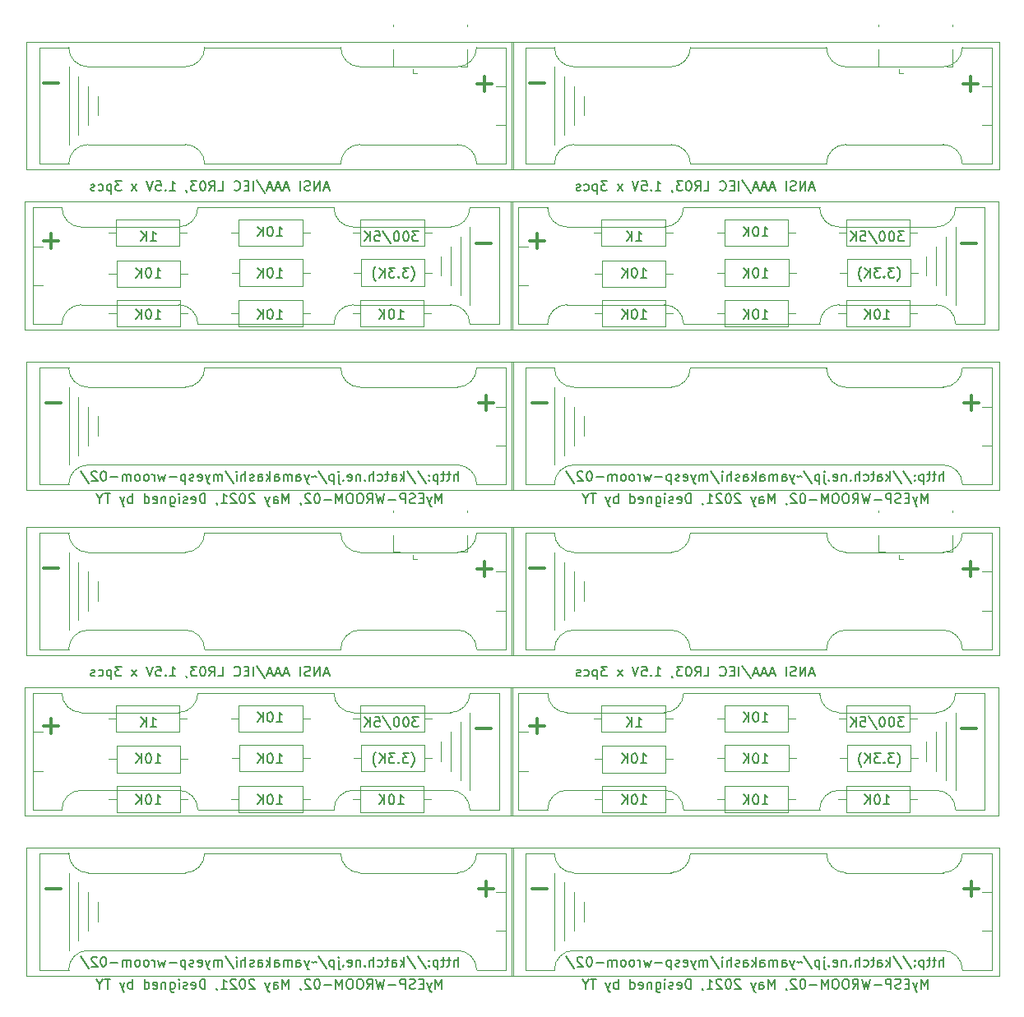
<source format=gbo>
G04 #@! TF.GenerationSoftware,KiCad,Pcbnew,(5.1.5)-3*
G04 #@! TF.CreationDate,2021-05-27T15:59:13+09:00*
G04 #@! TF.ProjectId,MyESP-WROOM-02(Mentsuke2x2),4d794553-502d-4575-924f-4f4d2d303228,rev?*
G04 #@! TF.SameCoordinates,Original*
G04 #@! TF.FileFunction,Legend,Bot*
G04 #@! TF.FilePolarity,Positive*
%FSLAX46Y46*%
G04 Gerber Fmt 4.6, Leading zero omitted, Abs format (unit mm)*
G04 Created by KiCad (PCBNEW (5.1.5)-3) date 2021-05-27 15:59:13*
%MOMM*%
%LPD*%
G04 APERTURE LIST*
%ADD10C,0.150000*%
%ADD11C,0.300000*%
%ADD12C,0.120000*%
G04 APERTURE END LIST*
D10*
X83190476Y-100452380D02*
X83761904Y-100452380D01*
X83476190Y-100452380D02*
X83476190Y-99452380D01*
X83571428Y-99595238D01*
X83666666Y-99690476D01*
X83761904Y-99738095D01*
X82571428Y-99452380D02*
X82476190Y-99452380D01*
X82380952Y-99500000D01*
X82333333Y-99547619D01*
X82285714Y-99642857D01*
X82238095Y-99833333D01*
X82238095Y-100071428D01*
X82285714Y-100261904D01*
X82333333Y-100357142D01*
X82380952Y-100404761D01*
X82476190Y-100452380D01*
X82571428Y-100452380D01*
X82666666Y-100404761D01*
X82714285Y-100357142D01*
X82761904Y-100261904D01*
X82809523Y-100071428D01*
X82809523Y-99833333D01*
X82761904Y-99642857D01*
X82714285Y-99547619D01*
X82666666Y-99500000D01*
X82571428Y-99452380D01*
X81809523Y-100452380D02*
X81809523Y-99452380D01*
X81238095Y-100452380D02*
X81666666Y-99880952D01*
X81238095Y-99452380D02*
X81809523Y-100023809D01*
X110285714Y-91452380D02*
X109666666Y-91452380D01*
X110000000Y-91833333D01*
X109857142Y-91833333D01*
X109761904Y-91880952D01*
X109714285Y-91928571D01*
X109666666Y-92023809D01*
X109666666Y-92261904D01*
X109714285Y-92357142D01*
X109761904Y-92404761D01*
X109857142Y-92452380D01*
X110142857Y-92452380D01*
X110238095Y-92404761D01*
X110285714Y-92357142D01*
X109047619Y-91452380D02*
X108952380Y-91452380D01*
X108857142Y-91500000D01*
X108809523Y-91547619D01*
X108761904Y-91642857D01*
X108714285Y-91833333D01*
X108714285Y-92071428D01*
X108761904Y-92261904D01*
X108809523Y-92357142D01*
X108857142Y-92404761D01*
X108952380Y-92452380D01*
X109047619Y-92452380D01*
X109142857Y-92404761D01*
X109190476Y-92357142D01*
X109238095Y-92261904D01*
X109285714Y-92071428D01*
X109285714Y-91833333D01*
X109238095Y-91642857D01*
X109190476Y-91547619D01*
X109142857Y-91500000D01*
X109047619Y-91452380D01*
X108095238Y-91452380D02*
X108000000Y-91452380D01*
X107904761Y-91500000D01*
X107857142Y-91547619D01*
X107809523Y-91642857D01*
X107761904Y-91833333D01*
X107761904Y-92071428D01*
X107809523Y-92261904D01*
X107857142Y-92357142D01*
X107904761Y-92404761D01*
X108000000Y-92452380D01*
X108095238Y-92452380D01*
X108190476Y-92404761D01*
X108238095Y-92357142D01*
X108285714Y-92261904D01*
X108333333Y-92071428D01*
X108333333Y-91833333D01*
X108285714Y-91642857D01*
X108238095Y-91547619D01*
X108190476Y-91500000D01*
X108095238Y-91452380D01*
X106619047Y-91404761D02*
X107476190Y-92690476D01*
X105809523Y-91452380D02*
X106285714Y-91452380D01*
X106333333Y-91928571D01*
X106285714Y-91880952D01*
X106190476Y-91833333D01*
X105952380Y-91833333D01*
X105857142Y-91880952D01*
X105809523Y-91928571D01*
X105761904Y-92023809D01*
X105761904Y-92261904D01*
X105809523Y-92357142D01*
X105857142Y-92404761D01*
X105952380Y-92452380D01*
X106190476Y-92452380D01*
X106285714Y-92404761D01*
X106333333Y-92357142D01*
X105333333Y-92452380D02*
X105333333Y-91452380D01*
X104761904Y-92452380D02*
X105190476Y-91880952D01*
X104761904Y-91452380D02*
X105333333Y-92023809D01*
D11*
X117761904Y-92642857D02*
X116238095Y-92642857D01*
D10*
X82714285Y-92452380D02*
X83285714Y-92452380D01*
X83000000Y-92452380D02*
X83000000Y-91452380D01*
X83095238Y-91595238D01*
X83190476Y-91690476D01*
X83285714Y-91738095D01*
X82285714Y-92452380D02*
X82285714Y-91452380D01*
X81714285Y-92452380D02*
X82142857Y-91880952D01*
X81714285Y-91452380D02*
X82285714Y-92023809D01*
X114357142Y-117152380D02*
X114357142Y-116152380D01*
X113928571Y-117152380D02*
X113928571Y-116628571D01*
X113976190Y-116533333D01*
X114071428Y-116485714D01*
X114214285Y-116485714D01*
X114309523Y-116533333D01*
X114357142Y-116580952D01*
X113595238Y-116485714D02*
X113214285Y-116485714D01*
X113452380Y-116152380D02*
X113452380Y-117009523D01*
X113404761Y-117104761D01*
X113309523Y-117152380D01*
X113214285Y-117152380D01*
X113023809Y-116485714D02*
X112642857Y-116485714D01*
X112880952Y-116152380D02*
X112880952Y-117009523D01*
X112833333Y-117104761D01*
X112738095Y-117152380D01*
X112642857Y-117152380D01*
X112309523Y-116485714D02*
X112309523Y-117485714D01*
X112309523Y-116533333D02*
X112214285Y-116485714D01*
X112023809Y-116485714D01*
X111928571Y-116533333D01*
X111880952Y-116580952D01*
X111833333Y-116676190D01*
X111833333Y-116961904D01*
X111880952Y-117057142D01*
X111928571Y-117104761D01*
X112023809Y-117152380D01*
X112214285Y-117152380D01*
X112309523Y-117104761D01*
X111404761Y-117057142D02*
X111357142Y-117104761D01*
X111404761Y-117152380D01*
X111452380Y-117104761D01*
X111404761Y-117057142D01*
X111404761Y-117152380D01*
X111404761Y-116533333D02*
X111357142Y-116580952D01*
X111404761Y-116628571D01*
X111452380Y-116580952D01*
X111404761Y-116533333D01*
X111404761Y-116628571D01*
X110214285Y-116104761D02*
X111071428Y-117390476D01*
X109166666Y-116104761D02*
X110023809Y-117390476D01*
X108833333Y-117152380D02*
X108833333Y-116152380D01*
X108738095Y-116771428D02*
X108452380Y-117152380D01*
X108452380Y-116485714D02*
X108833333Y-116866666D01*
X107595238Y-117152380D02*
X107595238Y-116628571D01*
X107642857Y-116533333D01*
X107738095Y-116485714D01*
X107928571Y-116485714D01*
X108023809Y-116533333D01*
X107595238Y-117104761D02*
X107690476Y-117152380D01*
X107928571Y-117152380D01*
X108023809Y-117104761D01*
X108071428Y-117009523D01*
X108071428Y-116914285D01*
X108023809Y-116819047D01*
X107928571Y-116771428D01*
X107690476Y-116771428D01*
X107595238Y-116723809D01*
X107261904Y-116485714D02*
X106880952Y-116485714D01*
X107119047Y-116152380D02*
X107119047Y-117009523D01*
X107071428Y-117104761D01*
X106976190Y-117152380D01*
X106880952Y-117152380D01*
X106119047Y-117104761D02*
X106214285Y-117152380D01*
X106404761Y-117152380D01*
X106500000Y-117104761D01*
X106547619Y-117057142D01*
X106595238Y-116961904D01*
X106595238Y-116676190D01*
X106547619Y-116580952D01*
X106500000Y-116533333D01*
X106404761Y-116485714D01*
X106214285Y-116485714D01*
X106119047Y-116533333D01*
X105690476Y-117152380D02*
X105690476Y-116152380D01*
X105261904Y-117152380D02*
X105261904Y-116628571D01*
X105309523Y-116533333D01*
X105404761Y-116485714D01*
X105547619Y-116485714D01*
X105642857Y-116533333D01*
X105690476Y-116580952D01*
X104785714Y-117057142D02*
X104738095Y-117104761D01*
X104785714Y-117152380D01*
X104833333Y-117104761D01*
X104785714Y-117057142D01*
X104785714Y-117152380D01*
X104309523Y-116485714D02*
X104309523Y-117152380D01*
X104309523Y-116580952D02*
X104261904Y-116533333D01*
X104166666Y-116485714D01*
X104023809Y-116485714D01*
X103928571Y-116533333D01*
X103880952Y-116628571D01*
X103880952Y-117152380D01*
X103023809Y-117104761D02*
X103119047Y-117152380D01*
X103309523Y-117152380D01*
X103404761Y-117104761D01*
X103452380Y-117009523D01*
X103452380Y-116628571D01*
X103404761Y-116533333D01*
X103309523Y-116485714D01*
X103119047Y-116485714D01*
X103023809Y-116533333D01*
X102976190Y-116628571D01*
X102976190Y-116723809D01*
X103452380Y-116819047D01*
X102547619Y-117057142D02*
X102500000Y-117104761D01*
X102547619Y-117152380D01*
X102595238Y-117104761D01*
X102547619Y-117057142D01*
X102547619Y-117152380D01*
X102071428Y-116485714D02*
X102071428Y-117342857D01*
X102119047Y-117438095D01*
X102214285Y-117485714D01*
X102261904Y-117485714D01*
X102071428Y-116152380D02*
X102119047Y-116200000D01*
X102071428Y-116247619D01*
X102023809Y-116200000D01*
X102071428Y-116152380D01*
X102071428Y-116247619D01*
X101595238Y-116485714D02*
X101595238Y-117485714D01*
X101595238Y-116533333D02*
X101500000Y-116485714D01*
X101309523Y-116485714D01*
X101214285Y-116533333D01*
X101166666Y-116580952D01*
X101119047Y-116676190D01*
X101119047Y-116961904D01*
X101166666Y-117057142D01*
X101214285Y-117104761D01*
X101309523Y-117152380D01*
X101500000Y-117152380D01*
X101595238Y-117104761D01*
X99976190Y-116104761D02*
X100833333Y-117390476D01*
X99785714Y-116771428D02*
X99738095Y-116723809D01*
X99642857Y-116676190D01*
X99452380Y-116771428D01*
X99357142Y-116723809D01*
X99309523Y-116676190D01*
X99023809Y-116485714D02*
X98785714Y-117152380D01*
X98547619Y-116485714D02*
X98785714Y-117152380D01*
X98880952Y-117390476D01*
X98928571Y-117438095D01*
X99023809Y-117485714D01*
X97738095Y-117152380D02*
X97738095Y-116628571D01*
X97785714Y-116533333D01*
X97880952Y-116485714D01*
X98071428Y-116485714D01*
X98166666Y-116533333D01*
X97738095Y-117104761D02*
X97833333Y-117152380D01*
X98071428Y-117152380D01*
X98166666Y-117104761D01*
X98214285Y-117009523D01*
X98214285Y-116914285D01*
X98166666Y-116819047D01*
X98071428Y-116771428D01*
X97833333Y-116771428D01*
X97738095Y-116723809D01*
X97261904Y-117152380D02*
X97261904Y-116485714D01*
X97261904Y-116580952D02*
X97214285Y-116533333D01*
X97119047Y-116485714D01*
X96976190Y-116485714D01*
X96880952Y-116533333D01*
X96833333Y-116628571D01*
X96833333Y-117152380D01*
X96833333Y-116628571D02*
X96785714Y-116533333D01*
X96690476Y-116485714D01*
X96547619Y-116485714D01*
X96452380Y-116533333D01*
X96404761Y-116628571D01*
X96404761Y-117152380D01*
X95500000Y-117152380D02*
X95500000Y-116628571D01*
X95547619Y-116533333D01*
X95642857Y-116485714D01*
X95833333Y-116485714D01*
X95928571Y-116533333D01*
X95500000Y-117104761D02*
X95595238Y-117152380D01*
X95833333Y-117152380D01*
X95928571Y-117104761D01*
X95976190Y-117009523D01*
X95976190Y-116914285D01*
X95928571Y-116819047D01*
X95833333Y-116771428D01*
X95595238Y-116771428D01*
X95500000Y-116723809D01*
X95023809Y-117152380D02*
X95023809Y-116152380D01*
X94928571Y-116771428D02*
X94642857Y-117152380D01*
X94642857Y-116485714D02*
X95023809Y-116866666D01*
X93785714Y-117152380D02*
X93785714Y-116628571D01*
X93833333Y-116533333D01*
X93928571Y-116485714D01*
X94119047Y-116485714D01*
X94214285Y-116533333D01*
X93785714Y-117104761D02*
X93880952Y-117152380D01*
X94119047Y-117152380D01*
X94214285Y-117104761D01*
X94261904Y-117009523D01*
X94261904Y-116914285D01*
X94214285Y-116819047D01*
X94119047Y-116771428D01*
X93880952Y-116771428D01*
X93785714Y-116723809D01*
X93357142Y-117104761D02*
X93261904Y-117152380D01*
X93071428Y-117152380D01*
X92976190Y-117104761D01*
X92928571Y-117009523D01*
X92928571Y-116961904D01*
X92976190Y-116866666D01*
X93071428Y-116819047D01*
X93214285Y-116819047D01*
X93309523Y-116771428D01*
X93357142Y-116676190D01*
X93357142Y-116628571D01*
X93309523Y-116533333D01*
X93214285Y-116485714D01*
X93071428Y-116485714D01*
X92976190Y-116533333D01*
X92500000Y-117152380D02*
X92500000Y-116152380D01*
X92071428Y-117152380D02*
X92071428Y-116628571D01*
X92119047Y-116533333D01*
X92214285Y-116485714D01*
X92357142Y-116485714D01*
X92452380Y-116533333D01*
X92500000Y-116580952D01*
X91595238Y-117152380D02*
X91595238Y-116485714D01*
X91595238Y-116152380D02*
X91642857Y-116200000D01*
X91595238Y-116247619D01*
X91547619Y-116200000D01*
X91595238Y-116152380D01*
X91595238Y-116247619D01*
X90404761Y-116104761D02*
X91261904Y-117390476D01*
X90071428Y-117152380D02*
X90071428Y-116485714D01*
X90071428Y-116580952D02*
X90023809Y-116533333D01*
X89928571Y-116485714D01*
X89785714Y-116485714D01*
X89690476Y-116533333D01*
X89642857Y-116628571D01*
X89642857Y-117152380D01*
X89642857Y-116628571D02*
X89595238Y-116533333D01*
X89500000Y-116485714D01*
X89357142Y-116485714D01*
X89261904Y-116533333D01*
X89214285Y-116628571D01*
X89214285Y-117152380D01*
X88833333Y-116485714D02*
X88595238Y-117152380D01*
X88357142Y-116485714D02*
X88595238Y-117152380D01*
X88690476Y-117390476D01*
X88738095Y-117438095D01*
X88833333Y-117485714D01*
X87595238Y-117104761D02*
X87690476Y-117152380D01*
X87880952Y-117152380D01*
X87976190Y-117104761D01*
X88023809Y-117009523D01*
X88023809Y-116628571D01*
X87976190Y-116533333D01*
X87880952Y-116485714D01*
X87690476Y-116485714D01*
X87595238Y-116533333D01*
X87547619Y-116628571D01*
X87547619Y-116723809D01*
X88023809Y-116819047D01*
X87166666Y-117104761D02*
X87071428Y-117152380D01*
X86880952Y-117152380D01*
X86785714Y-117104761D01*
X86738095Y-117009523D01*
X86738095Y-116961904D01*
X86785714Y-116866666D01*
X86880952Y-116819047D01*
X87023809Y-116819047D01*
X87119047Y-116771428D01*
X87166666Y-116676190D01*
X87166666Y-116628571D01*
X87119047Y-116533333D01*
X87023809Y-116485714D01*
X86880952Y-116485714D01*
X86785714Y-116533333D01*
X86309523Y-116485714D02*
X86309523Y-117485714D01*
X86309523Y-116533333D02*
X86214285Y-116485714D01*
X86023809Y-116485714D01*
X85928571Y-116533333D01*
X85880952Y-116580952D01*
X85833333Y-116676190D01*
X85833333Y-116961904D01*
X85880952Y-117057142D01*
X85928571Y-117104761D01*
X86023809Y-117152380D01*
X86214285Y-117152380D01*
X86309523Y-117104761D01*
X85404761Y-116771428D02*
X84642857Y-116771428D01*
X84261904Y-116485714D02*
X84071428Y-117152380D01*
X83880952Y-116676190D01*
X83690476Y-117152380D01*
X83500000Y-116485714D01*
X83119047Y-117152380D02*
X83119047Y-116485714D01*
X83119047Y-116676190D02*
X83071428Y-116580952D01*
X83023809Y-116533333D01*
X82928571Y-116485714D01*
X82833333Y-116485714D01*
X82357142Y-117152380D02*
X82452380Y-117104761D01*
X82500000Y-117057142D01*
X82547619Y-116961904D01*
X82547619Y-116676190D01*
X82500000Y-116580952D01*
X82452380Y-116533333D01*
X82357142Y-116485714D01*
X82214285Y-116485714D01*
X82119047Y-116533333D01*
X82071428Y-116580952D01*
X82023809Y-116676190D01*
X82023809Y-116961904D01*
X82071428Y-117057142D01*
X82119047Y-117104761D01*
X82214285Y-117152380D01*
X82357142Y-117152380D01*
X81452380Y-117152380D02*
X81547619Y-117104761D01*
X81595238Y-117057142D01*
X81642857Y-116961904D01*
X81642857Y-116676190D01*
X81595238Y-116580952D01*
X81547619Y-116533333D01*
X81452380Y-116485714D01*
X81309523Y-116485714D01*
X81214285Y-116533333D01*
X81166666Y-116580952D01*
X81119047Y-116676190D01*
X81119047Y-116961904D01*
X81166666Y-117057142D01*
X81214285Y-117104761D01*
X81309523Y-117152380D01*
X81452380Y-117152380D01*
X80690476Y-117152380D02*
X80690476Y-116485714D01*
X80690476Y-116580952D02*
X80642857Y-116533333D01*
X80547619Y-116485714D01*
X80404761Y-116485714D01*
X80309523Y-116533333D01*
X80261904Y-116628571D01*
X80261904Y-117152380D01*
X80261904Y-116628571D02*
X80214285Y-116533333D01*
X80119047Y-116485714D01*
X79976190Y-116485714D01*
X79880952Y-116533333D01*
X79833333Y-116628571D01*
X79833333Y-117152380D01*
X79357142Y-116771428D02*
X78595238Y-116771428D01*
X77928571Y-116152380D02*
X77833333Y-116152380D01*
X77738095Y-116200000D01*
X77690476Y-116247619D01*
X77642857Y-116342857D01*
X77595238Y-116533333D01*
X77595238Y-116771428D01*
X77642857Y-116961904D01*
X77690476Y-117057142D01*
X77738095Y-117104761D01*
X77833333Y-117152380D01*
X77928571Y-117152380D01*
X78023809Y-117104761D01*
X78071428Y-117057142D01*
X78119047Y-116961904D01*
X78166666Y-116771428D01*
X78166666Y-116533333D01*
X78119047Y-116342857D01*
X78071428Y-116247619D01*
X78023809Y-116200000D01*
X77928571Y-116152380D01*
X77214285Y-116247619D02*
X77166666Y-116200000D01*
X77071428Y-116152380D01*
X76833333Y-116152380D01*
X76738095Y-116200000D01*
X76690476Y-116247619D01*
X76642857Y-116342857D01*
X76642857Y-116438095D01*
X76690476Y-116580952D01*
X77261904Y-117152380D01*
X76642857Y-117152380D01*
X75500000Y-116104761D02*
X76357142Y-117390476D01*
D11*
X117861904Y-76242857D02*
X116338095Y-76242857D01*
X117100000Y-77004761D02*
X117100000Y-75480952D01*
D10*
X109583333Y-96583333D02*
X109630952Y-96535714D01*
X109726190Y-96392857D01*
X109773809Y-96297619D01*
X109821428Y-96154761D01*
X109869047Y-95916666D01*
X109869047Y-95726190D01*
X109821428Y-95488095D01*
X109773809Y-95345238D01*
X109726190Y-95250000D01*
X109630952Y-95107142D01*
X109583333Y-95059523D01*
X109297619Y-95202380D02*
X108678571Y-95202380D01*
X109011904Y-95583333D01*
X108869047Y-95583333D01*
X108773809Y-95630952D01*
X108726190Y-95678571D01*
X108678571Y-95773809D01*
X108678571Y-96011904D01*
X108726190Y-96107142D01*
X108773809Y-96154761D01*
X108869047Y-96202380D01*
X109154761Y-96202380D01*
X109250000Y-96154761D01*
X109297619Y-96107142D01*
X108250000Y-96107142D02*
X108202380Y-96154761D01*
X108250000Y-96202380D01*
X108297619Y-96154761D01*
X108250000Y-96107142D01*
X108250000Y-96202380D01*
X107869047Y-95202380D02*
X107250000Y-95202380D01*
X107583333Y-95583333D01*
X107440476Y-95583333D01*
X107345238Y-95630952D01*
X107297619Y-95678571D01*
X107250000Y-95773809D01*
X107250000Y-96011904D01*
X107297619Y-96107142D01*
X107345238Y-96154761D01*
X107440476Y-96202380D01*
X107726190Y-96202380D01*
X107821428Y-96154761D01*
X107869047Y-96107142D01*
X106821428Y-96202380D02*
X106821428Y-95202380D01*
X106250000Y-96202380D02*
X106678571Y-95630952D01*
X106250000Y-95202380D02*
X106821428Y-95773809D01*
X105916666Y-96583333D02*
X105869047Y-96535714D01*
X105773809Y-96392857D01*
X105726190Y-96297619D01*
X105678571Y-96154761D01*
X105630952Y-95916666D01*
X105630952Y-95726190D01*
X105678571Y-95488095D01*
X105726190Y-95345238D01*
X105773809Y-95250000D01*
X105869047Y-95107142D01*
X105916666Y-95059523D01*
X112714285Y-119452380D02*
X112714285Y-118452380D01*
X112380952Y-119166666D01*
X112047619Y-118452380D01*
X112047619Y-119452380D01*
X111666666Y-118785714D02*
X111428571Y-119452380D01*
X111190476Y-118785714D02*
X111428571Y-119452380D01*
X111523809Y-119690476D01*
X111571428Y-119738095D01*
X111666666Y-119785714D01*
X110809523Y-118928571D02*
X110476190Y-118928571D01*
X110333333Y-119452380D02*
X110809523Y-119452380D01*
X110809523Y-118452380D01*
X110333333Y-118452380D01*
X109952380Y-119404761D02*
X109809523Y-119452380D01*
X109571428Y-119452380D01*
X109476190Y-119404761D01*
X109428571Y-119357142D01*
X109380952Y-119261904D01*
X109380952Y-119166666D01*
X109428571Y-119071428D01*
X109476190Y-119023809D01*
X109571428Y-118976190D01*
X109761904Y-118928571D01*
X109857142Y-118880952D01*
X109904761Y-118833333D01*
X109952380Y-118738095D01*
X109952380Y-118642857D01*
X109904761Y-118547619D01*
X109857142Y-118500000D01*
X109761904Y-118452380D01*
X109523809Y-118452380D01*
X109380952Y-118500000D01*
X108952380Y-119452380D02*
X108952380Y-118452380D01*
X108571428Y-118452380D01*
X108476190Y-118500000D01*
X108428571Y-118547619D01*
X108380952Y-118642857D01*
X108380952Y-118785714D01*
X108428571Y-118880952D01*
X108476190Y-118928571D01*
X108571428Y-118976190D01*
X108952380Y-118976190D01*
X107952380Y-119071428D02*
X107190476Y-119071428D01*
X106809523Y-118452380D02*
X106571428Y-119452380D01*
X106380952Y-118738095D01*
X106190476Y-119452380D01*
X105952380Y-118452380D01*
X105000000Y-119452380D02*
X105333333Y-118976190D01*
X105571428Y-119452380D02*
X105571428Y-118452380D01*
X105190476Y-118452380D01*
X105095238Y-118500000D01*
X105047619Y-118547619D01*
X105000000Y-118642857D01*
X105000000Y-118785714D01*
X105047619Y-118880952D01*
X105095238Y-118928571D01*
X105190476Y-118976190D01*
X105571428Y-118976190D01*
X104380952Y-118452380D02*
X104190476Y-118452380D01*
X104095238Y-118500000D01*
X104000000Y-118595238D01*
X103952380Y-118785714D01*
X103952380Y-119119047D01*
X104000000Y-119309523D01*
X104095238Y-119404761D01*
X104190476Y-119452380D01*
X104380952Y-119452380D01*
X104476190Y-119404761D01*
X104571428Y-119309523D01*
X104619047Y-119119047D01*
X104619047Y-118785714D01*
X104571428Y-118595238D01*
X104476190Y-118500000D01*
X104380952Y-118452380D01*
X103333333Y-118452380D02*
X103142857Y-118452380D01*
X103047619Y-118500000D01*
X102952380Y-118595238D01*
X102904761Y-118785714D01*
X102904761Y-119119047D01*
X102952380Y-119309523D01*
X103047619Y-119404761D01*
X103142857Y-119452380D01*
X103333333Y-119452380D01*
X103428571Y-119404761D01*
X103523809Y-119309523D01*
X103571428Y-119119047D01*
X103571428Y-118785714D01*
X103523809Y-118595238D01*
X103428571Y-118500000D01*
X103333333Y-118452380D01*
X102476190Y-119452380D02*
X102476190Y-118452380D01*
X102142857Y-119166666D01*
X101809523Y-118452380D01*
X101809523Y-119452380D01*
X101333333Y-119071428D02*
X100571428Y-119071428D01*
X99904761Y-118452380D02*
X99809523Y-118452380D01*
X99714285Y-118500000D01*
X99666666Y-118547619D01*
X99619047Y-118642857D01*
X99571428Y-118833333D01*
X99571428Y-119071428D01*
X99619047Y-119261904D01*
X99666666Y-119357142D01*
X99714285Y-119404761D01*
X99809523Y-119452380D01*
X99904761Y-119452380D01*
X100000000Y-119404761D01*
X100047619Y-119357142D01*
X100095238Y-119261904D01*
X100142857Y-119071428D01*
X100142857Y-118833333D01*
X100095238Y-118642857D01*
X100047619Y-118547619D01*
X100000000Y-118500000D01*
X99904761Y-118452380D01*
X99190476Y-118547619D02*
X99142857Y-118500000D01*
X99047619Y-118452380D01*
X98809523Y-118452380D01*
X98714285Y-118500000D01*
X98666666Y-118547619D01*
X98619047Y-118642857D01*
X98619047Y-118738095D01*
X98666666Y-118880952D01*
X99238095Y-119452380D01*
X98619047Y-119452380D01*
X98142857Y-119404761D02*
X98142857Y-119452380D01*
X98190476Y-119547619D01*
X98238095Y-119595238D01*
X96952380Y-119452380D02*
X96952380Y-118452380D01*
X96619047Y-119166666D01*
X96285714Y-118452380D01*
X96285714Y-119452380D01*
X95380952Y-119452380D02*
X95380952Y-118928571D01*
X95428571Y-118833333D01*
X95523809Y-118785714D01*
X95714285Y-118785714D01*
X95809523Y-118833333D01*
X95380952Y-119404761D02*
X95476190Y-119452380D01*
X95714285Y-119452380D01*
X95809523Y-119404761D01*
X95857142Y-119309523D01*
X95857142Y-119214285D01*
X95809523Y-119119047D01*
X95714285Y-119071428D01*
X95476190Y-119071428D01*
X95380952Y-119023809D01*
X95000000Y-118785714D02*
X94761904Y-119452380D01*
X94523809Y-118785714D02*
X94761904Y-119452380D01*
X94857142Y-119690476D01*
X94904761Y-119738095D01*
X95000000Y-119785714D01*
X93428571Y-118547619D02*
X93380952Y-118500000D01*
X93285714Y-118452380D01*
X93047619Y-118452380D01*
X92952380Y-118500000D01*
X92904761Y-118547619D01*
X92857142Y-118642857D01*
X92857142Y-118738095D01*
X92904761Y-118880952D01*
X93476190Y-119452380D01*
X92857142Y-119452380D01*
X92238095Y-118452380D02*
X92142857Y-118452380D01*
X92047619Y-118500000D01*
X92000000Y-118547619D01*
X91952380Y-118642857D01*
X91904761Y-118833333D01*
X91904761Y-119071428D01*
X91952380Y-119261904D01*
X92000000Y-119357142D01*
X92047619Y-119404761D01*
X92142857Y-119452380D01*
X92238095Y-119452380D01*
X92333333Y-119404761D01*
X92380952Y-119357142D01*
X92428571Y-119261904D01*
X92476190Y-119071428D01*
X92476190Y-118833333D01*
X92428571Y-118642857D01*
X92380952Y-118547619D01*
X92333333Y-118500000D01*
X92238095Y-118452380D01*
X91523809Y-118547619D02*
X91476190Y-118500000D01*
X91380952Y-118452380D01*
X91142857Y-118452380D01*
X91047619Y-118500000D01*
X91000000Y-118547619D01*
X90952380Y-118642857D01*
X90952380Y-118738095D01*
X91000000Y-118880952D01*
X91571428Y-119452380D01*
X90952380Y-119452380D01*
X90000000Y-119452380D02*
X90571428Y-119452380D01*
X90285714Y-119452380D02*
X90285714Y-118452380D01*
X90380952Y-118595238D01*
X90476190Y-118690476D01*
X90571428Y-118738095D01*
X89523809Y-119404761D02*
X89523809Y-119452380D01*
X89571428Y-119547619D01*
X89619047Y-119595238D01*
X88333333Y-119452380D02*
X88333333Y-118452380D01*
X88095238Y-118452380D01*
X87952380Y-118500000D01*
X87857142Y-118595238D01*
X87809523Y-118690476D01*
X87761904Y-118880952D01*
X87761904Y-119023809D01*
X87809523Y-119214285D01*
X87857142Y-119309523D01*
X87952380Y-119404761D01*
X88095238Y-119452380D01*
X88333333Y-119452380D01*
X86952380Y-119404761D02*
X87047619Y-119452380D01*
X87238095Y-119452380D01*
X87333333Y-119404761D01*
X87380952Y-119309523D01*
X87380952Y-118928571D01*
X87333333Y-118833333D01*
X87238095Y-118785714D01*
X87047619Y-118785714D01*
X86952380Y-118833333D01*
X86904761Y-118928571D01*
X86904761Y-119023809D01*
X87380952Y-119119047D01*
X86523809Y-119404761D02*
X86428571Y-119452380D01*
X86238095Y-119452380D01*
X86142857Y-119404761D01*
X86095238Y-119309523D01*
X86095238Y-119261904D01*
X86142857Y-119166666D01*
X86238095Y-119119047D01*
X86380952Y-119119047D01*
X86476190Y-119071428D01*
X86523809Y-118976190D01*
X86523809Y-118928571D01*
X86476190Y-118833333D01*
X86380952Y-118785714D01*
X86238095Y-118785714D01*
X86142857Y-118833333D01*
X85666666Y-119452380D02*
X85666666Y-118785714D01*
X85666666Y-118452380D02*
X85714285Y-118500000D01*
X85666666Y-118547619D01*
X85619047Y-118500000D01*
X85666666Y-118452380D01*
X85666666Y-118547619D01*
X84761904Y-118785714D02*
X84761904Y-119595238D01*
X84809523Y-119690476D01*
X84857142Y-119738095D01*
X84952380Y-119785714D01*
X85095238Y-119785714D01*
X85190476Y-119738095D01*
X84761904Y-119404761D02*
X84857142Y-119452380D01*
X85047619Y-119452380D01*
X85142857Y-119404761D01*
X85190476Y-119357142D01*
X85238095Y-119261904D01*
X85238095Y-118976190D01*
X85190476Y-118880952D01*
X85142857Y-118833333D01*
X85047619Y-118785714D01*
X84857142Y-118785714D01*
X84761904Y-118833333D01*
X84285714Y-118785714D02*
X84285714Y-119452380D01*
X84285714Y-118880952D02*
X84238095Y-118833333D01*
X84142857Y-118785714D01*
X84000000Y-118785714D01*
X83904761Y-118833333D01*
X83857142Y-118928571D01*
X83857142Y-119452380D01*
X83000000Y-119404761D02*
X83095238Y-119452380D01*
X83285714Y-119452380D01*
X83380952Y-119404761D01*
X83428571Y-119309523D01*
X83428571Y-118928571D01*
X83380952Y-118833333D01*
X83285714Y-118785714D01*
X83095238Y-118785714D01*
X83000000Y-118833333D01*
X82952380Y-118928571D01*
X82952380Y-119023809D01*
X83428571Y-119119047D01*
X82095238Y-119452380D02*
X82095238Y-118452380D01*
X82095238Y-119404761D02*
X82190476Y-119452380D01*
X82380952Y-119452380D01*
X82476190Y-119404761D01*
X82523809Y-119357142D01*
X82571428Y-119261904D01*
X82571428Y-118976190D01*
X82523809Y-118880952D01*
X82476190Y-118833333D01*
X82380952Y-118785714D01*
X82190476Y-118785714D01*
X82095238Y-118833333D01*
X80857142Y-119452380D02*
X80857142Y-118452380D01*
X80857142Y-118833333D02*
X80761904Y-118785714D01*
X80571428Y-118785714D01*
X80476190Y-118833333D01*
X80428571Y-118880952D01*
X80380952Y-118976190D01*
X80380952Y-119261904D01*
X80428571Y-119357142D01*
X80476190Y-119404761D01*
X80571428Y-119452380D01*
X80761904Y-119452380D01*
X80857142Y-119404761D01*
X80047619Y-118785714D02*
X79809523Y-119452380D01*
X79571428Y-118785714D02*
X79809523Y-119452380D01*
X79904761Y-119690476D01*
X79952380Y-119738095D01*
X80047619Y-119785714D01*
X78571428Y-118452380D02*
X78000000Y-118452380D01*
X78285714Y-119452380D02*
X78285714Y-118452380D01*
X77476190Y-118976190D02*
X77476190Y-119452380D01*
X77809523Y-118452380D02*
X77476190Y-118976190D01*
X77142857Y-118452380D01*
D11*
X73511904Y-109142857D02*
X71988095Y-109142857D01*
D10*
X95690476Y-100452380D02*
X96261904Y-100452380D01*
X95976190Y-100452380D02*
X95976190Y-99452380D01*
X96071428Y-99595238D01*
X96166666Y-99690476D01*
X96261904Y-99738095D01*
X95071428Y-99452380D02*
X94976190Y-99452380D01*
X94880952Y-99500000D01*
X94833333Y-99547619D01*
X94785714Y-99642857D01*
X94738095Y-99833333D01*
X94738095Y-100071428D01*
X94785714Y-100261904D01*
X94833333Y-100357142D01*
X94880952Y-100404761D01*
X94976190Y-100452380D01*
X95071428Y-100452380D01*
X95166666Y-100404761D01*
X95214285Y-100357142D01*
X95261904Y-100261904D01*
X95309523Y-100071428D01*
X95309523Y-99833333D01*
X95261904Y-99642857D01*
X95214285Y-99547619D01*
X95166666Y-99500000D01*
X95071428Y-99452380D01*
X94309523Y-100452380D02*
X94309523Y-99452380D01*
X93738095Y-100452380D02*
X94166666Y-99880952D01*
X93738095Y-99452380D02*
X94309523Y-100023809D01*
X108190476Y-100452380D02*
X108761904Y-100452380D01*
X108476190Y-100452380D02*
X108476190Y-99452380D01*
X108571428Y-99595238D01*
X108666666Y-99690476D01*
X108761904Y-99738095D01*
X107571428Y-99452380D02*
X107476190Y-99452380D01*
X107380952Y-99500000D01*
X107333333Y-99547619D01*
X107285714Y-99642857D01*
X107238095Y-99833333D01*
X107238095Y-100071428D01*
X107285714Y-100261904D01*
X107333333Y-100357142D01*
X107380952Y-100404761D01*
X107476190Y-100452380D01*
X107571428Y-100452380D01*
X107666666Y-100404761D01*
X107714285Y-100357142D01*
X107761904Y-100261904D01*
X107809523Y-100071428D01*
X107809523Y-99833333D01*
X107761904Y-99642857D01*
X107714285Y-99547619D01*
X107666666Y-99500000D01*
X107571428Y-99452380D01*
X106809523Y-100452380D02*
X106809523Y-99452380D01*
X106238095Y-100452380D02*
X106666666Y-99880952D01*
X106238095Y-99452380D02*
X106809523Y-100023809D01*
D11*
X73261904Y-92392857D02*
X71738095Y-92392857D01*
X72500000Y-93154761D02*
X72500000Y-91630952D01*
D10*
X83190476Y-96202380D02*
X83761904Y-96202380D01*
X83476190Y-96202380D02*
X83476190Y-95202380D01*
X83571428Y-95345238D01*
X83666666Y-95440476D01*
X83761904Y-95488095D01*
X82571428Y-95202380D02*
X82476190Y-95202380D01*
X82380952Y-95250000D01*
X82333333Y-95297619D01*
X82285714Y-95392857D01*
X82238095Y-95583333D01*
X82238095Y-95821428D01*
X82285714Y-96011904D01*
X82333333Y-96107142D01*
X82380952Y-96154761D01*
X82476190Y-96202380D01*
X82571428Y-96202380D01*
X82666666Y-96154761D01*
X82714285Y-96107142D01*
X82761904Y-96011904D01*
X82809523Y-95821428D01*
X82809523Y-95583333D01*
X82761904Y-95392857D01*
X82714285Y-95297619D01*
X82666666Y-95250000D01*
X82571428Y-95202380D01*
X81809523Y-96202380D02*
X81809523Y-95202380D01*
X81238095Y-96202380D02*
X81666666Y-95630952D01*
X81238095Y-95202380D02*
X81809523Y-95773809D01*
X95690476Y-91952380D02*
X96261904Y-91952380D01*
X95976190Y-91952380D02*
X95976190Y-90952380D01*
X96071428Y-91095238D01*
X96166666Y-91190476D01*
X96261904Y-91238095D01*
X95071428Y-90952380D02*
X94976190Y-90952380D01*
X94880952Y-91000000D01*
X94833333Y-91047619D01*
X94785714Y-91142857D01*
X94738095Y-91333333D01*
X94738095Y-91571428D01*
X94785714Y-91761904D01*
X94833333Y-91857142D01*
X94880952Y-91904761D01*
X94976190Y-91952380D01*
X95071428Y-91952380D01*
X95166666Y-91904761D01*
X95214285Y-91857142D01*
X95261904Y-91761904D01*
X95309523Y-91571428D01*
X95309523Y-91333333D01*
X95261904Y-91142857D01*
X95214285Y-91047619D01*
X95166666Y-91000000D01*
X95071428Y-90952380D01*
X94309523Y-91952380D02*
X94309523Y-90952380D01*
X93738095Y-91952380D02*
X94166666Y-91380952D01*
X93738095Y-90952380D02*
X94309523Y-91523809D01*
X101061904Y-86966666D02*
X100585714Y-86966666D01*
X101157142Y-87252380D02*
X100823809Y-86252380D01*
X100490476Y-87252380D01*
X100157142Y-87252380D02*
X100157142Y-86252380D01*
X99585714Y-87252380D01*
X99585714Y-86252380D01*
X99157142Y-87204761D02*
X99014285Y-87252380D01*
X98776190Y-87252380D01*
X98680952Y-87204761D01*
X98633333Y-87157142D01*
X98585714Y-87061904D01*
X98585714Y-86966666D01*
X98633333Y-86871428D01*
X98680952Y-86823809D01*
X98776190Y-86776190D01*
X98966666Y-86728571D01*
X99061904Y-86680952D01*
X99109523Y-86633333D01*
X99157142Y-86538095D01*
X99157142Y-86442857D01*
X99109523Y-86347619D01*
X99061904Y-86300000D01*
X98966666Y-86252380D01*
X98728571Y-86252380D01*
X98585714Y-86300000D01*
X98157142Y-87252380D02*
X98157142Y-86252380D01*
X96966666Y-86966666D02*
X96490476Y-86966666D01*
X97061904Y-87252380D02*
X96728571Y-86252380D01*
X96395238Y-87252380D01*
X96109523Y-86966666D02*
X95633333Y-86966666D01*
X96204761Y-87252380D02*
X95871428Y-86252380D01*
X95538095Y-87252380D01*
X95252380Y-86966666D02*
X94776190Y-86966666D01*
X95347619Y-87252380D02*
X95014285Y-86252380D01*
X94680952Y-87252380D01*
X93633333Y-86204761D02*
X94490476Y-87490476D01*
X93300000Y-87252380D02*
X93300000Y-86252380D01*
X92823809Y-86728571D02*
X92490476Y-86728571D01*
X92347619Y-87252380D02*
X92823809Y-87252380D01*
X92823809Y-86252380D01*
X92347619Y-86252380D01*
X91347619Y-87157142D02*
X91395238Y-87204761D01*
X91538095Y-87252380D01*
X91633333Y-87252380D01*
X91776190Y-87204761D01*
X91871428Y-87109523D01*
X91919047Y-87014285D01*
X91966666Y-86823809D01*
X91966666Y-86680952D01*
X91919047Y-86490476D01*
X91871428Y-86395238D01*
X91776190Y-86300000D01*
X91633333Y-86252380D01*
X91538095Y-86252380D01*
X91395238Y-86300000D01*
X91347619Y-86347619D01*
X89680952Y-87252380D02*
X90157142Y-87252380D01*
X90157142Y-86252380D01*
X88776190Y-87252380D02*
X89109523Y-86776190D01*
X89347619Y-87252380D02*
X89347619Y-86252380D01*
X88966666Y-86252380D01*
X88871428Y-86300000D01*
X88823809Y-86347619D01*
X88776190Y-86442857D01*
X88776190Y-86585714D01*
X88823809Y-86680952D01*
X88871428Y-86728571D01*
X88966666Y-86776190D01*
X89347619Y-86776190D01*
X88157142Y-86252380D02*
X88061904Y-86252380D01*
X87966666Y-86300000D01*
X87919047Y-86347619D01*
X87871428Y-86442857D01*
X87823809Y-86633333D01*
X87823809Y-86871428D01*
X87871428Y-87061904D01*
X87919047Y-87157142D01*
X87966666Y-87204761D01*
X88061904Y-87252380D01*
X88157142Y-87252380D01*
X88252380Y-87204761D01*
X88300000Y-87157142D01*
X88347619Y-87061904D01*
X88395238Y-86871428D01*
X88395238Y-86633333D01*
X88347619Y-86442857D01*
X88300000Y-86347619D01*
X88252380Y-86300000D01*
X88157142Y-86252380D01*
X87490476Y-86252380D02*
X86871428Y-86252380D01*
X87204761Y-86633333D01*
X87061904Y-86633333D01*
X86966666Y-86680952D01*
X86919047Y-86728571D01*
X86871428Y-86823809D01*
X86871428Y-87061904D01*
X86919047Y-87157142D01*
X86966666Y-87204761D01*
X87061904Y-87252380D01*
X87347619Y-87252380D01*
X87442857Y-87204761D01*
X87490476Y-87157142D01*
X86395238Y-87204761D02*
X86395238Y-87252380D01*
X86442857Y-87347619D01*
X86490476Y-87395238D01*
X84680952Y-87252380D02*
X85252380Y-87252380D01*
X84966666Y-87252380D02*
X84966666Y-86252380D01*
X85061904Y-86395238D01*
X85157142Y-86490476D01*
X85252380Y-86538095D01*
X84252380Y-87157142D02*
X84204761Y-87204761D01*
X84252380Y-87252380D01*
X84300000Y-87204761D01*
X84252380Y-87157142D01*
X84252380Y-87252380D01*
X83300000Y-86252380D02*
X83776190Y-86252380D01*
X83823809Y-86728571D01*
X83776190Y-86680952D01*
X83680952Y-86633333D01*
X83442857Y-86633333D01*
X83347619Y-86680952D01*
X83300000Y-86728571D01*
X83252380Y-86823809D01*
X83252380Y-87061904D01*
X83300000Y-87157142D01*
X83347619Y-87204761D01*
X83442857Y-87252380D01*
X83680952Y-87252380D01*
X83776190Y-87204761D01*
X83823809Y-87157142D01*
X82966666Y-86252380D02*
X82633333Y-87252380D01*
X82300000Y-86252380D01*
X81300000Y-87252380D02*
X80776190Y-86585714D01*
X81300000Y-86585714D02*
X80776190Y-87252380D01*
X79728571Y-86252380D02*
X79109523Y-86252380D01*
X79442857Y-86633333D01*
X79300000Y-86633333D01*
X79204761Y-86680952D01*
X79157142Y-86728571D01*
X79109523Y-86823809D01*
X79109523Y-87061904D01*
X79157142Y-87157142D01*
X79204761Y-87204761D01*
X79300000Y-87252380D01*
X79585714Y-87252380D01*
X79680952Y-87204761D01*
X79728571Y-87157142D01*
X78680952Y-86585714D02*
X78680952Y-87585714D01*
X78680952Y-86633333D02*
X78585714Y-86585714D01*
X78395238Y-86585714D01*
X78300000Y-86633333D01*
X78252380Y-86680952D01*
X78204761Y-86776190D01*
X78204761Y-87061904D01*
X78252380Y-87157142D01*
X78300000Y-87204761D01*
X78395238Y-87252380D01*
X78585714Y-87252380D01*
X78680952Y-87204761D01*
X77347619Y-87204761D02*
X77442857Y-87252380D01*
X77633333Y-87252380D01*
X77728571Y-87204761D01*
X77776190Y-87157142D01*
X77823809Y-87061904D01*
X77823809Y-86776190D01*
X77776190Y-86680952D01*
X77728571Y-86633333D01*
X77633333Y-86585714D01*
X77442857Y-86585714D01*
X77347619Y-86633333D01*
X76966666Y-87204761D02*
X76871428Y-87252380D01*
X76680952Y-87252380D01*
X76585714Y-87204761D01*
X76538095Y-87109523D01*
X76538095Y-87061904D01*
X76585714Y-86966666D01*
X76680952Y-86919047D01*
X76823809Y-86919047D01*
X76919047Y-86871428D01*
X76966666Y-86776190D01*
X76966666Y-86728571D01*
X76919047Y-86633333D01*
X76823809Y-86585714D01*
X76680952Y-86585714D01*
X76585714Y-86633333D01*
D11*
X118011904Y-109142857D02*
X116488095Y-109142857D01*
X117250000Y-109904761D02*
X117250000Y-108380952D01*
X73261904Y-76142857D02*
X71738095Y-76142857D01*
D10*
X95690476Y-96202380D02*
X96261904Y-96202380D01*
X95976190Y-96202380D02*
X95976190Y-95202380D01*
X96071428Y-95345238D01*
X96166666Y-95440476D01*
X96261904Y-95488095D01*
X95071428Y-95202380D02*
X94976190Y-95202380D01*
X94880952Y-95250000D01*
X94833333Y-95297619D01*
X94785714Y-95392857D01*
X94738095Y-95583333D01*
X94738095Y-95821428D01*
X94785714Y-96011904D01*
X94833333Y-96107142D01*
X94880952Y-96154761D01*
X94976190Y-96202380D01*
X95071428Y-96202380D01*
X95166666Y-96154761D01*
X95214285Y-96107142D01*
X95261904Y-96011904D01*
X95309523Y-95821428D01*
X95309523Y-95583333D01*
X95261904Y-95392857D01*
X95214285Y-95297619D01*
X95166666Y-95250000D01*
X95071428Y-95202380D01*
X94309523Y-96202380D02*
X94309523Y-95202380D01*
X93738095Y-96202380D02*
X94166666Y-95630952D01*
X93738095Y-95202380D02*
X94309523Y-95773809D01*
D11*
X67761904Y-92642857D02*
X66238095Y-92642857D01*
D10*
X45690476Y-100452380D02*
X46261904Y-100452380D01*
X45976190Y-100452380D02*
X45976190Y-99452380D01*
X46071428Y-99595238D01*
X46166666Y-99690476D01*
X46261904Y-99738095D01*
X45071428Y-99452380D02*
X44976190Y-99452380D01*
X44880952Y-99500000D01*
X44833333Y-99547619D01*
X44785714Y-99642857D01*
X44738095Y-99833333D01*
X44738095Y-100071428D01*
X44785714Y-100261904D01*
X44833333Y-100357142D01*
X44880952Y-100404761D01*
X44976190Y-100452380D01*
X45071428Y-100452380D01*
X45166666Y-100404761D01*
X45214285Y-100357142D01*
X45261904Y-100261904D01*
X45309523Y-100071428D01*
X45309523Y-99833333D01*
X45261904Y-99642857D01*
X45214285Y-99547619D01*
X45166666Y-99500000D01*
X45071428Y-99452380D01*
X44309523Y-100452380D02*
X44309523Y-99452380D01*
X43738095Y-100452380D02*
X44166666Y-99880952D01*
X43738095Y-99452380D02*
X44309523Y-100023809D01*
X64357142Y-117152380D02*
X64357142Y-116152380D01*
X63928571Y-117152380D02*
X63928571Y-116628571D01*
X63976190Y-116533333D01*
X64071428Y-116485714D01*
X64214285Y-116485714D01*
X64309523Y-116533333D01*
X64357142Y-116580952D01*
X63595238Y-116485714D02*
X63214285Y-116485714D01*
X63452380Y-116152380D02*
X63452380Y-117009523D01*
X63404761Y-117104761D01*
X63309523Y-117152380D01*
X63214285Y-117152380D01*
X63023809Y-116485714D02*
X62642857Y-116485714D01*
X62880952Y-116152380D02*
X62880952Y-117009523D01*
X62833333Y-117104761D01*
X62738095Y-117152380D01*
X62642857Y-117152380D01*
X62309523Y-116485714D02*
X62309523Y-117485714D01*
X62309523Y-116533333D02*
X62214285Y-116485714D01*
X62023809Y-116485714D01*
X61928571Y-116533333D01*
X61880952Y-116580952D01*
X61833333Y-116676190D01*
X61833333Y-116961904D01*
X61880952Y-117057142D01*
X61928571Y-117104761D01*
X62023809Y-117152380D01*
X62214285Y-117152380D01*
X62309523Y-117104761D01*
X61404761Y-117057142D02*
X61357142Y-117104761D01*
X61404761Y-117152380D01*
X61452380Y-117104761D01*
X61404761Y-117057142D01*
X61404761Y-117152380D01*
X61404761Y-116533333D02*
X61357142Y-116580952D01*
X61404761Y-116628571D01*
X61452380Y-116580952D01*
X61404761Y-116533333D01*
X61404761Y-116628571D01*
X60214285Y-116104761D02*
X61071428Y-117390476D01*
X59166666Y-116104761D02*
X60023809Y-117390476D01*
X58833333Y-117152380D02*
X58833333Y-116152380D01*
X58738095Y-116771428D02*
X58452380Y-117152380D01*
X58452380Y-116485714D02*
X58833333Y-116866666D01*
X57595238Y-117152380D02*
X57595238Y-116628571D01*
X57642857Y-116533333D01*
X57738095Y-116485714D01*
X57928571Y-116485714D01*
X58023809Y-116533333D01*
X57595238Y-117104761D02*
X57690476Y-117152380D01*
X57928571Y-117152380D01*
X58023809Y-117104761D01*
X58071428Y-117009523D01*
X58071428Y-116914285D01*
X58023809Y-116819047D01*
X57928571Y-116771428D01*
X57690476Y-116771428D01*
X57595238Y-116723809D01*
X57261904Y-116485714D02*
X56880952Y-116485714D01*
X57119047Y-116152380D02*
X57119047Y-117009523D01*
X57071428Y-117104761D01*
X56976190Y-117152380D01*
X56880952Y-117152380D01*
X56119047Y-117104761D02*
X56214285Y-117152380D01*
X56404761Y-117152380D01*
X56500000Y-117104761D01*
X56547619Y-117057142D01*
X56595238Y-116961904D01*
X56595238Y-116676190D01*
X56547619Y-116580952D01*
X56500000Y-116533333D01*
X56404761Y-116485714D01*
X56214285Y-116485714D01*
X56119047Y-116533333D01*
X55690476Y-117152380D02*
X55690476Y-116152380D01*
X55261904Y-117152380D02*
X55261904Y-116628571D01*
X55309523Y-116533333D01*
X55404761Y-116485714D01*
X55547619Y-116485714D01*
X55642857Y-116533333D01*
X55690476Y-116580952D01*
X54785714Y-117057142D02*
X54738095Y-117104761D01*
X54785714Y-117152380D01*
X54833333Y-117104761D01*
X54785714Y-117057142D01*
X54785714Y-117152380D01*
X54309523Y-116485714D02*
X54309523Y-117152380D01*
X54309523Y-116580952D02*
X54261904Y-116533333D01*
X54166666Y-116485714D01*
X54023809Y-116485714D01*
X53928571Y-116533333D01*
X53880952Y-116628571D01*
X53880952Y-117152380D01*
X53023809Y-117104761D02*
X53119047Y-117152380D01*
X53309523Y-117152380D01*
X53404761Y-117104761D01*
X53452380Y-117009523D01*
X53452380Y-116628571D01*
X53404761Y-116533333D01*
X53309523Y-116485714D01*
X53119047Y-116485714D01*
X53023809Y-116533333D01*
X52976190Y-116628571D01*
X52976190Y-116723809D01*
X53452380Y-116819047D01*
X52547619Y-117057142D02*
X52500000Y-117104761D01*
X52547619Y-117152380D01*
X52595238Y-117104761D01*
X52547619Y-117057142D01*
X52547619Y-117152380D01*
X52071428Y-116485714D02*
X52071428Y-117342857D01*
X52119047Y-117438095D01*
X52214285Y-117485714D01*
X52261904Y-117485714D01*
X52071428Y-116152380D02*
X52119047Y-116200000D01*
X52071428Y-116247619D01*
X52023809Y-116200000D01*
X52071428Y-116152380D01*
X52071428Y-116247619D01*
X51595238Y-116485714D02*
X51595238Y-117485714D01*
X51595238Y-116533333D02*
X51500000Y-116485714D01*
X51309523Y-116485714D01*
X51214285Y-116533333D01*
X51166666Y-116580952D01*
X51119047Y-116676190D01*
X51119047Y-116961904D01*
X51166666Y-117057142D01*
X51214285Y-117104761D01*
X51309523Y-117152380D01*
X51500000Y-117152380D01*
X51595238Y-117104761D01*
X49976190Y-116104761D02*
X50833333Y-117390476D01*
X49785714Y-116771428D02*
X49738095Y-116723809D01*
X49642857Y-116676190D01*
X49452380Y-116771428D01*
X49357142Y-116723809D01*
X49309523Y-116676190D01*
X49023809Y-116485714D02*
X48785714Y-117152380D01*
X48547619Y-116485714D02*
X48785714Y-117152380D01*
X48880952Y-117390476D01*
X48928571Y-117438095D01*
X49023809Y-117485714D01*
X47738095Y-117152380D02*
X47738095Y-116628571D01*
X47785714Y-116533333D01*
X47880952Y-116485714D01*
X48071428Y-116485714D01*
X48166666Y-116533333D01*
X47738095Y-117104761D02*
X47833333Y-117152380D01*
X48071428Y-117152380D01*
X48166666Y-117104761D01*
X48214285Y-117009523D01*
X48214285Y-116914285D01*
X48166666Y-116819047D01*
X48071428Y-116771428D01*
X47833333Y-116771428D01*
X47738095Y-116723809D01*
X47261904Y-117152380D02*
X47261904Y-116485714D01*
X47261904Y-116580952D02*
X47214285Y-116533333D01*
X47119047Y-116485714D01*
X46976190Y-116485714D01*
X46880952Y-116533333D01*
X46833333Y-116628571D01*
X46833333Y-117152380D01*
X46833333Y-116628571D02*
X46785714Y-116533333D01*
X46690476Y-116485714D01*
X46547619Y-116485714D01*
X46452380Y-116533333D01*
X46404761Y-116628571D01*
X46404761Y-117152380D01*
X45500000Y-117152380D02*
X45500000Y-116628571D01*
X45547619Y-116533333D01*
X45642857Y-116485714D01*
X45833333Y-116485714D01*
X45928571Y-116533333D01*
X45500000Y-117104761D02*
X45595238Y-117152380D01*
X45833333Y-117152380D01*
X45928571Y-117104761D01*
X45976190Y-117009523D01*
X45976190Y-116914285D01*
X45928571Y-116819047D01*
X45833333Y-116771428D01*
X45595238Y-116771428D01*
X45500000Y-116723809D01*
X45023809Y-117152380D02*
X45023809Y-116152380D01*
X44928571Y-116771428D02*
X44642857Y-117152380D01*
X44642857Y-116485714D02*
X45023809Y-116866666D01*
X43785714Y-117152380D02*
X43785714Y-116628571D01*
X43833333Y-116533333D01*
X43928571Y-116485714D01*
X44119047Y-116485714D01*
X44214285Y-116533333D01*
X43785714Y-117104761D02*
X43880952Y-117152380D01*
X44119047Y-117152380D01*
X44214285Y-117104761D01*
X44261904Y-117009523D01*
X44261904Y-116914285D01*
X44214285Y-116819047D01*
X44119047Y-116771428D01*
X43880952Y-116771428D01*
X43785714Y-116723809D01*
X43357142Y-117104761D02*
X43261904Y-117152380D01*
X43071428Y-117152380D01*
X42976190Y-117104761D01*
X42928571Y-117009523D01*
X42928571Y-116961904D01*
X42976190Y-116866666D01*
X43071428Y-116819047D01*
X43214285Y-116819047D01*
X43309523Y-116771428D01*
X43357142Y-116676190D01*
X43357142Y-116628571D01*
X43309523Y-116533333D01*
X43214285Y-116485714D01*
X43071428Y-116485714D01*
X42976190Y-116533333D01*
X42500000Y-117152380D02*
X42500000Y-116152380D01*
X42071428Y-117152380D02*
X42071428Y-116628571D01*
X42119047Y-116533333D01*
X42214285Y-116485714D01*
X42357142Y-116485714D01*
X42452380Y-116533333D01*
X42500000Y-116580952D01*
X41595238Y-117152380D02*
X41595238Y-116485714D01*
X41595238Y-116152380D02*
X41642857Y-116200000D01*
X41595238Y-116247619D01*
X41547619Y-116200000D01*
X41595238Y-116152380D01*
X41595238Y-116247619D01*
X40404761Y-116104761D02*
X41261904Y-117390476D01*
X40071428Y-117152380D02*
X40071428Y-116485714D01*
X40071428Y-116580952D02*
X40023809Y-116533333D01*
X39928571Y-116485714D01*
X39785714Y-116485714D01*
X39690476Y-116533333D01*
X39642857Y-116628571D01*
X39642857Y-117152380D01*
X39642857Y-116628571D02*
X39595238Y-116533333D01*
X39500000Y-116485714D01*
X39357142Y-116485714D01*
X39261904Y-116533333D01*
X39214285Y-116628571D01*
X39214285Y-117152380D01*
X38833333Y-116485714D02*
X38595238Y-117152380D01*
X38357142Y-116485714D02*
X38595238Y-117152380D01*
X38690476Y-117390476D01*
X38738095Y-117438095D01*
X38833333Y-117485714D01*
X37595238Y-117104761D02*
X37690476Y-117152380D01*
X37880952Y-117152380D01*
X37976190Y-117104761D01*
X38023809Y-117009523D01*
X38023809Y-116628571D01*
X37976190Y-116533333D01*
X37880952Y-116485714D01*
X37690476Y-116485714D01*
X37595238Y-116533333D01*
X37547619Y-116628571D01*
X37547619Y-116723809D01*
X38023809Y-116819047D01*
X37166666Y-117104761D02*
X37071428Y-117152380D01*
X36880952Y-117152380D01*
X36785714Y-117104761D01*
X36738095Y-117009523D01*
X36738095Y-116961904D01*
X36785714Y-116866666D01*
X36880952Y-116819047D01*
X37023809Y-116819047D01*
X37119047Y-116771428D01*
X37166666Y-116676190D01*
X37166666Y-116628571D01*
X37119047Y-116533333D01*
X37023809Y-116485714D01*
X36880952Y-116485714D01*
X36785714Y-116533333D01*
X36309523Y-116485714D02*
X36309523Y-117485714D01*
X36309523Y-116533333D02*
X36214285Y-116485714D01*
X36023809Y-116485714D01*
X35928571Y-116533333D01*
X35880952Y-116580952D01*
X35833333Y-116676190D01*
X35833333Y-116961904D01*
X35880952Y-117057142D01*
X35928571Y-117104761D01*
X36023809Y-117152380D01*
X36214285Y-117152380D01*
X36309523Y-117104761D01*
X35404761Y-116771428D02*
X34642857Y-116771428D01*
X34261904Y-116485714D02*
X34071428Y-117152380D01*
X33880952Y-116676190D01*
X33690476Y-117152380D01*
X33500000Y-116485714D01*
X33119047Y-117152380D02*
X33119047Y-116485714D01*
X33119047Y-116676190D02*
X33071428Y-116580952D01*
X33023809Y-116533333D01*
X32928571Y-116485714D01*
X32833333Y-116485714D01*
X32357142Y-117152380D02*
X32452380Y-117104761D01*
X32500000Y-117057142D01*
X32547619Y-116961904D01*
X32547619Y-116676190D01*
X32500000Y-116580952D01*
X32452380Y-116533333D01*
X32357142Y-116485714D01*
X32214285Y-116485714D01*
X32119047Y-116533333D01*
X32071428Y-116580952D01*
X32023809Y-116676190D01*
X32023809Y-116961904D01*
X32071428Y-117057142D01*
X32119047Y-117104761D01*
X32214285Y-117152380D01*
X32357142Y-117152380D01*
X31452380Y-117152380D02*
X31547619Y-117104761D01*
X31595238Y-117057142D01*
X31642857Y-116961904D01*
X31642857Y-116676190D01*
X31595238Y-116580952D01*
X31547619Y-116533333D01*
X31452380Y-116485714D01*
X31309523Y-116485714D01*
X31214285Y-116533333D01*
X31166666Y-116580952D01*
X31119047Y-116676190D01*
X31119047Y-116961904D01*
X31166666Y-117057142D01*
X31214285Y-117104761D01*
X31309523Y-117152380D01*
X31452380Y-117152380D01*
X30690476Y-117152380D02*
X30690476Y-116485714D01*
X30690476Y-116580952D02*
X30642857Y-116533333D01*
X30547619Y-116485714D01*
X30404761Y-116485714D01*
X30309523Y-116533333D01*
X30261904Y-116628571D01*
X30261904Y-117152380D01*
X30261904Y-116628571D02*
X30214285Y-116533333D01*
X30119047Y-116485714D01*
X29976190Y-116485714D01*
X29880952Y-116533333D01*
X29833333Y-116628571D01*
X29833333Y-117152380D01*
X29357142Y-116771428D02*
X28595238Y-116771428D01*
X27928571Y-116152380D02*
X27833333Y-116152380D01*
X27738095Y-116200000D01*
X27690476Y-116247619D01*
X27642857Y-116342857D01*
X27595238Y-116533333D01*
X27595238Y-116771428D01*
X27642857Y-116961904D01*
X27690476Y-117057142D01*
X27738095Y-117104761D01*
X27833333Y-117152380D01*
X27928571Y-117152380D01*
X28023809Y-117104761D01*
X28071428Y-117057142D01*
X28119047Y-116961904D01*
X28166666Y-116771428D01*
X28166666Y-116533333D01*
X28119047Y-116342857D01*
X28071428Y-116247619D01*
X28023809Y-116200000D01*
X27928571Y-116152380D01*
X27214285Y-116247619D02*
X27166666Y-116200000D01*
X27071428Y-116152380D01*
X26833333Y-116152380D01*
X26738095Y-116200000D01*
X26690476Y-116247619D01*
X26642857Y-116342857D01*
X26642857Y-116438095D01*
X26690476Y-116580952D01*
X27261904Y-117152380D01*
X26642857Y-117152380D01*
X25500000Y-116104761D02*
X26357142Y-117390476D01*
X62714285Y-119452380D02*
X62714285Y-118452380D01*
X62380952Y-119166666D01*
X62047619Y-118452380D01*
X62047619Y-119452380D01*
X61666666Y-118785714D02*
X61428571Y-119452380D01*
X61190476Y-118785714D02*
X61428571Y-119452380D01*
X61523809Y-119690476D01*
X61571428Y-119738095D01*
X61666666Y-119785714D01*
X60809523Y-118928571D02*
X60476190Y-118928571D01*
X60333333Y-119452380D02*
X60809523Y-119452380D01*
X60809523Y-118452380D01*
X60333333Y-118452380D01*
X59952380Y-119404761D02*
X59809523Y-119452380D01*
X59571428Y-119452380D01*
X59476190Y-119404761D01*
X59428571Y-119357142D01*
X59380952Y-119261904D01*
X59380952Y-119166666D01*
X59428571Y-119071428D01*
X59476190Y-119023809D01*
X59571428Y-118976190D01*
X59761904Y-118928571D01*
X59857142Y-118880952D01*
X59904761Y-118833333D01*
X59952380Y-118738095D01*
X59952380Y-118642857D01*
X59904761Y-118547619D01*
X59857142Y-118500000D01*
X59761904Y-118452380D01*
X59523809Y-118452380D01*
X59380952Y-118500000D01*
X58952380Y-119452380D02*
X58952380Y-118452380D01*
X58571428Y-118452380D01*
X58476190Y-118500000D01*
X58428571Y-118547619D01*
X58380952Y-118642857D01*
X58380952Y-118785714D01*
X58428571Y-118880952D01*
X58476190Y-118928571D01*
X58571428Y-118976190D01*
X58952380Y-118976190D01*
X57952380Y-119071428D02*
X57190476Y-119071428D01*
X56809523Y-118452380D02*
X56571428Y-119452380D01*
X56380952Y-118738095D01*
X56190476Y-119452380D01*
X55952380Y-118452380D01*
X55000000Y-119452380D02*
X55333333Y-118976190D01*
X55571428Y-119452380D02*
X55571428Y-118452380D01*
X55190476Y-118452380D01*
X55095238Y-118500000D01*
X55047619Y-118547619D01*
X55000000Y-118642857D01*
X55000000Y-118785714D01*
X55047619Y-118880952D01*
X55095238Y-118928571D01*
X55190476Y-118976190D01*
X55571428Y-118976190D01*
X54380952Y-118452380D02*
X54190476Y-118452380D01*
X54095238Y-118500000D01*
X54000000Y-118595238D01*
X53952380Y-118785714D01*
X53952380Y-119119047D01*
X54000000Y-119309523D01*
X54095238Y-119404761D01*
X54190476Y-119452380D01*
X54380952Y-119452380D01*
X54476190Y-119404761D01*
X54571428Y-119309523D01*
X54619047Y-119119047D01*
X54619047Y-118785714D01*
X54571428Y-118595238D01*
X54476190Y-118500000D01*
X54380952Y-118452380D01*
X53333333Y-118452380D02*
X53142857Y-118452380D01*
X53047619Y-118500000D01*
X52952380Y-118595238D01*
X52904761Y-118785714D01*
X52904761Y-119119047D01*
X52952380Y-119309523D01*
X53047619Y-119404761D01*
X53142857Y-119452380D01*
X53333333Y-119452380D01*
X53428571Y-119404761D01*
X53523809Y-119309523D01*
X53571428Y-119119047D01*
X53571428Y-118785714D01*
X53523809Y-118595238D01*
X53428571Y-118500000D01*
X53333333Y-118452380D01*
X52476190Y-119452380D02*
X52476190Y-118452380D01*
X52142857Y-119166666D01*
X51809523Y-118452380D01*
X51809523Y-119452380D01*
X51333333Y-119071428D02*
X50571428Y-119071428D01*
X49904761Y-118452380D02*
X49809523Y-118452380D01*
X49714285Y-118500000D01*
X49666666Y-118547619D01*
X49619047Y-118642857D01*
X49571428Y-118833333D01*
X49571428Y-119071428D01*
X49619047Y-119261904D01*
X49666666Y-119357142D01*
X49714285Y-119404761D01*
X49809523Y-119452380D01*
X49904761Y-119452380D01*
X50000000Y-119404761D01*
X50047619Y-119357142D01*
X50095238Y-119261904D01*
X50142857Y-119071428D01*
X50142857Y-118833333D01*
X50095238Y-118642857D01*
X50047619Y-118547619D01*
X50000000Y-118500000D01*
X49904761Y-118452380D01*
X49190476Y-118547619D02*
X49142857Y-118500000D01*
X49047619Y-118452380D01*
X48809523Y-118452380D01*
X48714285Y-118500000D01*
X48666666Y-118547619D01*
X48619047Y-118642857D01*
X48619047Y-118738095D01*
X48666666Y-118880952D01*
X49238095Y-119452380D01*
X48619047Y-119452380D01*
X48142857Y-119404761D02*
X48142857Y-119452380D01*
X48190476Y-119547619D01*
X48238095Y-119595238D01*
X46952380Y-119452380D02*
X46952380Y-118452380D01*
X46619047Y-119166666D01*
X46285714Y-118452380D01*
X46285714Y-119452380D01*
X45380952Y-119452380D02*
X45380952Y-118928571D01*
X45428571Y-118833333D01*
X45523809Y-118785714D01*
X45714285Y-118785714D01*
X45809523Y-118833333D01*
X45380952Y-119404761D02*
X45476190Y-119452380D01*
X45714285Y-119452380D01*
X45809523Y-119404761D01*
X45857142Y-119309523D01*
X45857142Y-119214285D01*
X45809523Y-119119047D01*
X45714285Y-119071428D01*
X45476190Y-119071428D01*
X45380952Y-119023809D01*
X45000000Y-118785714D02*
X44761904Y-119452380D01*
X44523809Y-118785714D02*
X44761904Y-119452380D01*
X44857142Y-119690476D01*
X44904761Y-119738095D01*
X45000000Y-119785714D01*
X43428571Y-118547619D02*
X43380952Y-118500000D01*
X43285714Y-118452380D01*
X43047619Y-118452380D01*
X42952380Y-118500000D01*
X42904761Y-118547619D01*
X42857142Y-118642857D01*
X42857142Y-118738095D01*
X42904761Y-118880952D01*
X43476190Y-119452380D01*
X42857142Y-119452380D01*
X42238095Y-118452380D02*
X42142857Y-118452380D01*
X42047619Y-118500000D01*
X42000000Y-118547619D01*
X41952380Y-118642857D01*
X41904761Y-118833333D01*
X41904761Y-119071428D01*
X41952380Y-119261904D01*
X42000000Y-119357142D01*
X42047619Y-119404761D01*
X42142857Y-119452380D01*
X42238095Y-119452380D01*
X42333333Y-119404761D01*
X42380952Y-119357142D01*
X42428571Y-119261904D01*
X42476190Y-119071428D01*
X42476190Y-118833333D01*
X42428571Y-118642857D01*
X42380952Y-118547619D01*
X42333333Y-118500000D01*
X42238095Y-118452380D01*
X41523809Y-118547619D02*
X41476190Y-118500000D01*
X41380952Y-118452380D01*
X41142857Y-118452380D01*
X41047619Y-118500000D01*
X41000000Y-118547619D01*
X40952380Y-118642857D01*
X40952380Y-118738095D01*
X41000000Y-118880952D01*
X41571428Y-119452380D01*
X40952380Y-119452380D01*
X40000000Y-119452380D02*
X40571428Y-119452380D01*
X40285714Y-119452380D02*
X40285714Y-118452380D01*
X40380952Y-118595238D01*
X40476190Y-118690476D01*
X40571428Y-118738095D01*
X39523809Y-119404761D02*
X39523809Y-119452380D01*
X39571428Y-119547619D01*
X39619047Y-119595238D01*
X38333333Y-119452380D02*
X38333333Y-118452380D01*
X38095238Y-118452380D01*
X37952380Y-118500000D01*
X37857142Y-118595238D01*
X37809523Y-118690476D01*
X37761904Y-118880952D01*
X37761904Y-119023809D01*
X37809523Y-119214285D01*
X37857142Y-119309523D01*
X37952380Y-119404761D01*
X38095238Y-119452380D01*
X38333333Y-119452380D01*
X36952380Y-119404761D02*
X37047619Y-119452380D01*
X37238095Y-119452380D01*
X37333333Y-119404761D01*
X37380952Y-119309523D01*
X37380952Y-118928571D01*
X37333333Y-118833333D01*
X37238095Y-118785714D01*
X37047619Y-118785714D01*
X36952380Y-118833333D01*
X36904761Y-118928571D01*
X36904761Y-119023809D01*
X37380952Y-119119047D01*
X36523809Y-119404761D02*
X36428571Y-119452380D01*
X36238095Y-119452380D01*
X36142857Y-119404761D01*
X36095238Y-119309523D01*
X36095238Y-119261904D01*
X36142857Y-119166666D01*
X36238095Y-119119047D01*
X36380952Y-119119047D01*
X36476190Y-119071428D01*
X36523809Y-118976190D01*
X36523809Y-118928571D01*
X36476190Y-118833333D01*
X36380952Y-118785714D01*
X36238095Y-118785714D01*
X36142857Y-118833333D01*
X35666666Y-119452380D02*
X35666666Y-118785714D01*
X35666666Y-118452380D02*
X35714285Y-118500000D01*
X35666666Y-118547619D01*
X35619047Y-118500000D01*
X35666666Y-118452380D01*
X35666666Y-118547619D01*
X34761904Y-118785714D02*
X34761904Y-119595238D01*
X34809523Y-119690476D01*
X34857142Y-119738095D01*
X34952380Y-119785714D01*
X35095238Y-119785714D01*
X35190476Y-119738095D01*
X34761904Y-119404761D02*
X34857142Y-119452380D01*
X35047619Y-119452380D01*
X35142857Y-119404761D01*
X35190476Y-119357142D01*
X35238095Y-119261904D01*
X35238095Y-118976190D01*
X35190476Y-118880952D01*
X35142857Y-118833333D01*
X35047619Y-118785714D01*
X34857142Y-118785714D01*
X34761904Y-118833333D01*
X34285714Y-118785714D02*
X34285714Y-119452380D01*
X34285714Y-118880952D02*
X34238095Y-118833333D01*
X34142857Y-118785714D01*
X34000000Y-118785714D01*
X33904761Y-118833333D01*
X33857142Y-118928571D01*
X33857142Y-119452380D01*
X33000000Y-119404761D02*
X33095238Y-119452380D01*
X33285714Y-119452380D01*
X33380952Y-119404761D01*
X33428571Y-119309523D01*
X33428571Y-118928571D01*
X33380952Y-118833333D01*
X33285714Y-118785714D01*
X33095238Y-118785714D01*
X33000000Y-118833333D01*
X32952380Y-118928571D01*
X32952380Y-119023809D01*
X33428571Y-119119047D01*
X32095238Y-119452380D02*
X32095238Y-118452380D01*
X32095238Y-119404761D02*
X32190476Y-119452380D01*
X32380952Y-119452380D01*
X32476190Y-119404761D01*
X32523809Y-119357142D01*
X32571428Y-119261904D01*
X32571428Y-118976190D01*
X32523809Y-118880952D01*
X32476190Y-118833333D01*
X32380952Y-118785714D01*
X32190476Y-118785714D01*
X32095238Y-118833333D01*
X30857142Y-119452380D02*
X30857142Y-118452380D01*
X30857142Y-118833333D02*
X30761904Y-118785714D01*
X30571428Y-118785714D01*
X30476190Y-118833333D01*
X30428571Y-118880952D01*
X30380952Y-118976190D01*
X30380952Y-119261904D01*
X30428571Y-119357142D01*
X30476190Y-119404761D01*
X30571428Y-119452380D01*
X30761904Y-119452380D01*
X30857142Y-119404761D01*
X30047619Y-118785714D02*
X29809523Y-119452380D01*
X29571428Y-118785714D02*
X29809523Y-119452380D01*
X29904761Y-119690476D01*
X29952380Y-119738095D01*
X30047619Y-119785714D01*
X28571428Y-118452380D02*
X28000000Y-118452380D01*
X28285714Y-119452380D02*
X28285714Y-118452380D01*
X27476190Y-118976190D02*
X27476190Y-119452380D01*
X27809523Y-118452380D02*
X27476190Y-118976190D01*
X27142857Y-118452380D01*
D11*
X68011904Y-109142857D02*
X66488095Y-109142857D01*
X67250000Y-109904761D02*
X67250000Y-108380952D01*
X67861904Y-76242857D02*
X66338095Y-76242857D01*
X67100000Y-77004761D02*
X67100000Y-75480952D01*
D10*
X58190476Y-100452380D02*
X58761904Y-100452380D01*
X58476190Y-100452380D02*
X58476190Y-99452380D01*
X58571428Y-99595238D01*
X58666666Y-99690476D01*
X58761904Y-99738095D01*
X57571428Y-99452380D02*
X57476190Y-99452380D01*
X57380952Y-99500000D01*
X57333333Y-99547619D01*
X57285714Y-99642857D01*
X57238095Y-99833333D01*
X57238095Y-100071428D01*
X57285714Y-100261904D01*
X57333333Y-100357142D01*
X57380952Y-100404761D01*
X57476190Y-100452380D01*
X57571428Y-100452380D01*
X57666666Y-100404761D01*
X57714285Y-100357142D01*
X57761904Y-100261904D01*
X57809523Y-100071428D01*
X57809523Y-99833333D01*
X57761904Y-99642857D01*
X57714285Y-99547619D01*
X57666666Y-99500000D01*
X57571428Y-99452380D01*
X56809523Y-100452380D02*
X56809523Y-99452380D01*
X56238095Y-100452380D02*
X56666666Y-99880952D01*
X56238095Y-99452380D02*
X56809523Y-100023809D01*
X32714285Y-92452380D02*
X33285714Y-92452380D01*
X33000000Y-92452380D02*
X33000000Y-91452380D01*
X33095238Y-91595238D01*
X33190476Y-91690476D01*
X33285714Y-91738095D01*
X32285714Y-92452380D02*
X32285714Y-91452380D01*
X31714285Y-92452380D02*
X32142857Y-91880952D01*
X31714285Y-91452380D02*
X32285714Y-92023809D01*
X60285714Y-91452380D02*
X59666666Y-91452380D01*
X60000000Y-91833333D01*
X59857142Y-91833333D01*
X59761904Y-91880952D01*
X59714285Y-91928571D01*
X59666666Y-92023809D01*
X59666666Y-92261904D01*
X59714285Y-92357142D01*
X59761904Y-92404761D01*
X59857142Y-92452380D01*
X60142857Y-92452380D01*
X60238095Y-92404761D01*
X60285714Y-92357142D01*
X59047619Y-91452380D02*
X58952380Y-91452380D01*
X58857142Y-91500000D01*
X58809523Y-91547619D01*
X58761904Y-91642857D01*
X58714285Y-91833333D01*
X58714285Y-92071428D01*
X58761904Y-92261904D01*
X58809523Y-92357142D01*
X58857142Y-92404761D01*
X58952380Y-92452380D01*
X59047619Y-92452380D01*
X59142857Y-92404761D01*
X59190476Y-92357142D01*
X59238095Y-92261904D01*
X59285714Y-92071428D01*
X59285714Y-91833333D01*
X59238095Y-91642857D01*
X59190476Y-91547619D01*
X59142857Y-91500000D01*
X59047619Y-91452380D01*
X58095238Y-91452380D02*
X58000000Y-91452380D01*
X57904761Y-91500000D01*
X57857142Y-91547619D01*
X57809523Y-91642857D01*
X57761904Y-91833333D01*
X57761904Y-92071428D01*
X57809523Y-92261904D01*
X57857142Y-92357142D01*
X57904761Y-92404761D01*
X58000000Y-92452380D01*
X58095238Y-92452380D01*
X58190476Y-92404761D01*
X58238095Y-92357142D01*
X58285714Y-92261904D01*
X58333333Y-92071428D01*
X58333333Y-91833333D01*
X58285714Y-91642857D01*
X58238095Y-91547619D01*
X58190476Y-91500000D01*
X58095238Y-91452380D01*
X56619047Y-91404761D02*
X57476190Y-92690476D01*
X55809523Y-91452380D02*
X56285714Y-91452380D01*
X56333333Y-91928571D01*
X56285714Y-91880952D01*
X56190476Y-91833333D01*
X55952380Y-91833333D01*
X55857142Y-91880952D01*
X55809523Y-91928571D01*
X55761904Y-92023809D01*
X55761904Y-92261904D01*
X55809523Y-92357142D01*
X55857142Y-92404761D01*
X55952380Y-92452380D01*
X56190476Y-92452380D01*
X56285714Y-92404761D01*
X56333333Y-92357142D01*
X55333333Y-92452380D02*
X55333333Y-91452380D01*
X54761904Y-92452380D02*
X55190476Y-91880952D01*
X54761904Y-91452380D02*
X55333333Y-92023809D01*
X33190476Y-96202380D02*
X33761904Y-96202380D01*
X33476190Y-96202380D02*
X33476190Y-95202380D01*
X33571428Y-95345238D01*
X33666666Y-95440476D01*
X33761904Y-95488095D01*
X32571428Y-95202380D02*
X32476190Y-95202380D01*
X32380952Y-95250000D01*
X32333333Y-95297619D01*
X32285714Y-95392857D01*
X32238095Y-95583333D01*
X32238095Y-95821428D01*
X32285714Y-96011904D01*
X32333333Y-96107142D01*
X32380952Y-96154761D01*
X32476190Y-96202380D01*
X32571428Y-96202380D01*
X32666666Y-96154761D01*
X32714285Y-96107142D01*
X32761904Y-96011904D01*
X32809523Y-95821428D01*
X32809523Y-95583333D01*
X32761904Y-95392857D01*
X32714285Y-95297619D01*
X32666666Y-95250000D01*
X32571428Y-95202380D01*
X31809523Y-96202380D02*
X31809523Y-95202380D01*
X31238095Y-96202380D02*
X31666666Y-95630952D01*
X31238095Y-95202380D02*
X31809523Y-95773809D01*
D11*
X23511904Y-109142857D02*
X21988095Y-109142857D01*
D10*
X45690476Y-91952380D02*
X46261904Y-91952380D01*
X45976190Y-91952380D02*
X45976190Y-90952380D01*
X46071428Y-91095238D01*
X46166666Y-91190476D01*
X46261904Y-91238095D01*
X45071428Y-90952380D02*
X44976190Y-90952380D01*
X44880952Y-91000000D01*
X44833333Y-91047619D01*
X44785714Y-91142857D01*
X44738095Y-91333333D01*
X44738095Y-91571428D01*
X44785714Y-91761904D01*
X44833333Y-91857142D01*
X44880952Y-91904761D01*
X44976190Y-91952380D01*
X45071428Y-91952380D01*
X45166666Y-91904761D01*
X45214285Y-91857142D01*
X45261904Y-91761904D01*
X45309523Y-91571428D01*
X45309523Y-91333333D01*
X45261904Y-91142857D01*
X45214285Y-91047619D01*
X45166666Y-91000000D01*
X45071428Y-90952380D01*
X44309523Y-91952380D02*
X44309523Y-90952380D01*
X43738095Y-91952380D02*
X44166666Y-91380952D01*
X43738095Y-90952380D02*
X44309523Y-91523809D01*
X33190476Y-100452380D02*
X33761904Y-100452380D01*
X33476190Y-100452380D02*
X33476190Y-99452380D01*
X33571428Y-99595238D01*
X33666666Y-99690476D01*
X33761904Y-99738095D01*
X32571428Y-99452380D02*
X32476190Y-99452380D01*
X32380952Y-99500000D01*
X32333333Y-99547619D01*
X32285714Y-99642857D01*
X32238095Y-99833333D01*
X32238095Y-100071428D01*
X32285714Y-100261904D01*
X32333333Y-100357142D01*
X32380952Y-100404761D01*
X32476190Y-100452380D01*
X32571428Y-100452380D01*
X32666666Y-100404761D01*
X32714285Y-100357142D01*
X32761904Y-100261904D01*
X32809523Y-100071428D01*
X32809523Y-99833333D01*
X32761904Y-99642857D01*
X32714285Y-99547619D01*
X32666666Y-99500000D01*
X32571428Y-99452380D01*
X31809523Y-100452380D02*
X31809523Y-99452380D01*
X31238095Y-100452380D02*
X31666666Y-99880952D01*
X31238095Y-99452380D02*
X31809523Y-100023809D01*
X59583333Y-96583333D02*
X59630952Y-96535714D01*
X59726190Y-96392857D01*
X59773809Y-96297619D01*
X59821428Y-96154761D01*
X59869047Y-95916666D01*
X59869047Y-95726190D01*
X59821428Y-95488095D01*
X59773809Y-95345238D01*
X59726190Y-95250000D01*
X59630952Y-95107142D01*
X59583333Y-95059523D01*
X59297619Y-95202380D02*
X58678571Y-95202380D01*
X59011904Y-95583333D01*
X58869047Y-95583333D01*
X58773809Y-95630952D01*
X58726190Y-95678571D01*
X58678571Y-95773809D01*
X58678571Y-96011904D01*
X58726190Y-96107142D01*
X58773809Y-96154761D01*
X58869047Y-96202380D01*
X59154761Y-96202380D01*
X59250000Y-96154761D01*
X59297619Y-96107142D01*
X58250000Y-96107142D02*
X58202380Y-96154761D01*
X58250000Y-96202380D01*
X58297619Y-96154761D01*
X58250000Y-96107142D01*
X58250000Y-96202380D01*
X57869047Y-95202380D02*
X57250000Y-95202380D01*
X57583333Y-95583333D01*
X57440476Y-95583333D01*
X57345238Y-95630952D01*
X57297619Y-95678571D01*
X57250000Y-95773809D01*
X57250000Y-96011904D01*
X57297619Y-96107142D01*
X57345238Y-96154761D01*
X57440476Y-96202380D01*
X57726190Y-96202380D01*
X57821428Y-96154761D01*
X57869047Y-96107142D01*
X56821428Y-96202380D02*
X56821428Y-95202380D01*
X56250000Y-96202380D02*
X56678571Y-95630952D01*
X56250000Y-95202380D02*
X56821428Y-95773809D01*
X55916666Y-96583333D02*
X55869047Y-96535714D01*
X55773809Y-96392857D01*
X55726190Y-96297619D01*
X55678571Y-96154761D01*
X55630952Y-95916666D01*
X55630952Y-95726190D01*
X55678571Y-95488095D01*
X55726190Y-95345238D01*
X55773809Y-95250000D01*
X55869047Y-95107142D01*
X55916666Y-95059523D01*
X51061904Y-86966666D02*
X50585714Y-86966666D01*
X51157142Y-87252380D02*
X50823809Y-86252380D01*
X50490476Y-87252380D01*
X50157142Y-87252380D02*
X50157142Y-86252380D01*
X49585714Y-87252380D01*
X49585714Y-86252380D01*
X49157142Y-87204761D02*
X49014285Y-87252380D01*
X48776190Y-87252380D01*
X48680952Y-87204761D01*
X48633333Y-87157142D01*
X48585714Y-87061904D01*
X48585714Y-86966666D01*
X48633333Y-86871428D01*
X48680952Y-86823809D01*
X48776190Y-86776190D01*
X48966666Y-86728571D01*
X49061904Y-86680952D01*
X49109523Y-86633333D01*
X49157142Y-86538095D01*
X49157142Y-86442857D01*
X49109523Y-86347619D01*
X49061904Y-86300000D01*
X48966666Y-86252380D01*
X48728571Y-86252380D01*
X48585714Y-86300000D01*
X48157142Y-87252380D02*
X48157142Y-86252380D01*
X46966666Y-86966666D02*
X46490476Y-86966666D01*
X47061904Y-87252380D02*
X46728571Y-86252380D01*
X46395238Y-87252380D01*
X46109523Y-86966666D02*
X45633333Y-86966666D01*
X46204761Y-87252380D02*
X45871428Y-86252380D01*
X45538095Y-87252380D01*
X45252380Y-86966666D02*
X44776190Y-86966666D01*
X45347619Y-87252380D02*
X45014285Y-86252380D01*
X44680952Y-87252380D01*
X43633333Y-86204761D02*
X44490476Y-87490476D01*
X43299999Y-87252380D02*
X43299999Y-86252380D01*
X42823809Y-86728571D02*
X42490476Y-86728571D01*
X42347619Y-87252380D02*
X42823809Y-87252380D01*
X42823809Y-86252380D01*
X42347619Y-86252380D01*
X41347619Y-87157142D02*
X41395238Y-87204761D01*
X41538095Y-87252380D01*
X41633333Y-87252380D01*
X41776190Y-87204761D01*
X41871428Y-87109523D01*
X41919047Y-87014285D01*
X41966666Y-86823809D01*
X41966666Y-86680952D01*
X41919047Y-86490476D01*
X41871428Y-86395238D01*
X41776190Y-86300000D01*
X41633333Y-86252380D01*
X41538095Y-86252380D01*
X41395238Y-86300000D01*
X41347619Y-86347619D01*
X39680952Y-87252380D02*
X40157142Y-87252380D01*
X40157142Y-86252380D01*
X38776190Y-87252380D02*
X39109523Y-86776190D01*
X39347619Y-87252380D02*
X39347619Y-86252380D01*
X38966666Y-86252380D01*
X38871428Y-86300000D01*
X38823809Y-86347619D01*
X38776190Y-86442857D01*
X38776190Y-86585714D01*
X38823809Y-86680952D01*
X38871428Y-86728571D01*
X38966666Y-86776190D01*
X39347619Y-86776190D01*
X38157142Y-86252380D02*
X38061904Y-86252380D01*
X37966666Y-86300000D01*
X37919047Y-86347619D01*
X37871428Y-86442857D01*
X37823809Y-86633333D01*
X37823809Y-86871428D01*
X37871428Y-87061904D01*
X37919047Y-87157142D01*
X37966666Y-87204761D01*
X38061904Y-87252380D01*
X38157142Y-87252380D01*
X38252380Y-87204761D01*
X38299999Y-87157142D01*
X38347619Y-87061904D01*
X38395238Y-86871428D01*
X38395238Y-86633333D01*
X38347619Y-86442857D01*
X38299999Y-86347619D01*
X38252380Y-86300000D01*
X38157142Y-86252380D01*
X37490476Y-86252380D02*
X36871428Y-86252380D01*
X37204761Y-86633333D01*
X37061904Y-86633333D01*
X36966666Y-86680952D01*
X36919047Y-86728571D01*
X36871428Y-86823809D01*
X36871428Y-87061904D01*
X36919047Y-87157142D01*
X36966666Y-87204761D01*
X37061904Y-87252380D01*
X37347619Y-87252380D01*
X37442857Y-87204761D01*
X37490476Y-87157142D01*
X36395238Y-87204761D02*
X36395238Y-87252380D01*
X36442857Y-87347619D01*
X36490476Y-87395238D01*
X34680952Y-87252380D02*
X35252380Y-87252380D01*
X34966666Y-87252380D02*
X34966666Y-86252380D01*
X35061904Y-86395238D01*
X35157142Y-86490476D01*
X35252380Y-86538095D01*
X34252380Y-87157142D02*
X34204761Y-87204761D01*
X34252380Y-87252380D01*
X34300000Y-87204761D01*
X34252380Y-87157142D01*
X34252380Y-87252380D01*
X33299999Y-86252380D02*
X33776190Y-86252380D01*
X33823809Y-86728571D01*
X33776190Y-86680952D01*
X33680952Y-86633333D01*
X33442857Y-86633333D01*
X33347619Y-86680952D01*
X33299999Y-86728571D01*
X33252380Y-86823809D01*
X33252380Y-87061904D01*
X33299999Y-87157142D01*
X33347619Y-87204761D01*
X33442857Y-87252380D01*
X33680952Y-87252380D01*
X33776190Y-87204761D01*
X33823809Y-87157142D01*
X32966666Y-86252380D02*
X32633333Y-87252380D01*
X32299999Y-86252380D01*
X31299999Y-87252380D02*
X30776190Y-86585714D01*
X31299999Y-86585714D02*
X30776190Y-87252380D01*
X29728571Y-86252380D02*
X29109523Y-86252380D01*
X29442857Y-86633333D01*
X29299999Y-86633333D01*
X29204761Y-86680952D01*
X29157142Y-86728571D01*
X29109523Y-86823809D01*
X29109523Y-87061904D01*
X29157142Y-87157142D01*
X29204761Y-87204761D01*
X29299999Y-87252380D01*
X29585714Y-87252380D01*
X29680952Y-87204761D01*
X29728571Y-87157142D01*
X28680952Y-86585714D02*
X28680952Y-87585714D01*
X28680952Y-86633333D02*
X28585714Y-86585714D01*
X28395238Y-86585714D01*
X28299999Y-86633333D01*
X28252380Y-86680952D01*
X28204761Y-86776190D01*
X28204761Y-87061904D01*
X28252380Y-87157142D01*
X28299999Y-87204761D01*
X28395238Y-87252380D01*
X28585714Y-87252380D01*
X28680952Y-87204761D01*
X27347619Y-87204761D02*
X27442857Y-87252380D01*
X27633333Y-87252380D01*
X27728571Y-87204761D01*
X27776190Y-87157142D01*
X27823809Y-87061904D01*
X27823809Y-86776190D01*
X27776190Y-86680952D01*
X27728571Y-86633333D01*
X27633333Y-86585714D01*
X27442857Y-86585714D01*
X27347619Y-86633333D01*
X26966666Y-87204761D02*
X26871428Y-87252380D01*
X26680952Y-87252380D01*
X26585714Y-87204761D01*
X26538095Y-87109523D01*
X26538095Y-87061904D01*
X26585714Y-86966666D01*
X26680952Y-86919047D01*
X26823809Y-86919047D01*
X26919047Y-86871428D01*
X26966666Y-86776190D01*
X26966666Y-86728571D01*
X26919047Y-86633333D01*
X26823809Y-86585714D01*
X26680952Y-86585714D01*
X26585714Y-86633333D01*
D11*
X23261904Y-92392857D02*
X21738095Y-92392857D01*
X22500000Y-93154761D02*
X22500000Y-91630952D01*
X23261904Y-76142857D02*
X21738095Y-76142857D01*
D10*
X45690476Y-96202380D02*
X46261904Y-96202380D01*
X45976190Y-96202380D02*
X45976190Y-95202380D01*
X46071428Y-95345238D01*
X46166666Y-95440476D01*
X46261904Y-95488095D01*
X45071428Y-95202380D02*
X44976190Y-95202380D01*
X44880952Y-95250000D01*
X44833333Y-95297619D01*
X44785714Y-95392857D01*
X44738095Y-95583333D01*
X44738095Y-95821428D01*
X44785714Y-96011904D01*
X44833333Y-96107142D01*
X44880952Y-96154761D01*
X44976190Y-96202380D01*
X45071428Y-96202380D01*
X45166666Y-96154761D01*
X45214285Y-96107142D01*
X45261904Y-96011904D01*
X45309523Y-95821428D01*
X45309523Y-95583333D01*
X45261904Y-95392857D01*
X45214285Y-95297619D01*
X45166666Y-95250000D01*
X45071428Y-95202380D01*
X44309523Y-96202380D02*
X44309523Y-95202380D01*
X43738095Y-96202380D02*
X44166666Y-95630952D01*
X43738095Y-95202380D02*
X44309523Y-95773809D01*
X95690476Y-41952380D02*
X96261904Y-41952380D01*
X95976190Y-41952380D02*
X95976190Y-40952380D01*
X96071428Y-41095238D01*
X96166666Y-41190476D01*
X96261904Y-41238095D01*
X95071428Y-40952380D02*
X94976190Y-40952380D01*
X94880952Y-41000000D01*
X94833333Y-41047619D01*
X94785714Y-41142857D01*
X94738095Y-41333333D01*
X94738095Y-41571428D01*
X94785714Y-41761904D01*
X94833333Y-41857142D01*
X94880952Y-41904761D01*
X94976190Y-41952380D01*
X95071428Y-41952380D01*
X95166666Y-41904761D01*
X95214285Y-41857142D01*
X95261904Y-41761904D01*
X95309523Y-41571428D01*
X95309523Y-41333333D01*
X95261904Y-41142857D01*
X95214285Y-41047619D01*
X95166666Y-41000000D01*
X95071428Y-40952380D01*
X94309523Y-41952380D02*
X94309523Y-40952380D01*
X93738095Y-41952380D02*
X94166666Y-41380952D01*
X93738095Y-40952380D02*
X94309523Y-41523809D01*
X82714285Y-42452380D02*
X83285714Y-42452380D01*
X83000000Y-42452380D02*
X83000000Y-41452380D01*
X83095238Y-41595238D01*
X83190476Y-41690476D01*
X83285714Y-41738095D01*
X82285714Y-42452380D02*
X82285714Y-41452380D01*
X81714285Y-42452380D02*
X82142857Y-41880952D01*
X81714285Y-41452380D02*
X82285714Y-42023809D01*
D11*
X73261904Y-42392857D02*
X71738095Y-42392857D01*
X72500000Y-43154761D02*
X72500000Y-41630952D01*
X73261904Y-26142857D02*
X71738095Y-26142857D01*
X117761904Y-42642857D02*
X116238095Y-42642857D01*
D10*
X83190476Y-50452380D02*
X83761904Y-50452380D01*
X83476190Y-50452380D02*
X83476190Y-49452380D01*
X83571428Y-49595238D01*
X83666666Y-49690476D01*
X83761904Y-49738095D01*
X82571428Y-49452380D02*
X82476190Y-49452380D01*
X82380952Y-49500000D01*
X82333333Y-49547619D01*
X82285714Y-49642857D01*
X82238095Y-49833333D01*
X82238095Y-50071428D01*
X82285714Y-50261904D01*
X82333333Y-50357142D01*
X82380952Y-50404761D01*
X82476190Y-50452380D01*
X82571428Y-50452380D01*
X82666666Y-50404761D01*
X82714285Y-50357142D01*
X82761904Y-50261904D01*
X82809523Y-50071428D01*
X82809523Y-49833333D01*
X82761904Y-49642857D01*
X82714285Y-49547619D01*
X82666666Y-49500000D01*
X82571428Y-49452380D01*
X81809523Y-50452380D02*
X81809523Y-49452380D01*
X81238095Y-50452380D02*
X81666666Y-49880952D01*
X81238095Y-49452380D02*
X81809523Y-50023809D01*
D11*
X118011904Y-59142857D02*
X116488095Y-59142857D01*
X117250000Y-59904761D02*
X117250000Y-58380952D01*
D10*
X83190476Y-46202380D02*
X83761904Y-46202380D01*
X83476190Y-46202380D02*
X83476190Y-45202380D01*
X83571428Y-45345238D01*
X83666666Y-45440476D01*
X83761904Y-45488095D01*
X82571428Y-45202380D02*
X82476190Y-45202380D01*
X82380952Y-45250000D01*
X82333333Y-45297619D01*
X82285714Y-45392857D01*
X82238095Y-45583333D01*
X82238095Y-45821428D01*
X82285714Y-46011904D01*
X82333333Y-46107142D01*
X82380952Y-46154761D01*
X82476190Y-46202380D01*
X82571428Y-46202380D01*
X82666666Y-46154761D01*
X82714285Y-46107142D01*
X82761904Y-46011904D01*
X82809523Y-45821428D01*
X82809523Y-45583333D01*
X82761904Y-45392857D01*
X82714285Y-45297619D01*
X82666666Y-45250000D01*
X82571428Y-45202380D01*
X81809523Y-46202380D02*
X81809523Y-45202380D01*
X81238095Y-46202380D02*
X81666666Y-45630952D01*
X81238095Y-45202380D02*
X81809523Y-45773809D01*
D11*
X73511904Y-59142857D02*
X71988095Y-59142857D01*
X117861904Y-26242857D02*
X116338095Y-26242857D01*
X117100000Y-27004761D02*
X117100000Y-25480952D01*
D10*
X109583333Y-46583333D02*
X109630952Y-46535714D01*
X109726190Y-46392857D01*
X109773809Y-46297619D01*
X109821428Y-46154761D01*
X109869047Y-45916666D01*
X109869047Y-45726190D01*
X109821428Y-45488095D01*
X109773809Y-45345238D01*
X109726190Y-45250000D01*
X109630952Y-45107142D01*
X109583333Y-45059523D01*
X109297619Y-45202380D02*
X108678571Y-45202380D01*
X109011904Y-45583333D01*
X108869047Y-45583333D01*
X108773809Y-45630952D01*
X108726190Y-45678571D01*
X108678571Y-45773809D01*
X108678571Y-46011904D01*
X108726190Y-46107142D01*
X108773809Y-46154761D01*
X108869047Y-46202380D01*
X109154761Y-46202380D01*
X109250000Y-46154761D01*
X109297619Y-46107142D01*
X108250000Y-46107142D02*
X108202380Y-46154761D01*
X108250000Y-46202380D01*
X108297619Y-46154761D01*
X108250000Y-46107142D01*
X108250000Y-46202380D01*
X107869047Y-45202380D02*
X107250000Y-45202380D01*
X107583333Y-45583333D01*
X107440476Y-45583333D01*
X107345238Y-45630952D01*
X107297619Y-45678571D01*
X107250000Y-45773809D01*
X107250000Y-46011904D01*
X107297619Y-46107142D01*
X107345238Y-46154761D01*
X107440476Y-46202380D01*
X107726190Y-46202380D01*
X107821428Y-46154761D01*
X107869047Y-46107142D01*
X106821428Y-46202380D02*
X106821428Y-45202380D01*
X106250000Y-46202380D02*
X106678571Y-45630952D01*
X106250000Y-45202380D02*
X106821428Y-45773809D01*
X105916666Y-46583333D02*
X105869047Y-46535714D01*
X105773809Y-46392857D01*
X105726190Y-46297619D01*
X105678571Y-46154761D01*
X105630952Y-45916666D01*
X105630952Y-45726190D01*
X105678571Y-45488095D01*
X105726190Y-45345238D01*
X105773809Y-45250000D01*
X105869047Y-45107142D01*
X105916666Y-45059523D01*
X95690476Y-46202380D02*
X96261904Y-46202380D01*
X95976190Y-46202380D02*
X95976190Y-45202380D01*
X96071428Y-45345238D01*
X96166666Y-45440476D01*
X96261904Y-45488095D01*
X95071428Y-45202380D02*
X94976190Y-45202380D01*
X94880952Y-45250000D01*
X94833333Y-45297619D01*
X94785714Y-45392857D01*
X94738095Y-45583333D01*
X94738095Y-45821428D01*
X94785714Y-46011904D01*
X94833333Y-46107142D01*
X94880952Y-46154761D01*
X94976190Y-46202380D01*
X95071428Y-46202380D01*
X95166666Y-46154761D01*
X95214285Y-46107142D01*
X95261904Y-46011904D01*
X95309523Y-45821428D01*
X95309523Y-45583333D01*
X95261904Y-45392857D01*
X95214285Y-45297619D01*
X95166666Y-45250000D01*
X95071428Y-45202380D01*
X94309523Y-46202380D02*
X94309523Y-45202380D01*
X93738095Y-46202380D02*
X94166666Y-45630952D01*
X93738095Y-45202380D02*
X94309523Y-45773809D01*
X101061904Y-36966666D02*
X100585714Y-36966666D01*
X101157142Y-37252380D02*
X100823809Y-36252380D01*
X100490476Y-37252380D01*
X100157142Y-37252380D02*
X100157142Y-36252380D01*
X99585714Y-37252380D01*
X99585714Y-36252380D01*
X99157142Y-37204761D02*
X99014285Y-37252380D01*
X98776190Y-37252380D01*
X98680952Y-37204761D01*
X98633333Y-37157142D01*
X98585714Y-37061904D01*
X98585714Y-36966666D01*
X98633333Y-36871428D01*
X98680952Y-36823809D01*
X98776190Y-36776190D01*
X98966666Y-36728571D01*
X99061904Y-36680952D01*
X99109523Y-36633333D01*
X99157142Y-36538095D01*
X99157142Y-36442857D01*
X99109523Y-36347619D01*
X99061904Y-36300000D01*
X98966666Y-36252380D01*
X98728571Y-36252380D01*
X98585714Y-36300000D01*
X98157142Y-37252380D02*
X98157142Y-36252380D01*
X96966666Y-36966666D02*
X96490476Y-36966666D01*
X97061904Y-37252380D02*
X96728571Y-36252380D01*
X96395238Y-37252380D01*
X96109523Y-36966666D02*
X95633333Y-36966666D01*
X96204761Y-37252380D02*
X95871428Y-36252380D01*
X95538095Y-37252380D01*
X95252380Y-36966666D02*
X94776190Y-36966666D01*
X95347619Y-37252380D02*
X95014285Y-36252380D01*
X94680952Y-37252380D01*
X93633333Y-36204761D02*
X94490476Y-37490476D01*
X93300000Y-37252380D02*
X93300000Y-36252380D01*
X92823809Y-36728571D02*
X92490476Y-36728571D01*
X92347619Y-37252380D02*
X92823809Y-37252380D01*
X92823809Y-36252380D01*
X92347619Y-36252380D01*
X91347619Y-37157142D02*
X91395238Y-37204761D01*
X91538095Y-37252380D01*
X91633333Y-37252380D01*
X91776190Y-37204761D01*
X91871428Y-37109523D01*
X91919047Y-37014285D01*
X91966666Y-36823809D01*
X91966666Y-36680952D01*
X91919047Y-36490476D01*
X91871428Y-36395238D01*
X91776190Y-36300000D01*
X91633333Y-36252380D01*
X91538095Y-36252380D01*
X91395238Y-36300000D01*
X91347619Y-36347619D01*
X89680952Y-37252380D02*
X90157142Y-37252380D01*
X90157142Y-36252380D01*
X88776190Y-37252380D02*
X89109523Y-36776190D01*
X89347619Y-37252380D02*
X89347619Y-36252380D01*
X88966666Y-36252380D01*
X88871428Y-36300000D01*
X88823809Y-36347619D01*
X88776190Y-36442857D01*
X88776190Y-36585714D01*
X88823809Y-36680952D01*
X88871428Y-36728571D01*
X88966666Y-36776190D01*
X89347619Y-36776190D01*
X88157142Y-36252380D02*
X88061904Y-36252380D01*
X87966666Y-36300000D01*
X87919047Y-36347619D01*
X87871428Y-36442857D01*
X87823809Y-36633333D01*
X87823809Y-36871428D01*
X87871428Y-37061904D01*
X87919047Y-37157142D01*
X87966666Y-37204761D01*
X88061904Y-37252380D01*
X88157142Y-37252380D01*
X88252380Y-37204761D01*
X88300000Y-37157142D01*
X88347619Y-37061904D01*
X88395238Y-36871428D01*
X88395238Y-36633333D01*
X88347619Y-36442857D01*
X88300000Y-36347619D01*
X88252380Y-36300000D01*
X88157142Y-36252380D01*
X87490476Y-36252380D02*
X86871428Y-36252380D01*
X87204761Y-36633333D01*
X87061904Y-36633333D01*
X86966666Y-36680952D01*
X86919047Y-36728571D01*
X86871428Y-36823809D01*
X86871428Y-37061904D01*
X86919047Y-37157142D01*
X86966666Y-37204761D01*
X87061904Y-37252380D01*
X87347619Y-37252380D01*
X87442857Y-37204761D01*
X87490476Y-37157142D01*
X86395238Y-37204761D02*
X86395238Y-37252380D01*
X86442857Y-37347619D01*
X86490476Y-37395238D01*
X84680952Y-37252380D02*
X85252380Y-37252380D01*
X84966666Y-37252380D02*
X84966666Y-36252380D01*
X85061904Y-36395238D01*
X85157142Y-36490476D01*
X85252380Y-36538095D01*
X84252380Y-37157142D02*
X84204761Y-37204761D01*
X84252380Y-37252380D01*
X84300000Y-37204761D01*
X84252380Y-37157142D01*
X84252380Y-37252380D01*
X83300000Y-36252380D02*
X83776190Y-36252380D01*
X83823809Y-36728571D01*
X83776190Y-36680952D01*
X83680952Y-36633333D01*
X83442857Y-36633333D01*
X83347619Y-36680952D01*
X83300000Y-36728571D01*
X83252380Y-36823809D01*
X83252380Y-37061904D01*
X83300000Y-37157142D01*
X83347619Y-37204761D01*
X83442857Y-37252380D01*
X83680952Y-37252380D01*
X83776190Y-37204761D01*
X83823809Y-37157142D01*
X82966666Y-36252380D02*
X82633333Y-37252380D01*
X82300000Y-36252380D01*
X81300000Y-37252380D02*
X80776190Y-36585714D01*
X81300000Y-36585714D02*
X80776190Y-37252380D01*
X79728571Y-36252380D02*
X79109523Y-36252380D01*
X79442857Y-36633333D01*
X79300000Y-36633333D01*
X79204761Y-36680952D01*
X79157142Y-36728571D01*
X79109523Y-36823809D01*
X79109523Y-37061904D01*
X79157142Y-37157142D01*
X79204761Y-37204761D01*
X79300000Y-37252380D01*
X79585714Y-37252380D01*
X79680952Y-37204761D01*
X79728571Y-37157142D01*
X78680952Y-36585714D02*
X78680952Y-37585714D01*
X78680952Y-36633333D02*
X78585714Y-36585714D01*
X78395238Y-36585714D01*
X78300000Y-36633333D01*
X78252380Y-36680952D01*
X78204761Y-36776190D01*
X78204761Y-37061904D01*
X78252380Y-37157142D01*
X78300000Y-37204761D01*
X78395238Y-37252380D01*
X78585714Y-37252380D01*
X78680952Y-37204761D01*
X77347619Y-37204761D02*
X77442857Y-37252380D01*
X77633333Y-37252380D01*
X77728571Y-37204761D01*
X77776190Y-37157142D01*
X77823809Y-37061904D01*
X77823809Y-36776190D01*
X77776190Y-36680952D01*
X77728571Y-36633333D01*
X77633333Y-36585714D01*
X77442857Y-36585714D01*
X77347619Y-36633333D01*
X76966666Y-37204761D02*
X76871428Y-37252380D01*
X76680952Y-37252380D01*
X76585714Y-37204761D01*
X76538095Y-37109523D01*
X76538095Y-37061904D01*
X76585714Y-36966666D01*
X76680952Y-36919047D01*
X76823809Y-36919047D01*
X76919047Y-36871428D01*
X76966666Y-36776190D01*
X76966666Y-36728571D01*
X76919047Y-36633333D01*
X76823809Y-36585714D01*
X76680952Y-36585714D01*
X76585714Y-36633333D01*
X114357142Y-67152380D02*
X114357142Y-66152380D01*
X113928571Y-67152380D02*
X113928571Y-66628571D01*
X113976190Y-66533333D01*
X114071428Y-66485714D01*
X114214285Y-66485714D01*
X114309523Y-66533333D01*
X114357142Y-66580952D01*
X113595238Y-66485714D02*
X113214285Y-66485714D01*
X113452380Y-66152380D02*
X113452380Y-67009523D01*
X113404761Y-67104761D01*
X113309523Y-67152380D01*
X113214285Y-67152380D01*
X113023809Y-66485714D02*
X112642857Y-66485714D01*
X112880952Y-66152380D02*
X112880952Y-67009523D01*
X112833333Y-67104761D01*
X112738095Y-67152380D01*
X112642857Y-67152380D01*
X112309523Y-66485714D02*
X112309523Y-67485714D01*
X112309523Y-66533333D02*
X112214285Y-66485714D01*
X112023809Y-66485714D01*
X111928571Y-66533333D01*
X111880952Y-66580952D01*
X111833333Y-66676190D01*
X111833333Y-66961904D01*
X111880952Y-67057142D01*
X111928571Y-67104761D01*
X112023809Y-67152380D01*
X112214285Y-67152380D01*
X112309523Y-67104761D01*
X111404761Y-67057142D02*
X111357142Y-67104761D01*
X111404761Y-67152380D01*
X111452380Y-67104761D01*
X111404761Y-67057142D01*
X111404761Y-67152380D01*
X111404761Y-66533333D02*
X111357142Y-66580952D01*
X111404761Y-66628571D01*
X111452380Y-66580952D01*
X111404761Y-66533333D01*
X111404761Y-66628571D01*
X110214285Y-66104761D02*
X111071428Y-67390476D01*
X109166666Y-66104761D02*
X110023809Y-67390476D01*
X108833333Y-67152380D02*
X108833333Y-66152380D01*
X108738095Y-66771428D02*
X108452380Y-67152380D01*
X108452380Y-66485714D02*
X108833333Y-66866666D01*
X107595238Y-67152380D02*
X107595238Y-66628571D01*
X107642857Y-66533333D01*
X107738095Y-66485714D01*
X107928571Y-66485714D01*
X108023809Y-66533333D01*
X107595238Y-67104761D02*
X107690476Y-67152380D01*
X107928571Y-67152380D01*
X108023809Y-67104761D01*
X108071428Y-67009523D01*
X108071428Y-66914285D01*
X108023809Y-66819047D01*
X107928571Y-66771428D01*
X107690476Y-66771428D01*
X107595238Y-66723809D01*
X107261904Y-66485714D02*
X106880952Y-66485714D01*
X107119047Y-66152380D02*
X107119047Y-67009523D01*
X107071428Y-67104761D01*
X106976190Y-67152380D01*
X106880952Y-67152380D01*
X106119047Y-67104761D02*
X106214285Y-67152380D01*
X106404761Y-67152380D01*
X106500000Y-67104761D01*
X106547619Y-67057142D01*
X106595238Y-66961904D01*
X106595238Y-66676190D01*
X106547619Y-66580952D01*
X106500000Y-66533333D01*
X106404761Y-66485714D01*
X106214285Y-66485714D01*
X106119047Y-66533333D01*
X105690476Y-67152380D02*
X105690476Y-66152380D01*
X105261904Y-67152380D02*
X105261904Y-66628571D01*
X105309523Y-66533333D01*
X105404761Y-66485714D01*
X105547619Y-66485714D01*
X105642857Y-66533333D01*
X105690476Y-66580952D01*
X104785714Y-67057142D02*
X104738095Y-67104761D01*
X104785714Y-67152380D01*
X104833333Y-67104761D01*
X104785714Y-67057142D01*
X104785714Y-67152380D01*
X104309523Y-66485714D02*
X104309523Y-67152380D01*
X104309523Y-66580952D02*
X104261904Y-66533333D01*
X104166666Y-66485714D01*
X104023809Y-66485714D01*
X103928571Y-66533333D01*
X103880952Y-66628571D01*
X103880952Y-67152380D01*
X103023809Y-67104761D02*
X103119047Y-67152380D01*
X103309523Y-67152380D01*
X103404761Y-67104761D01*
X103452380Y-67009523D01*
X103452380Y-66628571D01*
X103404761Y-66533333D01*
X103309523Y-66485714D01*
X103119047Y-66485714D01*
X103023809Y-66533333D01*
X102976190Y-66628571D01*
X102976190Y-66723809D01*
X103452380Y-66819047D01*
X102547619Y-67057142D02*
X102500000Y-67104761D01*
X102547619Y-67152380D01*
X102595238Y-67104761D01*
X102547619Y-67057142D01*
X102547619Y-67152380D01*
X102071428Y-66485714D02*
X102071428Y-67342857D01*
X102119047Y-67438095D01*
X102214285Y-67485714D01*
X102261904Y-67485714D01*
X102071428Y-66152380D02*
X102119047Y-66200000D01*
X102071428Y-66247619D01*
X102023809Y-66200000D01*
X102071428Y-66152380D01*
X102071428Y-66247619D01*
X101595238Y-66485714D02*
X101595238Y-67485714D01*
X101595238Y-66533333D02*
X101500000Y-66485714D01*
X101309523Y-66485714D01*
X101214285Y-66533333D01*
X101166666Y-66580952D01*
X101119047Y-66676190D01*
X101119047Y-66961904D01*
X101166666Y-67057142D01*
X101214285Y-67104761D01*
X101309523Y-67152380D01*
X101500000Y-67152380D01*
X101595238Y-67104761D01*
X99976190Y-66104761D02*
X100833333Y-67390476D01*
X99785714Y-66771428D02*
X99738095Y-66723809D01*
X99642857Y-66676190D01*
X99452380Y-66771428D01*
X99357142Y-66723809D01*
X99309523Y-66676190D01*
X99023809Y-66485714D02*
X98785714Y-67152380D01*
X98547619Y-66485714D02*
X98785714Y-67152380D01*
X98880952Y-67390476D01*
X98928571Y-67438095D01*
X99023809Y-67485714D01*
X97738095Y-67152380D02*
X97738095Y-66628571D01*
X97785714Y-66533333D01*
X97880952Y-66485714D01*
X98071428Y-66485714D01*
X98166666Y-66533333D01*
X97738095Y-67104761D02*
X97833333Y-67152380D01*
X98071428Y-67152380D01*
X98166666Y-67104761D01*
X98214285Y-67009523D01*
X98214285Y-66914285D01*
X98166666Y-66819047D01*
X98071428Y-66771428D01*
X97833333Y-66771428D01*
X97738095Y-66723809D01*
X97261904Y-67152380D02*
X97261904Y-66485714D01*
X97261904Y-66580952D02*
X97214285Y-66533333D01*
X97119047Y-66485714D01*
X96976190Y-66485714D01*
X96880952Y-66533333D01*
X96833333Y-66628571D01*
X96833333Y-67152380D01*
X96833333Y-66628571D02*
X96785714Y-66533333D01*
X96690476Y-66485714D01*
X96547619Y-66485714D01*
X96452380Y-66533333D01*
X96404761Y-66628571D01*
X96404761Y-67152380D01*
X95500000Y-67152380D02*
X95500000Y-66628571D01*
X95547619Y-66533333D01*
X95642857Y-66485714D01*
X95833333Y-66485714D01*
X95928571Y-66533333D01*
X95500000Y-67104761D02*
X95595238Y-67152380D01*
X95833333Y-67152380D01*
X95928571Y-67104761D01*
X95976190Y-67009523D01*
X95976190Y-66914285D01*
X95928571Y-66819047D01*
X95833333Y-66771428D01*
X95595238Y-66771428D01*
X95500000Y-66723809D01*
X95023809Y-67152380D02*
X95023809Y-66152380D01*
X94928571Y-66771428D02*
X94642857Y-67152380D01*
X94642857Y-66485714D02*
X95023809Y-66866666D01*
X93785714Y-67152380D02*
X93785714Y-66628571D01*
X93833333Y-66533333D01*
X93928571Y-66485714D01*
X94119047Y-66485714D01*
X94214285Y-66533333D01*
X93785714Y-67104761D02*
X93880952Y-67152380D01*
X94119047Y-67152380D01*
X94214285Y-67104761D01*
X94261904Y-67009523D01*
X94261904Y-66914285D01*
X94214285Y-66819047D01*
X94119047Y-66771428D01*
X93880952Y-66771428D01*
X93785714Y-66723809D01*
X93357142Y-67104761D02*
X93261904Y-67152380D01*
X93071428Y-67152380D01*
X92976190Y-67104761D01*
X92928571Y-67009523D01*
X92928571Y-66961904D01*
X92976190Y-66866666D01*
X93071428Y-66819047D01*
X93214285Y-66819047D01*
X93309523Y-66771428D01*
X93357142Y-66676190D01*
X93357142Y-66628571D01*
X93309523Y-66533333D01*
X93214285Y-66485714D01*
X93071428Y-66485714D01*
X92976190Y-66533333D01*
X92500000Y-67152380D02*
X92500000Y-66152380D01*
X92071428Y-67152380D02*
X92071428Y-66628571D01*
X92119047Y-66533333D01*
X92214285Y-66485714D01*
X92357142Y-66485714D01*
X92452380Y-66533333D01*
X92500000Y-66580952D01*
X91595238Y-67152380D02*
X91595238Y-66485714D01*
X91595238Y-66152380D02*
X91642857Y-66200000D01*
X91595238Y-66247619D01*
X91547619Y-66200000D01*
X91595238Y-66152380D01*
X91595238Y-66247619D01*
X90404761Y-66104761D02*
X91261904Y-67390476D01*
X90071428Y-67152380D02*
X90071428Y-66485714D01*
X90071428Y-66580952D02*
X90023809Y-66533333D01*
X89928571Y-66485714D01*
X89785714Y-66485714D01*
X89690476Y-66533333D01*
X89642857Y-66628571D01*
X89642857Y-67152380D01*
X89642857Y-66628571D02*
X89595238Y-66533333D01*
X89500000Y-66485714D01*
X89357142Y-66485714D01*
X89261904Y-66533333D01*
X89214285Y-66628571D01*
X89214285Y-67152380D01*
X88833333Y-66485714D02*
X88595238Y-67152380D01*
X88357142Y-66485714D02*
X88595238Y-67152380D01*
X88690476Y-67390476D01*
X88738095Y-67438095D01*
X88833333Y-67485714D01*
X87595238Y-67104761D02*
X87690476Y-67152380D01*
X87880952Y-67152380D01*
X87976190Y-67104761D01*
X88023809Y-67009523D01*
X88023809Y-66628571D01*
X87976190Y-66533333D01*
X87880952Y-66485714D01*
X87690476Y-66485714D01*
X87595238Y-66533333D01*
X87547619Y-66628571D01*
X87547619Y-66723809D01*
X88023809Y-66819047D01*
X87166666Y-67104761D02*
X87071428Y-67152380D01*
X86880952Y-67152380D01*
X86785714Y-67104761D01*
X86738095Y-67009523D01*
X86738095Y-66961904D01*
X86785714Y-66866666D01*
X86880952Y-66819047D01*
X87023809Y-66819047D01*
X87119047Y-66771428D01*
X87166666Y-66676190D01*
X87166666Y-66628571D01*
X87119047Y-66533333D01*
X87023809Y-66485714D01*
X86880952Y-66485714D01*
X86785714Y-66533333D01*
X86309523Y-66485714D02*
X86309523Y-67485714D01*
X86309523Y-66533333D02*
X86214285Y-66485714D01*
X86023809Y-66485714D01*
X85928571Y-66533333D01*
X85880952Y-66580952D01*
X85833333Y-66676190D01*
X85833333Y-66961904D01*
X85880952Y-67057142D01*
X85928571Y-67104761D01*
X86023809Y-67152380D01*
X86214285Y-67152380D01*
X86309523Y-67104761D01*
X85404761Y-66771428D02*
X84642857Y-66771428D01*
X84261904Y-66485714D02*
X84071428Y-67152380D01*
X83880952Y-66676190D01*
X83690476Y-67152380D01*
X83500000Y-66485714D01*
X83119047Y-67152380D02*
X83119047Y-66485714D01*
X83119047Y-66676190D02*
X83071428Y-66580952D01*
X83023809Y-66533333D01*
X82928571Y-66485714D01*
X82833333Y-66485714D01*
X82357142Y-67152380D02*
X82452380Y-67104761D01*
X82500000Y-67057142D01*
X82547619Y-66961904D01*
X82547619Y-66676190D01*
X82500000Y-66580952D01*
X82452380Y-66533333D01*
X82357142Y-66485714D01*
X82214285Y-66485714D01*
X82119047Y-66533333D01*
X82071428Y-66580952D01*
X82023809Y-66676190D01*
X82023809Y-66961904D01*
X82071428Y-67057142D01*
X82119047Y-67104761D01*
X82214285Y-67152380D01*
X82357142Y-67152380D01*
X81452380Y-67152380D02*
X81547619Y-67104761D01*
X81595238Y-67057142D01*
X81642857Y-66961904D01*
X81642857Y-66676190D01*
X81595238Y-66580952D01*
X81547619Y-66533333D01*
X81452380Y-66485714D01*
X81309523Y-66485714D01*
X81214285Y-66533333D01*
X81166666Y-66580952D01*
X81119047Y-66676190D01*
X81119047Y-66961904D01*
X81166666Y-67057142D01*
X81214285Y-67104761D01*
X81309523Y-67152380D01*
X81452380Y-67152380D01*
X80690476Y-67152380D02*
X80690476Y-66485714D01*
X80690476Y-66580952D02*
X80642857Y-66533333D01*
X80547619Y-66485714D01*
X80404761Y-66485714D01*
X80309523Y-66533333D01*
X80261904Y-66628571D01*
X80261904Y-67152380D01*
X80261904Y-66628571D02*
X80214285Y-66533333D01*
X80119047Y-66485714D01*
X79976190Y-66485714D01*
X79880952Y-66533333D01*
X79833333Y-66628571D01*
X79833333Y-67152380D01*
X79357142Y-66771428D02*
X78595238Y-66771428D01*
X77928571Y-66152380D02*
X77833333Y-66152380D01*
X77738095Y-66200000D01*
X77690476Y-66247619D01*
X77642857Y-66342857D01*
X77595238Y-66533333D01*
X77595238Y-66771428D01*
X77642857Y-66961904D01*
X77690476Y-67057142D01*
X77738095Y-67104761D01*
X77833333Y-67152380D01*
X77928571Y-67152380D01*
X78023809Y-67104761D01*
X78071428Y-67057142D01*
X78119047Y-66961904D01*
X78166666Y-66771428D01*
X78166666Y-66533333D01*
X78119047Y-66342857D01*
X78071428Y-66247619D01*
X78023809Y-66200000D01*
X77928571Y-66152380D01*
X77214285Y-66247619D02*
X77166666Y-66200000D01*
X77071428Y-66152380D01*
X76833333Y-66152380D01*
X76738095Y-66200000D01*
X76690476Y-66247619D01*
X76642857Y-66342857D01*
X76642857Y-66438095D01*
X76690476Y-66580952D01*
X77261904Y-67152380D01*
X76642857Y-67152380D01*
X75500000Y-66104761D02*
X76357142Y-67390476D01*
X112714285Y-69452380D02*
X112714285Y-68452380D01*
X112380952Y-69166666D01*
X112047619Y-68452380D01*
X112047619Y-69452380D01*
X111666666Y-68785714D02*
X111428571Y-69452380D01*
X111190476Y-68785714D02*
X111428571Y-69452380D01*
X111523809Y-69690476D01*
X111571428Y-69738095D01*
X111666666Y-69785714D01*
X110809523Y-68928571D02*
X110476190Y-68928571D01*
X110333333Y-69452380D02*
X110809523Y-69452380D01*
X110809523Y-68452380D01*
X110333333Y-68452380D01*
X109952380Y-69404761D02*
X109809523Y-69452380D01*
X109571428Y-69452380D01*
X109476190Y-69404761D01*
X109428571Y-69357142D01*
X109380952Y-69261904D01*
X109380952Y-69166666D01*
X109428571Y-69071428D01*
X109476190Y-69023809D01*
X109571428Y-68976190D01*
X109761904Y-68928571D01*
X109857142Y-68880952D01*
X109904761Y-68833333D01*
X109952380Y-68738095D01*
X109952380Y-68642857D01*
X109904761Y-68547619D01*
X109857142Y-68500000D01*
X109761904Y-68452380D01*
X109523809Y-68452380D01*
X109380952Y-68500000D01*
X108952380Y-69452380D02*
X108952380Y-68452380D01*
X108571428Y-68452380D01*
X108476190Y-68500000D01*
X108428571Y-68547619D01*
X108380952Y-68642857D01*
X108380952Y-68785714D01*
X108428571Y-68880952D01*
X108476190Y-68928571D01*
X108571428Y-68976190D01*
X108952380Y-68976190D01*
X107952380Y-69071428D02*
X107190476Y-69071428D01*
X106809523Y-68452380D02*
X106571428Y-69452380D01*
X106380952Y-68738095D01*
X106190476Y-69452380D01*
X105952380Y-68452380D01*
X105000000Y-69452380D02*
X105333333Y-68976190D01*
X105571428Y-69452380D02*
X105571428Y-68452380D01*
X105190476Y-68452380D01*
X105095238Y-68500000D01*
X105047619Y-68547619D01*
X105000000Y-68642857D01*
X105000000Y-68785714D01*
X105047619Y-68880952D01*
X105095238Y-68928571D01*
X105190476Y-68976190D01*
X105571428Y-68976190D01*
X104380952Y-68452380D02*
X104190476Y-68452380D01*
X104095238Y-68500000D01*
X104000000Y-68595238D01*
X103952380Y-68785714D01*
X103952380Y-69119047D01*
X104000000Y-69309523D01*
X104095238Y-69404761D01*
X104190476Y-69452380D01*
X104380952Y-69452380D01*
X104476190Y-69404761D01*
X104571428Y-69309523D01*
X104619047Y-69119047D01*
X104619047Y-68785714D01*
X104571428Y-68595238D01*
X104476190Y-68500000D01*
X104380952Y-68452380D01*
X103333333Y-68452380D02*
X103142857Y-68452380D01*
X103047619Y-68500000D01*
X102952380Y-68595238D01*
X102904761Y-68785714D01*
X102904761Y-69119047D01*
X102952380Y-69309523D01*
X103047619Y-69404761D01*
X103142857Y-69452380D01*
X103333333Y-69452380D01*
X103428571Y-69404761D01*
X103523809Y-69309523D01*
X103571428Y-69119047D01*
X103571428Y-68785714D01*
X103523809Y-68595238D01*
X103428571Y-68500000D01*
X103333333Y-68452380D01*
X102476190Y-69452380D02*
X102476190Y-68452380D01*
X102142857Y-69166666D01*
X101809523Y-68452380D01*
X101809523Y-69452380D01*
X101333333Y-69071428D02*
X100571428Y-69071428D01*
X99904761Y-68452380D02*
X99809523Y-68452380D01*
X99714285Y-68500000D01*
X99666666Y-68547619D01*
X99619047Y-68642857D01*
X99571428Y-68833333D01*
X99571428Y-69071428D01*
X99619047Y-69261904D01*
X99666666Y-69357142D01*
X99714285Y-69404761D01*
X99809523Y-69452380D01*
X99904761Y-69452380D01*
X100000000Y-69404761D01*
X100047619Y-69357142D01*
X100095238Y-69261904D01*
X100142857Y-69071428D01*
X100142857Y-68833333D01*
X100095238Y-68642857D01*
X100047619Y-68547619D01*
X100000000Y-68500000D01*
X99904761Y-68452380D01*
X99190476Y-68547619D02*
X99142857Y-68500000D01*
X99047619Y-68452380D01*
X98809523Y-68452380D01*
X98714285Y-68500000D01*
X98666666Y-68547619D01*
X98619047Y-68642857D01*
X98619047Y-68738095D01*
X98666666Y-68880952D01*
X99238095Y-69452380D01*
X98619047Y-69452380D01*
X98142857Y-69404761D02*
X98142857Y-69452380D01*
X98190476Y-69547619D01*
X98238095Y-69595238D01*
X96952380Y-69452380D02*
X96952380Y-68452380D01*
X96619047Y-69166666D01*
X96285714Y-68452380D01*
X96285714Y-69452380D01*
X95380952Y-69452380D02*
X95380952Y-68928571D01*
X95428571Y-68833333D01*
X95523809Y-68785714D01*
X95714285Y-68785714D01*
X95809523Y-68833333D01*
X95380952Y-69404761D02*
X95476190Y-69452380D01*
X95714285Y-69452380D01*
X95809523Y-69404761D01*
X95857142Y-69309523D01*
X95857142Y-69214285D01*
X95809523Y-69119047D01*
X95714285Y-69071428D01*
X95476190Y-69071428D01*
X95380952Y-69023809D01*
X95000000Y-68785714D02*
X94761904Y-69452380D01*
X94523809Y-68785714D02*
X94761904Y-69452380D01*
X94857142Y-69690476D01*
X94904761Y-69738095D01*
X95000000Y-69785714D01*
X93428571Y-68547619D02*
X93380952Y-68500000D01*
X93285714Y-68452380D01*
X93047619Y-68452380D01*
X92952380Y-68500000D01*
X92904761Y-68547619D01*
X92857142Y-68642857D01*
X92857142Y-68738095D01*
X92904761Y-68880952D01*
X93476190Y-69452380D01*
X92857142Y-69452380D01*
X92238095Y-68452380D02*
X92142857Y-68452380D01*
X92047619Y-68500000D01*
X92000000Y-68547619D01*
X91952380Y-68642857D01*
X91904761Y-68833333D01*
X91904761Y-69071428D01*
X91952380Y-69261904D01*
X92000000Y-69357142D01*
X92047619Y-69404761D01*
X92142857Y-69452380D01*
X92238095Y-69452380D01*
X92333333Y-69404761D01*
X92380952Y-69357142D01*
X92428571Y-69261904D01*
X92476190Y-69071428D01*
X92476190Y-68833333D01*
X92428571Y-68642857D01*
X92380952Y-68547619D01*
X92333333Y-68500000D01*
X92238095Y-68452380D01*
X91523809Y-68547619D02*
X91476190Y-68500000D01*
X91380952Y-68452380D01*
X91142857Y-68452380D01*
X91047619Y-68500000D01*
X91000000Y-68547619D01*
X90952380Y-68642857D01*
X90952380Y-68738095D01*
X91000000Y-68880952D01*
X91571428Y-69452380D01*
X90952380Y-69452380D01*
X90000000Y-69452380D02*
X90571428Y-69452380D01*
X90285714Y-69452380D02*
X90285714Y-68452380D01*
X90380952Y-68595238D01*
X90476190Y-68690476D01*
X90571428Y-68738095D01*
X89523809Y-69404761D02*
X89523809Y-69452380D01*
X89571428Y-69547619D01*
X89619047Y-69595238D01*
X88333333Y-69452380D02*
X88333333Y-68452380D01*
X88095238Y-68452380D01*
X87952380Y-68500000D01*
X87857142Y-68595238D01*
X87809523Y-68690476D01*
X87761904Y-68880952D01*
X87761904Y-69023809D01*
X87809523Y-69214285D01*
X87857142Y-69309523D01*
X87952380Y-69404761D01*
X88095238Y-69452380D01*
X88333333Y-69452380D01*
X86952380Y-69404761D02*
X87047619Y-69452380D01*
X87238095Y-69452380D01*
X87333333Y-69404761D01*
X87380952Y-69309523D01*
X87380952Y-68928571D01*
X87333333Y-68833333D01*
X87238095Y-68785714D01*
X87047619Y-68785714D01*
X86952380Y-68833333D01*
X86904761Y-68928571D01*
X86904761Y-69023809D01*
X87380952Y-69119047D01*
X86523809Y-69404761D02*
X86428571Y-69452380D01*
X86238095Y-69452380D01*
X86142857Y-69404761D01*
X86095238Y-69309523D01*
X86095238Y-69261904D01*
X86142857Y-69166666D01*
X86238095Y-69119047D01*
X86380952Y-69119047D01*
X86476190Y-69071428D01*
X86523809Y-68976190D01*
X86523809Y-68928571D01*
X86476190Y-68833333D01*
X86380952Y-68785714D01*
X86238095Y-68785714D01*
X86142857Y-68833333D01*
X85666666Y-69452380D02*
X85666666Y-68785714D01*
X85666666Y-68452380D02*
X85714285Y-68500000D01*
X85666666Y-68547619D01*
X85619047Y-68500000D01*
X85666666Y-68452380D01*
X85666666Y-68547619D01*
X84761904Y-68785714D02*
X84761904Y-69595238D01*
X84809523Y-69690476D01*
X84857142Y-69738095D01*
X84952380Y-69785714D01*
X85095238Y-69785714D01*
X85190476Y-69738095D01*
X84761904Y-69404761D02*
X84857142Y-69452380D01*
X85047619Y-69452380D01*
X85142857Y-69404761D01*
X85190476Y-69357142D01*
X85238095Y-69261904D01*
X85238095Y-68976190D01*
X85190476Y-68880952D01*
X85142857Y-68833333D01*
X85047619Y-68785714D01*
X84857142Y-68785714D01*
X84761904Y-68833333D01*
X84285714Y-68785714D02*
X84285714Y-69452380D01*
X84285714Y-68880952D02*
X84238095Y-68833333D01*
X84142857Y-68785714D01*
X84000000Y-68785714D01*
X83904761Y-68833333D01*
X83857142Y-68928571D01*
X83857142Y-69452380D01*
X83000000Y-69404761D02*
X83095238Y-69452380D01*
X83285714Y-69452380D01*
X83380952Y-69404761D01*
X83428571Y-69309523D01*
X83428571Y-68928571D01*
X83380952Y-68833333D01*
X83285714Y-68785714D01*
X83095238Y-68785714D01*
X83000000Y-68833333D01*
X82952380Y-68928571D01*
X82952380Y-69023809D01*
X83428571Y-69119047D01*
X82095238Y-69452380D02*
X82095238Y-68452380D01*
X82095238Y-69404761D02*
X82190476Y-69452380D01*
X82380952Y-69452380D01*
X82476190Y-69404761D01*
X82523809Y-69357142D01*
X82571428Y-69261904D01*
X82571428Y-68976190D01*
X82523809Y-68880952D01*
X82476190Y-68833333D01*
X82380952Y-68785714D01*
X82190476Y-68785714D01*
X82095238Y-68833333D01*
X80857142Y-69452380D02*
X80857142Y-68452380D01*
X80857142Y-68833333D02*
X80761904Y-68785714D01*
X80571428Y-68785714D01*
X80476190Y-68833333D01*
X80428571Y-68880952D01*
X80380952Y-68976190D01*
X80380952Y-69261904D01*
X80428571Y-69357142D01*
X80476190Y-69404761D01*
X80571428Y-69452380D01*
X80761904Y-69452380D01*
X80857142Y-69404761D01*
X80047619Y-68785714D02*
X79809523Y-69452380D01*
X79571428Y-68785714D02*
X79809523Y-69452380D01*
X79904761Y-69690476D01*
X79952380Y-69738095D01*
X80047619Y-69785714D01*
X78571428Y-68452380D02*
X78000000Y-68452380D01*
X78285714Y-69452380D02*
X78285714Y-68452380D01*
X77476190Y-68976190D02*
X77476190Y-69452380D01*
X77809523Y-68452380D02*
X77476190Y-68976190D01*
X77142857Y-68452380D01*
X110285714Y-41452380D02*
X109666666Y-41452380D01*
X110000000Y-41833333D01*
X109857142Y-41833333D01*
X109761904Y-41880952D01*
X109714285Y-41928571D01*
X109666666Y-42023809D01*
X109666666Y-42261904D01*
X109714285Y-42357142D01*
X109761904Y-42404761D01*
X109857142Y-42452380D01*
X110142857Y-42452380D01*
X110238095Y-42404761D01*
X110285714Y-42357142D01*
X109047619Y-41452380D02*
X108952380Y-41452380D01*
X108857142Y-41500000D01*
X108809523Y-41547619D01*
X108761904Y-41642857D01*
X108714285Y-41833333D01*
X108714285Y-42071428D01*
X108761904Y-42261904D01*
X108809523Y-42357142D01*
X108857142Y-42404761D01*
X108952380Y-42452380D01*
X109047619Y-42452380D01*
X109142857Y-42404761D01*
X109190476Y-42357142D01*
X109238095Y-42261904D01*
X109285714Y-42071428D01*
X109285714Y-41833333D01*
X109238095Y-41642857D01*
X109190476Y-41547619D01*
X109142857Y-41500000D01*
X109047619Y-41452380D01*
X108095238Y-41452380D02*
X108000000Y-41452380D01*
X107904761Y-41500000D01*
X107857142Y-41547619D01*
X107809523Y-41642857D01*
X107761904Y-41833333D01*
X107761904Y-42071428D01*
X107809523Y-42261904D01*
X107857142Y-42357142D01*
X107904761Y-42404761D01*
X108000000Y-42452380D01*
X108095238Y-42452380D01*
X108190476Y-42404761D01*
X108238095Y-42357142D01*
X108285714Y-42261904D01*
X108333333Y-42071428D01*
X108333333Y-41833333D01*
X108285714Y-41642857D01*
X108238095Y-41547619D01*
X108190476Y-41500000D01*
X108095238Y-41452380D01*
X106619047Y-41404761D02*
X107476190Y-42690476D01*
X105809523Y-41452380D02*
X106285714Y-41452380D01*
X106333333Y-41928571D01*
X106285714Y-41880952D01*
X106190476Y-41833333D01*
X105952380Y-41833333D01*
X105857142Y-41880952D01*
X105809523Y-41928571D01*
X105761904Y-42023809D01*
X105761904Y-42261904D01*
X105809523Y-42357142D01*
X105857142Y-42404761D01*
X105952380Y-42452380D01*
X106190476Y-42452380D01*
X106285714Y-42404761D01*
X106333333Y-42357142D01*
X105333333Y-42452380D02*
X105333333Y-41452380D01*
X104761904Y-42452380D02*
X105190476Y-41880952D01*
X104761904Y-41452380D02*
X105333333Y-42023809D01*
X95690476Y-50452380D02*
X96261904Y-50452380D01*
X95976190Y-50452380D02*
X95976190Y-49452380D01*
X96071428Y-49595238D01*
X96166666Y-49690476D01*
X96261904Y-49738095D01*
X95071428Y-49452380D02*
X94976190Y-49452380D01*
X94880952Y-49500000D01*
X94833333Y-49547619D01*
X94785714Y-49642857D01*
X94738095Y-49833333D01*
X94738095Y-50071428D01*
X94785714Y-50261904D01*
X94833333Y-50357142D01*
X94880952Y-50404761D01*
X94976190Y-50452380D01*
X95071428Y-50452380D01*
X95166666Y-50404761D01*
X95214285Y-50357142D01*
X95261904Y-50261904D01*
X95309523Y-50071428D01*
X95309523Y-49833333D01*
X95261904Y-49642857D01*
X95214285Y-49547619D01*
X95166666Y-49500000D01*
X95071428Y-49452380D01*
X94309523Y-50452380D02*
X94309523Y-49452380D01*
X93738095Y-50452380D02*
X94166666Y-49880952D01*
X93738095Y-49452380D02*
X94309523Y-50023809D01*
X108190476Y-50452380D02*
X108761904Y-50452380D01*
X108476190Y-50452380D02*
X108476190Y-49452380D01*
X108571428Y-49595238D01*
X108666666Y-49690476D01*
X108761904Y-49738095D01*
X107571428Y-49452380D02*
X107476190Y-49452380D01*
X107380952Y-49500000D01*
X107333333Y-49547619D01*
X107285714Y-49642857D01*
X107238095Y-49833333D01*
X107238095Y-50071428D01*
X107285714Y-50261904D01*
X107333333Y-50357142D01*
X107380952Y-50404761D01*
X107476190Y-50452380D01*
X107571428Y-50452380D01*
X107666666Y-50404761D01*
X107714285Y-50357142D01*
X107761904Y-50261904D01*
X107809523Y-50071428D01*
X107809523Y-49833333D01*
X107761904Y-49642857D01*
X107714285Y-49547619D01*
X107666666Y-49500000D01*
X107571428Y-49452380D01*
X106809523Y-50452380D02*
X106809523Y-49452380D01*
X106238095Y-50452380D02*
X106666666Y-49880952D01*
X106238095Y-49452380D02*
X106809523Y-50023809D01*
X64357142Y-67152380D02*
X64357142Y-66152380D01*
X63928571Y-67152380D02*
X63928571Y-66628571D01*
X63976190Y-66533333D01*
X64071428Y-66485714D01*
X64214285Y-66485714D01*
X64309523Y-66533333D01*
X64357142Y-66580952D01*
X63595238Y-66485714D02*
X63214285Y-66485714D01*
X63452380Y-66152380D02*
X63452380Y-67009523D01*
X63404761Y-67104761D01*
X63309523Y-67152380D01*
X63214285Y-67152380D01*
X63023809Y-66485714D02*
X62642857Y-66485714D01*
X62880952Y-66152380D02*
X62880952Y-67009523D01*
X62833333Y-67104761D01*
X62738095Y-67152380D01*
X62642857Y-67152380D01*
X62309523Y-66485714D02*
X62309523Y-67485714D01*
X62309523Y-66533333D02*
X62214285Y-66485714D01*
X62023809Y-66485714D01*
X61928571Y-66533333D01*
X61880952Y-66580952D01*
X61833333Y-66676190D01*
X61833333Y-66961904D01*
X61880952Y-67057142D01*
X61928571Y-67104761D01*
X62023809Y-67152380D01*
X62214285Y-67152380D01*
X62309523Y-67104761D01*
X61404761Y-67057142D02*
X61357142Y-67104761D01*
X61404761Y-67152380D01*
X61452380Y-67104761D01*
X61404761Y-67057142D01*
X61404761Y-67152380D01*
X61404761Y-66533333D02*
X61357142Y-66580952D01*
X61404761Y-66628571D01*
X61452380Y-66580952D01*
X61404761Y-66533333D01*
X61404761Y-66628571D01*
X60214285Y-66104761D02*
X61071428Y-67390476D01*
X59166666Y-66104761D02*
X60023809Y-67390476D01*
X58833333Y-67152380D02*
X58833333Y-66152380D01*
X58738095Y-66771428D02*
X58452380Y-67152380D01*
X58452380Y-66485714D02*
X58833333Y-66866666D01*
X57595238Y-67152380D02*
X57595238Y-66628571D01*
X57642857Y-66533333D01*
X57738095Y-66485714D01*
X57928571Y-66485714D01*
X58023809Y-66533333D01*
X57595238Y-67104761D02*
X57690476Y-67152380D01*
X57928571Y-67152380D01*
X58023809Y-67104761D01*
X58071428Y-67009523D01*
X58071428Y-66914285D01*
X58023809Y-66819047D01*
X57928571Y-66771428D01*
X57690476Y-66771428D01*
X57595238Y-66723809D01*
X57261904Y-66485714D02*
X56880952Y-66485714D01*
X57119047Y-66152380D02*
X57119047Y-67009523D01*
X57071428Y-67104761D01*
X56976190Y-67152380D01*
X56880952Y-67152380D01*
X56119047Y-67104761D02*
X56214285Y-67152380D01*
X56404761Y-67152380D01*
X56500000Y-67104761D01*
X56547619Y-67057142D01*
X56595238Y-66961904D01*
X56595238Y-66676190D01*
X56547619Y-66580952D01*
X56500000Y-66533333D01*
X56404761Y-66485714D01*
X56214285Y-66485714D01*
X56119047Y-66533333D01*
X55690476Y-67152380D02*
X55690476Y-66152380D01*
X55261904Y-67152380D02*
X55261904Y-66628571D01*
X55309523Y-66533333D01*
X55404761Y-66485714D01*
X55547619Y-66485714D01*
X55642857Y-66533333D01*
X55690476Y-66580952D01*
X54785714Y-67057142D02*
X54738095Y-67104761D01*
X54785714Y-67152380D01*
X54833333Y-67104761D01*
X54785714Y-67057142D01*
X54785714Y-67152380D01*
X54309523Y-66485714D02*
X54309523Y-67152380D01*
X54309523Y-66580952D02*
X54261904Y-66533333D01*
X54166666Y-66485714D01*
X54023809Y-66485714D01*
X53928571Y-66533333D01*
X53880952Y-66628571D01*
X53880952Y-67152380D01*
X53023809Y-67104761D02*
X53119047Y-67152380D01*
X53309523Y-67152380D01*
X53404761Y-67104761D01*
X53452380Y-67009523D01*
X53452380Y-66628571D01*
X53404761Y-66533333D01*
X53309523Y-66485714D01*
X53119047Y-66485714D01*
X53023809Y-66533333D01*
X52976190Y-66628571D01*
X52976190Y-66723809D01*
X53452380Y-66819047D01*
X52547619Y-67057142D02*
X52500000Y-67104761D01*
X52547619Y-67152380D01*
X52595238Y-67104761D01*
X52547619Y-67057142D01*
X52547619Y-67152380D01*
X52071428Y-66485714D02*
X52071428Y-67342857D01*
X52119047Y-67438095D01*
X52214285Y-67485714D01*
X52261904Y-67485714D01*
X52071428Y-66152380D02*
X52119047Y-66200000D01*
X52071428Y-66247619D01*
X52023809Y-66200000D01*
X52071428Y-66152380D01*
X52071428Y-66247619D01*
X51595238Y-66485714D02*
X51595238Y-67485714D01*
X51595238Y-66533333D02*
X51500000Y-66485714D01*
X51309523Y-66485714D01*
X51214285Y-66533333D01*
X51166666Y-66580952D01*
X51119047Y-66676190D01*
X51119047Y-66961904D01*
X51166666Y-67057142D01*
X51214285Y-67104761D01*
X51309523Y-67152380D01*
X51500000Y-67152380D01*
X51595238Y-67104761D01*
X49976190Y-66104761D02*
X50833333Y-67390476D01*
X49785714Y-66771428D02*
X49738095Y-66723809D01*
X49642857Y-66676190D01*
X49452380Y-66771428D01*
X49357142Y-66723809D01*
X49309523Y-66676190D01*
X49023809Y-66485714D02*
X48785714Y-67152380D01*
X48547619Y-66485714D02*
X48785714Y-67152380D01*
X48880952Y-67390476D01*
X48928571Y-67438095D01*
X49023809Y-67485714D01*
X47738095Y-67152380D02*
X47738095Y-66628571D01*
X47785714Y-66533333D01*
X47880952Y-66485714D01*
X48071428Y-66485714D01*
X48166666Y-66533333D01*
X47738095Y-67104761D02*
X47833333Y-67152380D01*
X48071428Y-67152380D01*
X48166666Y-67104761D01*
X48214285Y-67009523D01*
X48214285Y-66914285D01*
X48166666Y-66819047D01*
X48071428Y-66771428D01*
X47833333Y-66771428D01*
X47738095Y-66723809D01*
X47261904Y-67152380D02*
X47261904Y-66485714D01*
X47261904Y-66580952D02*
X47214285Y-66533333D01*
X47119047Y-66485714D01*
X46976190Y-66485714D01*
X46880952Y-66533333D01*
X46833333Y-66628571D01*
X46833333Y-67152380D01*
X46833333Y-66628571D02*
X46785714Y-66533333D01*
X46690476Y-66485714D01*
X46547619Y-66485714D01*
X46452380Y-66533333D01*
X46404761Y-66628571D01*
X46404761Y-67152380D01*
X45500000Y-67152380D02*
X45500000Y-66628571D01*
X45547619Y-66533333D01*
X45642857Y-66485714D01*
X45833333Y-66485714D01*
X45928571Y-66533333D01*
X45500000Y-67104761D02*
X45595238Y-67152380D01*
X45833333Y-67152380D01*
X45928571Y-67104761D01*
X45976190Y-67009523D01*
X45976190Y-66914285D01*
X45928571Y-66819047D01*
X45833333Y-66771428D01*
X45595238Y-66771428D01*
X45500000Y-66723809D01*
X45023809Y-67152380D02*
X45023809Y-66152380D01*
X44928571Y-66771428D02*
X44642857Y-67152380D01*
X44642857Y-66485714D02*
X45023809Y-66866666D01*
X43785714Y-67152380D02*
X43785714Y-66628571D01*
X43833333Y-66533333D01*
X43928571Y-66485714D01*
X44119047Y-66485714D01*
X44214285Y-66533333D01*
X43785714Y-67104761D02*
X43880952Y-67152380D01*
X44119047Y-67152380D01*
X44214285Y-67104761D01*
X44261904Y-67009523D01*
X44261904Y-66914285D01*
X44214285Y-66819047D01*
X44119047Y-66771428D01*
X43880952Y-66771428D01*
X43785714Y-66723809D01*
X43357142Y-67104761D02*
X43261904Y-67152380D01*
X43071428Y-67152380D01*
X42976190Y-67104761D01*
X42928571Y-67009523D01*
X42928571Y-66961904D01*
X42976190Y-66866666D01*
X43071428Y-66819047D01*
X43214285Y-66819047D01*
X43309523Y-66771428D01*
X43357142Y-66676190D01*
X43357142Y-66628571D01*
X43309523Y-66533333D01*
X43214285Y-66485714D01*
X43071428Y-66485714D01*
X42976190Y-66533333D01*
X42500000Y-67152380D02*
X42500000Y-66152380D01*
X42071428Y-67152380D02*
X42071428Y-66628571D01*
X42119047Y-66533333D01*
X42214285Y-66485714D01*
X42357142Y-66485714D01*
X42452380Y-66533333D01*
X42500000Y-66580952D01*
X41595238Y-67152380D02*
X41595238Y-66485714D01*
X41595238Y-66152380D02*
X41642857Y-66200000D01*
X41595238Y-66247619D01*
X41547619Y-66200000D01*
X41595238Y-66152380D01*
X41595238Y-66247619D01*
X40404761Y-66104761D02*
X41261904Y-67390476D01*
X40071428Y-67152380D02*
X40071428Y-66485714D01*
X40071428Y-66580952D02*
X40023809Y-66533333D01*
X39928571Y-66485714D01*
X39785714Y-66485714D01*
X39690476Y-66533333D01*
X39642857Y-66628571D01*
X39642857Y-67152380D01*
X39642857Y-66628571D02*
X39595238Y-66533333D01*
X39500000Y-66485714D01*
X39357142Y-66485714D01*
X39261904Y-66533333D01*
X39214285Y-66628571D01*
X39214285Y-67152380D01*
X38833333Y-66485714D02*
X38595238Y-67152380D01*
X38357142Y-66485714D02*
X38595238Y-67152380D01*
X38690476Y-67390476D01*
X38738095Y-67438095D01*
X38833333Y-67485714D01*
X37595238Y-67104761D02*
X37690476Y-67152380D01*
X37880952Y-67152380D01*
X37976190Y-67104761D01*
X38023809Y-67009523D01*
X38023809Y-66628571D01*
X37976190Y-66533333D01*
X37880952Y-66485714D01*
X37690476Y-66485714D01*
X37595238Y-66533333D01*
X37547619Y-66628571D01*
X37547619Y-66723809D01*
X38023809Y-66819047D01*
X37166666Y-67104761D02*
X37071428Y-67152380D01*
X36880952Y-67152380D01*
X36785714Y-67104761D01*
X36738095Y-67009523D01*
X36738095Y-66961904D01*
X36785714Y-66866666D01*
X36880952Y-66819047D01*
X37023809Y-66819047D01*
X37119047Y-66771428D01*
X37166666Y-66676190D01*
X37166666Y-66628571D01*
X37119047Y-66533333D01*
X37023809Y-66485714D01*
X36880952Y-66485714D01*
X36785714Y-66533333D01*
X36309523Y-66485714D02*
X36309523Y-67485714D01*
X36309523Y-66533333D02*
X36214285Y-66485714D01*
X36023809Y-66485714D01*
X35928571Y-66533333D01*
X35880952Y-66580952D01*
X35833333Y-66676190D01*
X35833333Y-66961904D01*
X35880952Y-67057142D01*
X35928571Y-67104761D01*
X36023809Y-67152380D01*
X36214285Y-67152380D01*
X36309523Y-67104761D01*
X35404761Y-66771428D02*
X34642857Y-66771428D01*
X34261904Y-66485714D02*
X34071428Y-67152380D01*
X33880952Y-66676190D01*
X33690476Y-67152380D01*
X33500000Y-66485714D01*
X33119047Y-67152380D02*
X33119047Y-66485714D01*
X33119047Y-66676190D02*
X33071428Y-66580952D01*
X33023809Y-66533333D01*
X32928571Y-66485714D01*
X32833333Y-66485714D01*
X32357142Y-67152380D02*
X32452380Y-67104761D01*
X32500000Y-67057142D01*
X32547619Y-66961904D01*
X32547619Y-66676190D01*
X32500000Y-66580952D01*
X32452380Y-66533333D01*
X32357142Y-66485714D01*
X32214285Y-66485714D01*
X32119047Y-66533333D01*
X32071428Y-66580952D01*
X32023809Y-66676190D01*
X32023809Y-66961904D01*
X32071428Y-67057142D01*
X32119047Y-67104761D01*
X32214285Y-67152380D01*
X32357142Y-67152380D01*
X31452380Y-67152380D02*
X31547619Y-67104761D01*
X31595238Y-67057142D01*
X31642857Y-66961904D01*
X31642857Y-66676190D01*
X31595238Y-66580952D01*
X31547619Y-66533333D01*
X31452380Y-66485714D01*
X31309523Y-66485714D01*
X31214285Y-66533333D01*
X31166666Y-66580952D01*
X31119047Y-66676190D01*
X31119047Y-66961904D01*
X31166666Y-67057142D01*
X31214285Y-67104761D01*
X31309523Y-67152380D01*
X31452380Y-67152380D01*
X30690476Y-67152380D02*
X30690476Y-66485714D01*
X30690476Y-66580952D02*
X30642857Y-66533333D01*
X30547619Y-66485714D01*
X30404761Y-66485714D01*
X30309523Y-66533333D01*
X30261904Y-66628571D01*
X30261904Y-67152380D01*
X30261904Y-66628571D02*
X30214285Y-66533333D01*
X30119047Y-66485714D01*
X29976190Y-66485714D01*
X29880952Y-66533333D01*
X29833333Y-66628571D01*
X29833333Y-67152380D01*
X29357142Y-66771428D02*
X28595238Y-66771428D01*
X27928571Y-66152380D02*
X27833333Y-66152380D01*
X27738095Y-66200000D01*
X27690476Y-66247619D01*
X27642857Y-66342857D01*
X27595238Y-66533333D01*
X27595238Y-66771428D01*
X27642857Y-66961904D01*
X27690476Y-67057142D01*
X27738095Y-67104761D01*
X27833333Y-67152380D01*
X27928571Y-67152380D01*
X28023809Y-67104761D01*
X28071428Y-67057142D01*
X28119047Y-66961904D01*
X28166666Y-66771428D01*
X28166666Y-66533333D01*
X28119047Y-66342857D01*
X28071428Y-66247619D01*
X28023809Y-66200000D01*
X27928571Y-66152380D01*
X27214285Y-66247619D02*
X27166666Y-66200000D01*
X27071428Y-66152380D01*
X26833333Y-66152380D01*
X26738095Y-66200000D01*
X26690476Y-66247619D01*
X26642857Y-66342857D01*
X26642857Y-66438095D01*
X26690476Y-66580952D01*
X27261904Y-67152380D01*
X26642857Y-67152380D01*
X25500000Y-66104761D02*
X26357142Y-67390476D01*
X62714285Y-69452380D02*
X62714285Y-68452380D01*
X62380952Y-69166666D01*
X62047619Y-68452380D01*
X62047619Y-69452380D01*
X61666666Y-68785714D02*
X61428571Y-69452380D01*
X61190476Y-68785714D02*
X61428571Y-69452380D01*
X61523809Y-69690476D01*
X61571428Y-69738095D01*
X61666666Y-69785714D01*
X60809523Y-68928571D02*
X60476190Y-68928571D01*
X60333333Y-69452380D02*
X60809523Y-69452380D01*
X60809523Y-68452380D01*
X60333333Y-68452380D01*
X59952380Y-69404761D02*
X59809523Y-69452380D01*
X59571428Y-69452380D01*
X59476190Y-69404761D01*
X59428571Y-69357142D01*
X59380952Y-69261904D01*
X59380952Y-69166666D01*
X59428571Y-69071428D01*
X59476190Y-69023809D01*
X59571428Y-68976190D01*
X59761904Y-68928571D01*
X59857142Y-68880952D01*
X59904761Y-68833333D01*
X59952380Y-68738095D01*
X59952380Y-68642857D01*
X59904761Y-68547619D01*
X59857142Y-68500000D01*
X59761904Y-68452380D01*
X59523809Y-68452380D01*
X59380952Y-68500000D01*
X58952380Y-69452380D02*
X58952380Y-68452380D01*
X58571428Y-68452380D01*
X58476190Y-68500000D01*
X58428571Y-68547619D01*
X58380952Y-68642857D01*
X58380952Y-68785714D01*
X58428571Y-68880952D01*
X58476190Y-68928571D01*
X58571428Y-68976190D01*
X58952380Y-68976190D01*
X57952380Y-69071428D02*
X57190476Y-69071428D01*
X56809523Y-68452380D02*
X56571428Y-69452380D01*
X56380952Y-68738095D01*
X56190476Y-69452380D01*
X55952380Y-68452380D01*
X55000000Y-69452380D02*
X55333333Y-68976190D01*
X55571428Y-69452380D02*
X55571428Y-68452380D01*
X55190476Y-68452380D01*
X55095238Y-68500000D01*
X55047619Y-68547619D01*
X55000000Y-68642857D01*
X55000000Y-68785714D01*
X55047619Y-68880952D01*
X55095238Y-68928571D01*
X55190476Y-68976190D01*
X55571428Y-68976190D01*
X54380952Y-68452380D02*
X54190476Y-68452380D01*
X54095238Y-68500000D01*
X54000000Y-68595238D01*
X53952380Y-68785714D01*
X53952380Y-69119047D01*
X54000000Y-69309523D01*
X54095238Y-69404761D01*
X54190476Y-69452380D01*
X54380952Y-69452380D01*
X54476190Y-69404761D01*
X54571428Y-69309523D01*
X54619047Y-69119047D01*
X54619047Y-68785714D01*
X54571428Y-68595238D01*
X54476190Y-68500000D01*
X54380952Y-68452380D01*
X53333333Y-68452380D02*
X53142857Y-68452380D01*
X53047619Y-68500000D01*
X52952380Y-68595238D01*
X52904761Y-68785714D01*
X52904761Y-69119047D01*
X52952380Y-69309523D01*
X53047619Y-69404761D01*
X53142857Y-69452380D01*
X53333333Y-69452380D01*
X53428571Y-69404761D01*
X53523809Y-69309523D01*
X53571428Y-69119047D01*
X53571428Y-68785714D01*
X53523809Y-68595238D01*
X53428571Y-68500000D01*
X53333333Y-68452380D01*
X52476190Y-69452380D02*
X52476190Y-68452380D01*
X52142857Y-69166666D01*
X51809523Y-68452380D01*
X51809523Y-69452380D01*
X51333333Y-69071428D02*
X50571428Y-69071428D01*
X49904761Y-68452380D02*
X49809523Y-68452380D01*
X49714285Y-68500000D01*
X49666666Y-68547619D01*
X49619047Y-68642857D01*
X49571428Y-68833333D01*
X49571428Y-69071428D01*
X49619047Y-69261904D01*
X49666666Y-69357142D01*
X49714285Y-69404761D01*
X49809523Y-69452380D01*
X49904761Y-69452380D01*
X50000000Y-69404761D01*
X50047619Y-69357142D01*
X50095238Y-69261904D01*
X50142857Y-69071428D01*
X50142857Y-68833333D01*
X50095238Y-68642857D01*
X50047619Y-68547619D01*
X50000000Y-68500000D01*
X49904761Y-68452380D01*
X49190476Y-68547619D02*
X49142857Y-68500000D01*
X49047619Y-68452380D01*
X48809523Y-68452380D01*
X48714285Y-68500000D01*
X48666666Y-68547619D01*
X48619047Y-68642857D01*
X48619047Y-68738095D01*
X48666666Y-68880952D01*
X49238095Y-69452380D01*
X48619047Y-69452380D01*
X48142857Y-69404761D02*
X48142857Y-69452380D01*
X48190476Y-69547619D01*
X48238095Y-69595238D01*
X46952380Y-69452380D02*
X46952380Y-68452380D01*
X46619047Y-69166666D01*
X46285714Y-68452380D01*
X46285714Y-69452380D01*
X45380952Y-69452380D02*
X45380952Y-68928571D01*
X45428571Y-68833333D01*
X45523809Y-68785714D01*
X45714285Y-68785714D01*
X45809523Y-68833333D01*
X45380952Y-69404761D02*
X45476190Y-69452380D01*
X45714285Y-69452380D01*
X45809523Y-69404761D01*
X45857142Y-69309523D01*
X45857142Y-69214285D01*
X45809523Y-69119047D01*
X45714285Y-69071428D01*
X45476190Y-69071428D01*
X45380952Y-69023809D01*
X45000000Y-68785714D02*
X44761904Y-69452380D01*
X44523809Y-68785714D02*
X44761904Y-69452380D01*
X44857142Y-69690476D01*
X44904761Y-69738095D01*
X45000000Y-69785714D01*
X43428571Y-68547619D02*
X43380952Y-68500000D01*
X43285714Y-68452380D01*
X43047619Y-68452380D01*
X42952380Y-68500000D01*
X42904761Y-68547619D01*
X42857142Y-68642857D01*
X42857142Y-68738095D01*
X42904761Y-68880952D01*
X43476190Y-69452380D01*
X42857142Y-69452380D01*
X42238095Y-68452380D02*
X42142857Y-68452380D01*
X42047619Y-68500000D01*
X42000000Y-68547619D01*
X41952380Y-68642857D01*
X41904761Y-68833333D01*
X41904761Y-69071428D01*
X41952380Y-69261904D01*
X42000000Y-69357142D01*
X42047619Y-69404761D01*
X42142857Y-69452380D01*
X42238095Y-69452380D01*
X42333333Y-69404761D01*
X42380952Y-69357142D01*
X42428571Y-69261904D01*
X42476190Y-69071428D01*
X42476190Y-68833333D01*
X42428571Y-68642857D01*
X42380952Y-68547619D01*
X42333333Y-68500000D01*
X42238095Y-68452380D01*
X41523809Y-68547619D02*
X41476190Y-68500000D01*
X41380952Y-68452380D01*
X41142857Y-68452380D01*
X41047619Y-68500000D01*
X41000000Y-68547619D01*
X40952380Y-68642857D01*
X40952380Y-68738095D01*
X41000000Y-68880952D01*
X41571428Y-69452380D01*
X40952380Y-69452380D01*
X40000000Y-69452380D02*
X40571428Y-69452380D01*
X40285714Y-69452380D02*
X40285714Y-68452380D01*
X40380952Y-68595238D01*
X40476190Y-68690476D01*
X40571428Y-68738095D01*
X39523809Y-69404761D02*
X39523809Y-69452380D01*
X39571428Y-69547619D01*
X39619047Y-69595238D01*
X38333333Y-69452380D02*
X38333333Y-68452380D01*
X38095238Y-68452380D01*
X37952380Y-68500000D01*
X37857142Y-68595238D01*
X37809523Y-68690476D01*
X37761904Y-68880952D01*
X37761904Y-69023809D01*
X37809523Y-69214285D01*
X37857142Y-69309523D01*
X37952380Y-69404761D01*
X38095238Y-69452380D01*
X38333333Y-69452380D01*
X36952380Y-69404761D02*
X37047619Y-69452380D01*
X37238095Y-69452380D01*
X37333333Y-69404761D01*
X37380952Y-69309523D01*
X37380952Y-68928571D01*
X37333333Y-68833333D01*
X37238095Y-68785714D01*
X37047619Y-68785714D01*
X36952380Y-68833333D01*
X36904761Y-68928571D01*
X36904761Y-69023809D01*
X37380952Y-69119047D01*
X36523809Y-69404761D02*
X36428571Y-69452380D01*
X36238095Y-69452380D01*
X36142857Y-69404761D01*
X36095238Y-69309523D01*
X36095238Y-69261904D01*
X36142857Y-69166666D01*
X36238095Y-69119047D01*
X36380952Y-69119047D01*
X36476190Y-69071428D01*
X36523809Y-68976190D01*
X36523809Y-68928571D01*
X36476190Y-68833333D01*
X36380952Y-68785714D01*
X36238095Y-68785714D01*
X36142857Y-68833333D01*
X35666666Y-69452380D02*
X35666666Y-68785714D01*
X35666666Y-68452380D02*
X35714285Y-68500000D01*
X35666666Y-68547619D01*
X35619047Y-68500000D01*
X35666666Y-68452380D01*
X35666666Y-68547619D01*
X34761904Y-68785714D02*
X34761904Y-69595238D01*
X34809523Y-69690476D01*
X34857142Y-69738095D01*
X34952380Y-69785714D01*
X35095238Y-69785714D01*
X35190476Y-69738095D01*
X34761904Y-69404761D02*
X34857142Y-69452380D01*
X35047619Y-69452380D01*
X35142857Y-69404761D01*
X35190476Y-69357142D01*
X35238095Y-69261904D01*
X35238095Y-68976190D01*
X35190476Y-68880952D01*
X35142857Y-68833333D01*
X35047619Y-68785714D01*
X34857142Y-68785714D01*
X34761904Y-68833333D01*
X34285714Y-68785714D02*
X34285714Y-69452380D01*
X34285714Y-68880952D02*
X34238095Y-68833333D01*
X34142857Y-68785714D01*
X34000000Y-68785714D01*
X33904761Y-68833333D01*
X33857142Y-68928571D01*
X33857142Y-69452380D01*
X33000000Y-69404761D02*
X33095238Y-69452380D01*
X33285714Y-69452380D01*
X33380952Y-69404761D01*
X33428571Y-69309523D01*
X33428571Y-68928571D01*
X33380952Y-68833333D01*
X33285714Y-68785714D01*
X33095238Y-68785714D01*
X33000000Y-68833333D01*
X32952380Y-68928571D01*
X32952380Y-69023809D01*
X33428571Y-69119047D01*
X32095238Y-69452380D02*
X32095238Y-68452380D01*
X32095238Y-69404761D02*
X32190476Y-69452380D01*
X32380952Y-69452380D01*
X32476190Y-69404761D01*
X32523809Y-69357142D01*
X32571428Y-69261904D01*
X32571428Y-68976190D01*
X32523809Y-68880952D01*
X32476190Y-68833333D01*
X32380952Y-68785714D01*
X32190476Y-68785714D01*
X32095238Y-68833333D01*
X30857142Y-69452380D02*
X30857142Y-68452380D01*
X30857142Y-68833333D02*
X30761904Y-68785714D01*
X30571428Y-68785714D01*
X30476190Y-68833333D01*
X30428571Y-68880952D01*
X30380952Y-68976190D01*
X30380952Y-69261904D01*
X30428571Y-69357142D01*
X30476190Y-69404761D01*
X30571428Y-69452380D01*
X30761904Y-69452380D01*
X30857142Y-69404761D01*
X30047619Y-68785714D02*
X29809523Y-69452380D01*
X29571428Y-68785714D02*
X29809523Y-69452380D01*
X29904761Y-69690476D01*
X29952380Y-69738095D01*
X30047619Y-69785714D01*
X28571428Y-68452380D02*
X28000000Y-68452380D01*
X28285714Y-69452380D02*
X28285714Y-68452380D01*
X27476190Y-68976190D02*
X27476190Y-69452380D01*
X27809523Y-68452380D02*
X27476190Y-68976190D01*
X27142857Y-68452380D01*
X51061904Y-36966666D02*
X50585714Y-36966666D01*
X51157142Y-37252380D02*
X50823809Y-36252380D01*
X50490476Y-37252380D01*
X50157142Y-37252380D02*
X50157142Y-36252380D01*
X49585714Y-37252380D01*
X49585714Y-36252380D01*
X49157142Y-37204761D02*
X49014285Y-37252380D01*
X48776190Y-37252380D01*
X48680952Y-37204761D01*
X48633333Y-37157142D01*
X48585714Y-37061904D01*
X48585714Y-36966666D01*
X48633333Y-36871428D01*
X48680952Y-36823809D01*
X48776190Y-36776190D01*
X48966666Y-36728571D01*
X49061904Y-36680952D01*
X49109523Y-36633333D01*
X49157142Y-36538095D01*
X49157142Y-36442857D01*
X49109523Y-36347619D01*
X49061904Y-36300000D01*
X48966666Y-36252380D01*
X48728571Y-36252380D01*
X48585714Y-36300000D01*
X48157142Y-37252380D02*
X48157142Y-36252380D01*
X46966666Y-36966666D02*
X46490476Y-36966666D01*
X47061904Y-37252380D02*
X46728571Y-36252380D01*
X46395238Y-37252380D01*
X46109523Y-36966666D02*
X45633333Y-36966666D01*
X46204761Y-37252380D02*
X45871428Y-36252380D01*
X45538095Y-37252380D01*
X45252380Y-36966666D02*
X44776190Y-36966666D01*
X45347619Y-37252380D02*
X45014285Y-36252380D01*
X44680952Y-37252380D01*
X43633333Y-36204761D02*
X44490476Y-37490476D01*
X43299999Y-37252380D02*
X43299999Y-36252380D01*
X42823809Y-36728571D02*
X42490476Y-36728571D01*
X42347619Y-37252380D02*
X42823809Y-37252380D01*
X42823809Y-36252380D01*
X42347619Y-36252380D01*
X41347619Y-37157142D02*
X41395238Y-37204761D01*
X41538095Y-37252380D01*
X41633333Y-37252380D01*
X41776190Y-37204761D01*
X41871428Y-37109523D01*
X41919047Y-37014285D01*
X41966666Y-36823809D01*
X41966666Y-36680952D01*
X41919047Y-36490476D01*
X41871428Y-36395238D01*
X41776190Y-36300000D01*
X41633333Y-36252380D01*
X41538095Y-36252380D01*
X41395238Y-36300000D01*
X41347619Y-36347619D01*
X39680952Y-37252380D02*
X40157142Y-37252380D01*
X40157142Y-36252380D01*
X38776190Y-37252380D02*
X39109523Y-36776190D01*
X39347619Y-37252380D02*
X39347619Y-36252380D01*
X38966666Y-36252380D01*
X38871428Y-36300000D01*
X38823809Y-36347619D01*
X38776190Y-36442857D01*
X38776190Y-36585714D01*
X38823809Y-36680952D01*
X38871428Y-36728571D01*
X38966666Y-36776190D01*
X39347619Y-36776190D01*
X38157142Y-36252380D02*
X38061904Y-36252380D01*
X37966666Y-36300000D01*
X37919047Y-36347619D01*
X37871428Y-36442857D01*
X37823809Y-36633333D01*
X37823809Y-36871428D01*
X37871428Y-37061904D01*
X37919047Y-37157142D01*
X37966666Y-37204761D01*
X38061904Y-37252380D01*
X38157142Y-37252380D01*
X38252380Y-37204761D01*
X38299999Y-37157142D01*
X38347619Y-37061904D01*
X38395238Y-36871428D01*
X38395238Y-36633333D01*
X38347619Y-36442857D01*
X38299999Y-36347619D01*
X38252380Y-36300000D01*
X38157142Y-36252380D01*
X37490476Y-36252380D02*
X36871428Y-36252380D01*
X37204761Y-36633333D01*
X37061904Y-36633333D01*
X36966666Y-36680952D01*
X36919047Y-36728571D01*
X36871428Y-36823809D01*
X36871428Y-37061904D01*
X36919047Y-37157142D01*
X36966666Y-37204761D01*
X37061904Y-37252380D01*
X37347619Y-37252380D01*
X37442857Y-37204761D01*
X37490476Y-37157142D01*
X36395238Y-37204761D02*
X36395238Y-37252380D01*
X36442857Y-37347619D01*
X36490476Y-37395238D01*
X34680952Y-37252380D02*
X35252380Y-37252380D01*
X34966666Y-37252380D02*
X34966666Y-36252380D01*
X35061904Y-36395238D01*
X35157142Y-36490476D01*
X35252380Y-36538095D01*
X34252380Y-37157142D02*
X34204761Y-37204761D01*
X34252380Y-37252380D01*
X34300000Y-37204761D01*
X34252380Y-37157142D01*
X34252380Y-37252380D01*
X33299999Y-36252380D02*
X33776190Y-36252380D01*
X33823809Y-36728571D01*
X33776190Y-36680952D01*
X33680952Y-36633333D01*
X33442857Y-36633333D01*
X33347619Y-36680952D01*
X33299999Y-36728571D01*
X33252380Y-36823809D01*
X33252380Y-37061904D01*
X33299999Y-37157142D01*
X33347619Y-37204761D01*
X33442857Y-37252380D01*
X33680952Y-37252380D01*
X33776190Y-37204761D01*
X33823809Y-37157142D01*
X32966666Y-36252380D02*
X32633333Y-37252380D01*
X32299999Y-36252380D01*
X31299999Y-37252380D02*
X30776190Y-36585714D01*
X31299999Y-36585714D02*
X30776190Y-37252380D01*
X29728571Y-36252380D02*
X29109523Y-36252380D01*
X29442857Y-36633333D01*
X29299999Y-36633333D01*
X29204761Y-36680952D01*
X29157142Y-36728571D01*
X29109523Y-36823809D01*
X29109523Y-37061904D01*
X29157142Y-37157142D01*
X29204761Y-37204761D01*
X29299999Y-37252380D01*
X29585714Y-37252380D01*
X29680952Y-37204761D01*
X29728571Y-37157142D01*
X28680952Y-36585714D02*
X28680952Y-37585714D01*
X28680952Y-36633333D02*
X28585714Y-36585714D01*
X28395238Y-36585714D01*
X28299999Y-36633333D01*
X28252380Y-36680952D01*
X28204761Y-36776190D01*
X28204761Y-37061904D01*
X28252380Y-37157142D01*
X28299999Y-37204761D01*
X28395238Y-37252380D01*
X28585714Y-37252380D01*
X28680952Y-37204761D01*
X27347619Y-37204761D02*
X27442857Y-37252380D01*
X27633333Y-37252380D01*
X27728571Y-37204761D01*
X27776190Y-37157142D01*
X27823809Y-37061904D01*
X27823809Y-36776190D01*
X27776190Y-36680952D01*
X27728571Y-36633333D01*
X27633333Y-36585714D01*
X27442857Y-36585714D01*
X27347619Y-36633333D01*
X26966666Y-37204761D02*
X26871428Y-37252380D01*
X26680952Y-37252380D01*
X26585714Y-37204761D01*
X26538095Y-37109523D01*
X26538095Y-37061904D01*
X26585714Y-36966666D01*
X26680952Y-36919047D01*
X26823809Y-36919047D01*
X26919047Y-36871428D01*
X26966666Y-36776190D01*
X26966666Y-36728571D01*
X26919047Y-36633333D01*
X26823809Y-36585714D01*
X26680952Y-36585714D01*
X26585714Y-36633333D01*
X60285714Y-41452380D02*
X59666666Y-41452380D01*
X60000000Y-41833333D01*
X59857142Y-41833333D01*
X59761904Y-41880952D01*
X59714285Y-41928571D01*
X59666666Y-42023809D01*
X59666666Y-42261904D01*
X59714285Y-42357142D01*
X59761904Y-42404761D01*
X59857142Y-42452380D01*
X60142857Y-42452380D01*
X60238095Y-42404761D01*
X60285714Y-42357142D01*
X59047619Y-41452380D02*
X58952380Y-41452380D01*
X58857142Y-41500000D01*
X58809523Y-41547619D01*
X58761904Y-41642857D01*
X58714285Y-41833333D01*
X58714285Y-42071428D01*
X58761904Y-42261904D01*
X58809523Y-42357142D01*
X58857142Y-42404761D01*
X58952380Y-42452380D01*
X59047619Y-42452380D01*
X59142857Y-42404761D01*
X59190476Y-42357142D01*
X59238095Y-42261904D01*
X59285714Y-42071428D01*
X59285714Y-41833333D01*
X59238095Y-41642857D01*
X59190476Y-41547619D01*
X59142857Y-41500000D01*
X59047619Y-41452380D01*
X58095238Y-41452380D02*
X58000000Y-41452380D01*
X57904761Y-41500000D01*
X57857142Y-41547619D01*
X57809523Y-41642857D01*
X57761904Y-41833333D01*
X57761904Y-42071428D01*
X57809523Y-42261904D01*
X57857142Y-42357142D01*
X57904761Y-42404761D01*
X58000000Y-42452380D01*
X58095238Y-42452380D01*
X58190476Y-42404761D01*
X58238095Y-42357142D01*
X58285714Y-42261904D01*
X58333333Y-42071428D01*
X58333333Y-41833333D01*
X58285714Y-41642857D01*
X58238095Y-41547619D01*
X58190476Y-41500000D01*
X58095238Y-41452380D01*
X56619047Y-41404761D02*
X57476190Y-42690476D01*
X55809523Y-41452380D02*
X56285714Y-41452380D01*
X56333333Y-41928571D01*
X56285714Y-41880952D01*
X56190476Y-41833333D01*
X55952380Y-41833333D01*
X55857142Y-41880952D01*
X55809523Y-41928571D01*
X55761904Y-42023809D01*
X55761904Y-42261904D01*
X55809523Y-42357142D01*
X55857142Y-42404761D01*
X55952380Y-42452380D01*
X56190476Y-42452380D01*
X56285714Y-42404761D01*
X56333333Y-42357142D01*
X55333333Y-42452380D02*
X55333333Y-41452380D01*
X54761904Y-42452380D02*
X55190476Y-41880952D01*
X54761904Y-41452380D02*
X55333333Y-42023809D01*
X58190476Y-50452380D02*
X58761904Y-50452380D01*
X58476190Y-50452380D02*
X58476190Y-49452380D01*
X58571428Y-49595238D01*
X58666666Y-49690476D01*
X58761904Y-49738095D01*
X57571428Y-49452380D02*
X57476190Y-49452380D01*
X57380952Y-49500000D01*
X57333333Y-49547619D01*
X57285714Y-49642857D01*
X57238095Y-49833333D01*
X57238095Y-50071428D01*
X57285714Y-50261904D01*
X57333333Y-50357142D01*
X57380952Y-50404761D01*
X57476190Y-50452380D01*
X57571428Y-50452380D01*
X57666666Y-50404761D01*
X57714285Y-50357142D01*
X57761904Y-50261904D01*
X57809523Y-50071428D01*
X57809523Y-49833333D01*
X57761904Y-49642857D01*
X57714285Y-49547619D01*
X57666666Y-49500000D01*
X57571428Y-49452380D01*
X56809523Y-50452380D02*
X56809523Y-49452380D01*
X56238095Y-50452380D02*
X56666666Y-49880952D01*
X56238095Y-49452380D02*
X56809523Y-50023809D01*
X45690476Y-50452380D02*
X46261904Y-50452380D01*
X45976190Y-50452380D02*
X45976190Y-49452380D01*
X46071428Y-49595238D01*
X46166666Y-49690476D01*
X46261904Y-49738095D01*
X45071428Y-49452380D02*
X44976190Y-49452380D01*
X44880952Y-49500000D01*
X44833333Y-49547619D01*
X44785714Y-49642857D01*
X44738095Y-49833333D01*
X44738095Y-50071428D01*
X44785714Y-50261904D01*
X44833333Y-50357142D01*
X44880952Y-50404761D01*
X44976190Y-50452380D01*
X45071428Y-50452380D01*
X45166666Y-50404761D01*
X45214285Y-50357142D01*
X45261904Y-50261904D01*
X45309523Y-50071428D01*
X45309523Y-49833333D01*
X45261904Y-49642857D01*
X45214285Y-49547619D01*
X45166666Y-49500000D01*
X45071428Y-49452380D01*
X44309523Y-50452380D02*
X44309523Y-49452380D01*
X43738095Y-50452380D02*
X44166666Y-49880952D01*
X43738095Y-49452380D02*
X44309523Y-50023809D01*
X45690476Y-41952380D02*
X46261904Y-41952380D01*
X45976190Y-41952380D02*
X45976190Y-40952380D01*
X46071428Y-41095238D01*
X46166666Y-41190476D01*
X46261904Y-41238095D01*
X45071428Y-40952380D02*
X44976190Y-40952380D01*
X44880952Y-41000000D01*
X44833333Y-41047619D01*
X44785714Y-41142857D01*
X44738095Y-41333333D01*
X44738095Y-41571428D01*
X44785714Y-41761904D01*
X44833333Y-41857142D01*
X44880952Y-41904761D01*
X44976190Y-41952380D01*
X45071428Y-41952380D01*
X45166666Y-41904761D01*
X45214285Y-41857142D01*
X45261904Y-41761904D01*
X45309523Y-41571428D01*
X45309523Y-41333333D01*
X45261904Y-41142857D01*
X45214285Y-41047619D01*
X45166666Y-41000000D01*
X45071428Y-40952380D01*
X44309523Y-41952380D02*
X44309523Y-40952380D01*
X43738095Y-41952380D02*
X44166666Y-41380952D01*
X43738095Y-40952380D02*
X44309523Y-41523809D01*
X32714285Y-42452380D02*
X33285714Y-42452380D01*
X33000000Y-42452380D02*
X33000000Y-41452380D01*
X33095238Y-41595238D01*
X33190476Y-41690476D01*
X33285714Y-41738095D01*
X32285714Y-42452380D02*
X32285714Y-41452380D01*
X31714285Y-42452380D02*
X32142857Y-41880952D01*
X31714285Y-41452380D02*
X32285714Y-42023809D01*
X33190476Y-50452380D02*
X33761904Y-50452380D01*
X33476190Y-50452380D02*
X33476190Y-49452380D01*
X33571428Y-49595238D01*
X33666666Y-49690476D01*
X33761904Y-49738095D01*
X32571428Y-49452380D02*
X32476190Y-49452380D01*
X32380952Y-49500000D01*
X32333333Y-49547619D01*
X32285714Y-49642857D01*
X32238095Y-49833333D01*
X32238095Y-50071428D01*
X32285714Y-50261904D01*
X32333333Y-50357142D01*
X32380952Y-50404761D01*
X32476190Y-50452380D01*
X32571428Y-50452380D01*
X32666666Y-50404761D01*
X32714285Y-50357142D01*
X32761904Y-50261904D01*
X32809523Y-50071428D01*
X32809523Y-49833333D01*
X32761904Y-49642857D01*
X32714285Y-49547619D01*
X32666666Y-49500000D01*
X32571428Y-49452380D01*
X31809523Y-50452380D02*
X31809523Y-49452380D01*
X31238095Y-50452380D02*
X31666666Y-49880952D01*
X31238095Y-49452380D02*
X31809523Y-50023809D01*
D11*
X23261904Y-26142857D02*
X21738095Y-26142857D01*
X67761904Y-42642857D02*
X66238095Y-42642857D01*
X68011904Y-59142857D02*
X66488095Y-59142857D01*
X67250000Y-59904761D02*
X67250000Y-58380952D01*
X23261904Y-42392857D02*
X21738095Y-42392857D01*
X22500000Y-43154761D02*
X22500000Y-41630952D01*
D10*
X59583333Y-46583333D02*
X59630952Y-46535714D01*
X59726190Y-46392857D01*
X59773809Y-46297619D01*
X59821428Y-46154761D01*
X59869047Y-45916666D01*
X59869047Y-45726190D01*
X59821428Y-45488095D01*
X59773809Y-45345238D01*
X59726190Y-45250000D01*
X59630952Y-45107142D01*
X59583333Y-45059523D01*
X59297619Y-45202380D02*
X58678571Y-45202380D01*
X59011904Y-45583333D01*
X58869047Y-45583333D01*
X58773809Y-45630952D01*
X58726190Y-45678571D01*
X58678571Y-45773809D01*
X58678571Y-46011904D01*
X58726190Y-46107142D01*
X58773809Y-46154761D01*
X58869047Y-46202380D01*
X59154761Y-46202380D01*
X59250000Y-46154761D01*
X59297619Y-46107142D01*
X58250000Y-46107142D02*
X58202380Y-46154761D01*
X58250000Y-46202380D01*
X58297619Y-46154761D01*
X58250000Y-46107142D01*
X58250000Y-46202380D01*
X57869047Y-45202380D02*
X57250000Y-45202380D01*
X57583333Y-45583333D01*
X57440476Y-45583333D01*
X57345238Y-45630952D01*
X57297619Y-45678571D01*
X57250000Y-45773809D01*
X57250000Y-46011904D01*
X57297619Y-46107142D01*
X57345238Y-46154761D01*
X57440476Y-46202380D01*
X57726190Y-46202380D01*
X57821428Y-46154761D01*
X57869047Y-46107142D01*
X56821428Y-46202380D02*
X56821428Y-45202380D01*
X56250000Y-46202380D02*
X56678571Y-45630952D01*
X56250000Y-45202380D02*
X56821428Y-45773809D01*
X55916666Y-46583333D02*
X55869047Y-46535714D01*
X55773809Y-46392857D01*
X55726190Y-46297619D01*
X55678571Y-46154761D01*
X55630952Y-45916666D01*
X55630952Y-45726190D01*
X55678571Y-45488095D01*
X55726190Y-45345238D01*
X55773809Y-45250000D01*
X55869047Y-45107142D01*
X55916666Y-45059523D01*
X45690476Y-46202380D02*
X46261904Y-46202380D01*
X45976190Y-46202380D02*
X45976190Y-45202380D01*
X46071428Y-45345238D01*
X46166666Y-45440476D01*
X46261904Y-45488095D01*
X45071428Y-45202380D02*
X44976190Y-45202380D01*
X44880952Y-45250000D01*
X44833333Y-45297619D01*
X44785714Y-45392857D01*
X44738095Y-45583333D01*
X44738095Y-45821428D01*
X44785714Y-46011904D01*
X44833333Y-46107142D01*
X44880952Y-46154761D01*
X44976190Y-46202380D01*
X45071428Y-46202380D01*
X45166666Y-46154761D01*
X45214285Y-46107142D01*
X45261904Y-46011904D01*
X45309523Y-45821428D01*
X45309523Y-45583333D01*
X45261904Y-45392857D01*
X45214285Y-45297619D01*
X45166666Y-45250000D01*
X45071428Y-45202380D01*
X44309523Y-46202380D02*
X44309523Y-45202380D01*
X43738095Y-46202380D02*
X44166666Y-45630952D01*
X43738095Y-45202380D02*
X44309523Y-45773809D01*
X33190476Y-46202380D02*
X33761904Y-46202380D01*
X33476190Y-46202380D02*
X33476190Y-45202380D01*
X33571428Y-45345238D01*
X33666666Y-45440476D01*
X33761904Y-45488095D01*
X32571428Y-45202380D02*
X32476190Y-45202380D01*
X32380952Y-45250000D01*
X32333333Y-45297619D01*
X32285714Y-45392857D01*
X32238095Y-45583333D01*
X32238095Y-45821428D01*
X32285714Y-46011904D01*
X32333333Y-46107142D01*
X32380952Y-46154761D01*
X32476190Y-46202380D01*
X32571428Y-46202380D01*
X32666666Y-46154761D01*
X32714285Y-46107142D01*
X32761904Y-46011904D01*
X32809523Y-45821428D01*
X32809523Y-45583333D01*
X32761904Y-45392857D01*
X32714285Y-45297619D01*
X32666666Y-45250000D01*
X32571428Y-45202380D01*
X31809523Y-46202380D02*
X31809523Y-45202380D01*
X31238095Y-46202380D02*
X31666666Y-45630952D01*
X31238095Y-45202380D02*
X31809523Y-45773809D01*
D11*
X23511904Y-59142857D02*
X21988095Y-59142857D01*
X67861904Y-26242857D02*
X66338095Y-26242857D01*
X67100000Y-27004761D02*
X67100000Y-25480952D01*
D12*
X91080000Y-95700000D02*
X91850000Y-95700000D01*
X99160000Y-95700000D02*
X98390000Y-95700000D01*
X91850000Y-94330000D02*
X98390000Y-94330000D01*
X91850000Y-97070000D02*
X91850000Y-94330000D01*
X98390000Y-97070000D02*
X91850000Y-97070000D01*
X98390000Y-94330000D02*
X98390000Y-97070000D01*
X109740000Y-75160000D02*
X109740000Y-74770000D01*
X109740000Y-75160000D02*
X110190000Y-75160000D01*
X115310000Y-74460000D02*
X114660000Y-74460000D01*
X115310000Y-72730000D02*
X115310000Y-74460000D01*
X107690000Y-70160000D02*
X107690000Y-70370000D01*
X115310000Y-70160000D02*
X115310000Y-70370000D01*
X107690000Y-72730000D02*
X107690000Y-74460000D01*
X107690000Y-74460000D02*
X108350000Y-74460000D01*
X71300000Y-117500000D02*
X74300000Y-117500000D01*
X71300000Y-105500000D02*
X71300000Y-117500000D01*
X71300000Y-105500000D02*
X74300000Y-105500000D01*
X119300000Y-117500000D02*
X116300000Y-117500000D01*
X119300000Y-105500000D02*
X119300000Y-117500000D01*
X119300000Y-105500000D02*
X116300000Y-105500000D01*
X116300000Y-105500000D02*
G75*
G02X114300000Y-107500000I-2000000J0D01*
G01*
X76300000Y-107500000D02*
G75*
G02X74300000Y-105500000I0J2000000D01*
G01*
X74300000Y-117500000D02*
G75*
G02X76300000Y-115500000I2000000J0D01*
G01*
X76300000Y-115500000D02*
X86300000Y-115500000D01*
X76300000Y-107500000D02*
X86300000Y-107500000D01*
X114300000Y-115500000D02*
G75*
G02X116300000Y-117500000I0J-2000000D01*
G01*
X114300000Y-107500000D02*
X104300000Y-107500000D01*
X114300000Y-115500000D02*
X86312000Y-115500500D01*
X104300000Y-107500000D02*
G75*
G02X102300000Y-105500000I0J2000000D01*
G01*
X88300000Y-105500000D02*
G75*
G02X86300000Y-107500000I-2000000J0D01*
G01*
X88300000Y-105500000D02*
X102300000Y-105500000D01*
X118300000Y-113500000D02*
X119300000Y-113500000D01*
X119300000Y-109500000D02*
X118300000Y-109500000D01*
X74300000Y-107500000D02*
X74300000Y-115500000D01*
X75300000Y-114500000D02*
X75300000Y-108500000D01*
X76300000Y-109500000D02*
X76300000Y-113500000D01*
X77300000Y-110500000D02*
X77300000Y-112500000D01*
X69900000Y-104900000D02*
X120100000Y-104900000D01*
X120100000Y-104900000D02*
X120100000Y-118100000D01*
X120100000Y-118100000D02*
X69900000Y-118100000D01*
X69900000Y-118100000D02*
X69900000Y-104900000D01*
X79210000Y-97170000D02*
X79210000Y-94430000D01*
X79210000Y-94430000D02*
X85750000Y-94430000D01*
X85750000Y-94430000D02*
X85750000Y-97170000D01*
X85750000Y-97170000D02*
X79210000Y-97170000D01*
X78440000Y-95800000D02*
X79210000Y-95800000D01*
X86520000Y-95800000D02*
X85750000Y-95800000D01*
X120000000Y-88400000D02*
X120000000Y-101600000D01*
X69800000Y-88400000D02*
X120000000Y-88400000D01*
X69800000Y-101600000D02*
X69800000Y-88400000D01*
X120000000Y-101600000D02*
X69800000Y-101600000D01*
X112600000Y-96000000D02*
X112600000Y-94000000D01*
X113600000Y-97000000D02*
X113600000Y-93000000D01*
X114600000Y-92000000D02*
X114600000Y-98000000D01*
X115600000Y-99000000D02*
X115600000Y-91000000D01*
X70600000Y-97000000D02*
X71600000Y-97000000D01*
X71600000Y-93000000D02*
X70600000Y-93000000D01*
X87600000Y-89000000D02*
X101600000Y-89000000D01*
X101600000Y-101000000D02*
X87600000Y-101000000D01*
X101600000Y-101000000D02*
G75*
G02X103600000Y-99000000I2000000J0D01*
G01*
X85600000Y-99000000D02*
G75*
G02X87600000Y-101000000I0J-2000000D01*
G01*
X87600000Y-89000000D02*
G75*
G02X85600000Y-91000000I-2000000J0D01*
G01*
X103600000Y-91000000D02*
G75*
G02X101600000Y-89000000I0J2000000D01*
G01*
X75600000Y-91000000D02*
X85600000Y-91000000D01*
X75600000Y-99000000D02*
X85600000Y-99000000D01*
X75600000Y-91000000D02*
G75*
G02X73600000Y-89000000I0J2000000D01*
G01*
X113600000Y-99000000D02*
X103600000Y-99000000D01*
X113600000Y-91000000D02*
X103600000Y-91000000D01*
X115600000Y-89000000D02*
G75*
G02X113600000Y-91000000I-2000000J0D01*
G01*
X113600000Y-99000000D02*
G75*
G02X115600000Y-101000000I0J-2000000D01*
G01*
X73600000Y-101000000D02*
G75*
G02X75600000Y-99000000I2000000J0D01*
G01*
X70600000Y-101000000D02*
X73600000Y-101000000D01*
X70600000Y-101000000D02*
X70600000Y-89000000D01*
X70600000Y-89000000D02*
X73600000Y-89000000D01*
X118600000Y-101000000D02*
X115600000Y-101000000D01*
X118600000Y-101000000D02*
X118600000Y-89000000D01*
X118600000Y-89000000D02*
X115600000Y-89000000D01*
X111620000Y-99900000D02*
X110850000Y-99900000D01*
X103540000Y-99900000D02*
X104310000Y-99900000D01*
X110850000Y-101270000D02*
X104310000Y-101270000D01*
X110850000Y-98530000D02*
X110850000Y-101270000D01*
X104310000Y-98530000D02*
X110850000Y-98530000D01*
X104310000Y-101270000D02*
X104310000Y-98530000D01*
X86520000Y-99900000D02*
X85750000Y-99900000D01*
X78440000Y-99900000D02*
X79210000Y-99900000D01*
X85750000Y-101270000D02*
X79210000Y-101270000D01*
X85750000Y-98530000D02*
X85750000Y-101270000D01*
X79210000Y-98530000D02*
X85750000Y-98530000D01*
X79210000Y-101270000D02*
X79210000Y-98530000D01*
X91810000Y-92970000D02*
X91810000Y-90230000D01*
X91810000Y-90230000D02*
X98350000Y-90230000D01*
X98350000Y-90230000D02*
X98350000Y-92970000D01*
X98350000Y-92970000D02*
X91810000Y-92970000D01*
X91040000Y-91600000D02*
X91810000Y-91600000D01*
X99120000Y-91600000D02*
X98350000Y-91600000D01*
X85690000Y-90230000D02*
X85690000Y-92970000D01*
X85690000Y-92970000D02*
X79150000Y-92970000D01*
X79150000Y-92970000D02*
X79150000Y-90230000D01*
X79150000Y-90230000D02*
X85690000Y-90230000D01*
X86460000Y-91600000D02*
X85690000Y-91600000D01*
X78380000Y-91600000D02*
X79150000Y-91600000D01*
X104410000Y-97070000D02*
X104410000Y-94330000D01*
X104410000Y-94330000D02*
X110950000Y-94330000D01*
X110950000Y-94330000D02*
X110950000Y-97070000D01*
X110950000Y-97070000D02*
X104410000Y-97070000D01*
X103640000Y-95700000D02*
X104410000Y-95700000D01*
X111720000Y-95700000D02*
X110950000Y-95700000D01*
X99120000Y-99900000D02*
X98350000Y-99900000D01*
X91040000Y-99900000D02*
X91810000Y-99900000D01*
X98350000Y-101270000D02*
X91810000Y-101270000D01*
X98350000Y-98530000D02*
X98350000Y-101270000D01*
X91810000Y-98530000D02*
X98350000Y-98530000D01*
X91810000Y-101270000D02*
X91810000Y-98530000D01*
X103580000Y-91600000D02*
X104350000Y-91600000D01*
X111660000Y-91600000D02*
X110890000Y-91600000D01*
X104350000Y-90230000D02*
X110890000Y-90230000D01*
X104350000Y-92970000D02*
X104350000Y-90230000D01*
X110890000Y-92970000D02*
X104350000Y-92970000D01*
X110890000Y-90230000D02*
X110890000Y-92970000D01*
X71300000Y-84500000D02*
X74300000Y-84500000D01*
X71300000Y-72500000D02*
X71300000Y-84500000D01*
X71300000Y-72500000D02*
X74300000Y-72500000D01*
X119300000Y-84500000D02*
X116300000Y-84500000D01*
X119300000Y-72500000D02*
X119300000Y-84500000D01*
X119300000Y-72500000D02*
X116300000Y-72500000D01*
X116300000Y-72500000D02*
G75*
G02X114300000Y-74500000I-2000000J0D01*
G01*
X76300000Y-74500000D02*
G75*
G02X74300000Y-72500000I0J2000000D01*
G01*
X74300000Y-84500000D02*
G75*
G02X76300000Y-82500000I2000000J0D01*
G01*
X76300000Y-82500000D02*
X86300000Y-82500000D01*
X76300000Y-74500000D02*
X86300000Y-74500000D01*
X114300000Y-82500000D02*
G75*
G02X116300000Y-84500000I0J-2000000D01*
G01*
X114300000Y-74500000D02*
X104300000Y-74500000D01*
X114300000Y-82500000D02*
X104300000Y-82500000D01*
X86300000Y-82500000D02*
G75*
G02X88300000Y-84500000I0J-2000000D01*
G01*
X102300000Y-84500000D02*
G75*
G02X104300000Y-82500000I2000000J0D01*
G01*
X104300000Y-74500000D02*
G75*
G02X102300000Y-72500000I0J2000000D01*
G01*
X88300000Y-72500000D02*
G75*
G02X86300000Y-74500000I-2000000J0D01*
G01*
X88300000Y-72500000D02*
X102300000Y-72500000D01*
X102300000Y-84500000D02*
X88300000Y-84500000D01*
X118300000Y-80500000D02*
X119300000Y-80500000D01*
X119300000Y-76500000D02*
X118300000Y-76500000D01*
X74300000Y-74500000D02*
X74300000Y-82500000D01*
X75300000Y-81500000D02*
X75300000Y-75500000D01*
X76300000Y-76500000D02*
X76300000Y-80500000D01*
X77300000Y-77500000D02*
X77300000Y-79500000D01*
X69900000Y-71900000D02*
X120100000Y-71900000D01*
X120100000Y-71900000D02*
X120100000Y-85100000D01*
X120100000Y-85100000D02*
X69900000Y-85100000D01*
X69900000Y-85100000D02*
X69900000Y-71900000D01*
X57690000Y-74460000D02*
X58350000Y-74460000D01*
X57690000Y-72730000D02*
X57690000Y-74460000D01*
X65310000Y-70160000D02*
X65310000Y-70370000D01*
X57690000Y-70160000D02*
X57690000Y-70370000D01*
X65310000Y-72730000D02*
X65310000Y-74460000D01*
X65310000Y-74460000D02*
X64660000Y-74460000D01*
X59740000Y-75160000D02*
X60190000Y-75160000D01*
X59740000Y-75160000D02*
X59740000Y-74770000D01*
X48390000Y-94330000D02*
X48390000Y-97070000D01*
X48390000Y-97070000D02*
X41850000Y-97070000D01*
X41850000Y-97070000D02*
X41850000Y-94330000D01*
X41850000Y-94330000D02*
X48390000Y-94330000D01*
X49160000Y-95700000D02*
X48390000Y-95700000D01*
X41080000Y-95700000D02*
X41850000Y-95700000D01*
X19900000Y-118100000D02*
X19900000Y-104900000D01*
X70100000Y-118100000D02*
X19900000Y-118100000D01*
X70100000Y-104900000D02*
X70100000Y-118100000D01*
X19900000Y-104900000D02*
X70100000Y-104900000D01*
X27300000Y-110500000D02*
X27300000Y-112500000D01*
X26300000Y-109500000D02*
X26300000Y-113500000D01*
X25300000Y-114500000D02*
X25300000Y-108500000D01*
X24300000Y-107500000D02*
X24300000Y-115500000D01*
X69300000Y-109500000D02*
X68300000Y-109500000D01*
X68300000Y-113500000D02*
X69300000Y-113500000D01*
X38300000Y-105500000D02*
X52300000Y-105500000D01*
X38300000Y-105500000D02*
G75*
G02X36300000Y-107500000I-2000000J0D01*
G01*
X54300000Y-107500000D02*
G75*
G02X52300000Y-105500000I0J2000000D01*
G01*
X64300000Y-115500000D02*
X36312000Y-115500500D01*
X64300000Y-107500000D02*
X54300000Y-107500000D01*
X64300000Y-115500000D02*
G75*
G02X66300000Y-117500000I0J-2000000D01*
G01*
X26300000Y-107500000D02*
X36300000Y-107500000D01*
X26300000Y-115500000D02*
X36300000Y-115500000D01*
X24300000Y-117500000D02*
G75*
G02X26300000Y-115500000I2000000J0D01*
G01*
X26300000Y-107500000D02*
G75*
G02X24300000Y-105500000I0J2000000D01*
G01*
X66300000Y-105500000D02*
G75*
G02X64300000Y-107500000I-2000000J0D01*
G01*
X69300000Y-105500000D02*
X66300000Y-105500000D01*
X69300000Y-105500000D02*
X69300000Y-117500000D01*
X69300000Y-117500000D02*
X66300000Y-117500000D01*
X21300000Y-105500000D02*
X24300000Y-105500000D01*
X21300000Y-105500000D02*
X21300000Y-117500000D01*
X21300000Y-117500000D02*
X24300000Y-117500000D01*
X68600000Y-89000000D02*
X65600000Y-89000000D01*
X68600000Y-101000000D02*
X68600000Y-89000000D01*
X68600000Y-101000000D02*
X65600000Y-101000000D01*
X20600000Y-89000000D02*
X23600000Y-89000000D01*
X20600000Y-101000000D02*
X20600000Y-89000000D01*
X20600000Y-101000000D02*
X23600000Y-101000000D01*
X23600000Y-101000000D02*
G75*
G02X25600000Y-99000000I2000000J0D01*
G01*
X63600000Y-99000000D02*
G75*
G02X65600000Y-101000000I0J-2000000D01*
G01*
X65600000Y-89000000D02*
G75*
G02X63600000Y-91000000I-2000000J0D01*
G01*
X63600000Y-91000000D02*
X53600000Y-91000000D01*
X63600000Y-99000000D02*
X53600000Y-99000000D01*
X25600000Y-91000000D02*
G75*
G02X23600000Y-89000000I0J2000000D01*
G01*
X25600000Y-99000000D02*
X35600000Y-99000000D01*
X25600000Y-91000000D02*
X35600000Y-91000000D01*
X53600000Y-91000000D02*
G75*
G02X51600000Y-89000000I0J2000000D01*
G01*
X37600000Y-89000000D02*
G75*
G02X35600000Y-91000000I-2000000J0D01*
G01*
X35600000Y-99000000D02*
G75*
G02X37600000Y-101000000I0J-2000000D01*
G01*
X51600000Y-101000000D02*
G75*
G02X53600000Y-99000000I2000000J0D01*
G01*
X51600000Y-101000000D02*
X37600000Y-101000000D01*
X37600000Y-89000000D02*
X51600000Y-89000000D01*
X21600000Y-93000000D02*
X20600000Y-93000000D01*
X20600000Y-97000000D02*
X21600000Y-97000000D01*
X65600000Y-99000000D02*
X65600000Y-91000000D01*
X64600000Y-92000000D02*
X64600000Y-98000000D01*
X63600000Y-97000000D02*
X63600000Y-93000000D01*
X62600000Y-96000000D02*
X62600000Y-94000000D01*
X70000000Y-101600000D02*
X19800000Y-101600000D01*
X19800000Y-101600000D02*
X19800000Y-88400000D01*
X19800000Y-88400000D02*
X70000000Y-88400000D01*
X70000000Y-88400000D02*
X70000000Y-101600000D01*
X54310000Y-101270000D02*
X54310000Y-98530000D01*
X54310000Y-98530000D02*
X60850000Y-98530000D01*
X60850000Y-98530000D02*
X60850000Y-101270000D01*
X60850000Y-101270000D02*
X54310000Y-101270000D01*
X53540000Y-99900000D02*
X54310000Y-99900000D01*
X61620000Y-99900000D02*
X60850000Y-99900000D01*
X36520000Y-95800000D02*
X35750000Y-95800000D01*
X28440000Y-95800000D02*
X29210000Y-95800000D01*
X35750000Y-97170000D02*
X29210000Y-97170000D01*
X35750000Y-94430000D02*
X35750000Y-97170000D01*
X29210000Y-94430000D02*
X35750000Y-94430000D01*
X29210000Y-97170000D02*
X29210000Y-94430000D01*
X41810000Y-101270000D02*
X41810000Y-98530000D01*
X41810000Y-98530000D02*
X48350000Y-98530000D01*
X48350000Y-98530000D02*
X48350000Y-101270000D01*
X48350000Y-101270000D02*
X41810000Y-101270000D01*
X41040000Y-99900000D02*
X41810000Y-99900000D01*
X49120000Y-99900000D02*
X48350000Y-99900000D01*
X60890000Y-90230000D02*
X60890000Y-92970000D01*
X60890000Y-92970000D02*
X54350000Y-92970000D01*
X54350000Y-92970000D02*
X54350000Y-90230000D01*
X54350000Y-90230000D02*
X60890000Y-90230000D01*
X61660000Y-91600000D02*
X60890000Y-91600000D01*
X53580000Y-91600000D02*
X54350000Y-91600000D01*
X29210000Y-101270000D02*
X29210000Y-98530000D01*
X29210000Y-98530000D02*
X35750000Y-98530000D01*
X35750000Y-98530000D02*
X35750000Y-101270000D01*
X35750000Y-101270000D02*
X29210000Y-101270000D01*
X28440000Y-99900000D02*
X29210000Y-99900000D01*
X36520000Y-99900000D02*
X35750000Y-99900000D01*
X28380000Y-91600000D02*
X29150000Y-91600000D01*
X36460000Y-91600000D02*
X35690000Y-91600000D01*
X29150000Y-90230000D02*
X35690000Y-90230000D01*
X29150000Y-92970000D02*
X29150000Y-90230000D01*
X35690000Y-92970000D02*
X29150000Y-92970000D01*
X35690000Y-90230000D02*
X35690000Y-92970000D01*
X49120000Y-91600000D02*
X48350000Y-91600000D01*
X41040000Y-91600000D02*
X41810000Y-91600000D01*
X48350000Y-92970000D02*
X41810000Y-92970000D01*
X48350000Y-90230000D02*
X48350000Y-92970000D01*
X41810000Y-90230000D02*
X48350000Y-90230000D01*
X41810000Y-92970000D02*
X41810000Y-90230000D01*
X61720000Y-95700000D02*
X60950000Y-95700000D01*
X53640000Y-95700000D02*
X54410000Y-95700000D01*
X60950000Y-97070000D02*
X54410000Y-97070000D01*
X60950000Y-94330000D02*
X60950000Y-97070000D01*
X54410000Y-94330000D02*
X60950000Y-94330000D01*
X54410000Y-97070000D02*
X54410000Y-94330000D01*
X19900000Y-85100000D02*
X19900000Y-71900000D01*
X70100000Y-85100000D02*
X19900000Y-85100000D01*
X70100000Y-71900000D02*
X70100000Y-85100000D01*
X19900000Y-71900000D02*
X70100000Y-71900000D01*
X27300000Y-77500000D02*
X27300000Y-79500000D01*
X26300000Y-76500000D02*
X26300000Y-80500000D01*
X25300000Y-81500000D02*
X25300000Y-75500000D01*
X24300000Y-74500000D02*
X24300000Y-82500000D01*
X69300000Y-76500000D02*
X68300000Y-76500000D01*
X68300000Y-80500000D02*
X69300000Y-80500000D01*
X52300000Y-84500000D02*
X38300000Y-84500000D01*
X38300000Y-72500000D02*
X52300000Y-72500000D01*
X38300000Y-72500000D02*
G75*
G02X36300000Y-74500000I-2000000J0D01*
G01*
X54300000Y-74500000D02*
G75*
G02X52300000Y-72500000I0J2000000D01*
G01*
X52300000Y-84500000D02*
G75*
G02X54300000Y-82500000I2000000J0D01*
G01*
X36300000Y-82500000D02*
G75*
G02X38300000Y-84500000I0J-2000000D01*
G01*
X64300000Y-82500000D02*
X54300000Y-82500000D01*
X64300000Y-74500000D02*
X54300000Y-74500000D01*
X64300000Y-82500000D02*
G75*
G02X66300000Y-84500000I0J-2000000D01*
G01*
X26300000Y-74500000D02*
X36300000Y-74500000D01*
X26300000Y-82500000D02*
X36300000Y-82500000D01*
X24300000Y-84500000D02*
G75*
G02X26300000Y-82500000I2000000J0D01*
G01*
X26300000Y-74500000D02*
G75*
G02X24300000Y-72500000I0J2000000D01*
G01*
X66300000Y-72500000D02*
G75*
G02X64300000Y-74500000I-2000000J0D01*
G01*
X69300000Y-72500000D02*
X66300000Y-72500000D01*
X69300000Y-72500000D02*
X69300000Y-84500000D01*
X69300000Y-84500000D02*
X66300000Y-84500000D01*
X21300000Y-72500000D02*
X24300000Y-72500000D01*
X21300000Y-72500000D02*
X21300000Y-84500000D01*
X21300000Y-84500000D02*
X24300000Y-84500000D01*
X71300000Y-67500000D02*
X74300000Y-67500000D01*
X71300000Y-55500000D02*
X71300000Y-67500000D01*
X71300000Y-55500000D02*
X74300000Y-55500000D01*
X119300000Y-67500000D02*
X116300000Y-67500000D01*
X119300000Y-55500000D02*
X119300000Y-67500000D01*
X119300000Y-55500000D02*
X116300000Y-55500000D01*
X116300000Y-55500000D02*
G75*
G02X114300000Y-57500000I-2000000J0D01*
G01*
X76300000Y-57500000D02*
G75*
G02X74300000Y-55500000I0J2000000D01*
G01*
X74300000Y-67500000D02*
G75*
G02X76300000Y-65500000I2000000J0D01*
G01*
X76300000Y-65500000D02*
X86300000Y-65500000D01*
X76300000Y-57500000D02*
X86300000Y-57500000D01*
X114300000Y-65500000D02*
G75*
G02X116300000Y-67500000I0J-2000000D01*
G01*
X114300000Y-57500000D02*
X104300000Y-57500000D01*
X114300000Y-65500000D02*
X86312000Y-65500500D01*
X104300000Y-57500000D02*
G75*
G02X102300000Y-55500000I0J2000000D01*
G01*
X88300000Y-55500000D02*
G75*
G02X86300000Y-57500000I-2000000J0D01*
G01*
X88300000Y-55500000D02*
X102300000Y-55500000D01*
X118300000Y-63500000D02*
X119300000Y-63500000D01*
X119300000Y-59500000D02*
X118300000Y-59500000D01*
X74300000Y-57500000D02*
X74300000Y-65500000D01*
X75300000Y-64500000D02*
X75300000Y-58500000D01*
X76300000Y-59500000D02*
X76300000Y-63500000D01*
X77300000Y-60500000D02*
X77300000Y-62500000D01*
X69900000Y-54900000D02*
X120100000Y-54900000D01*
X120100000Y-54900000D02*
X120100000Y-68100000D01*
X120100000Y-68100000D02*
X69900000Y-68100000D01*
X69900000Y-68100000D02*
X69900000Y-54900000D01*
X109740000Y-25160000D02*
X109740000Y-24770000D01*
X109740000Y-25160000D02*
X110190000Y-25160000D01*
X115310000Y-24460000D02*
X114660000Y-24460000D01*
X115310000Y-22730000D02*
X115310000Y-24460000D01*
X107690000Y-20160000D02*
X107690000Y-20370000D01*
X115310000Y-20160000D02*
X115310000Y-20370000D01*
X107690000Y-22730000D02*
X107690000Y-24460000D01*
X107690000Y-24460000D02*
X108350000Y-24460000D01*
X120000000Y-38400000D02*
X120000000Y-51600000D01*
X69800000Y-38400000D02*
X120000000Y-38400000D01*
X69800000Y-51600000D02*
X69800000Y-38400000D01*
X120000000Y-51600000D02*
X69800000Y-51600000D01*
X112600000Y-46000000D02*
X112600000Y-44000000D01*
X113600000Y-47000000D02*
X113600000Y-43000000D01*
X114600000Y-42000000D02*
X114600000Y-48000000D01*
X115600000Y-49000000D02*
X115600000Y-41000000D01*
X70600000Y-47000000D02*
X71600000Y-47000000D01*
X71600000Y-43000000D02*
X70600000Y-43000000D01*
X87600000Y-39000000D02*
X101600000Y-39000000D01*
X101600000Y-51000000D02*
X87600000Y-51000000D01*
X101600000Y-51000000D02*
G75*
G02X103600000Y-49000000I2000000J0D01*
G01*
X85600000Y-49000000D02*
G75*
G02X87600000Y-51000000I0J-2000000D01*
G01*
X87600000Y-39000000D02*
G75*
G02X85600000Y-41000000I-2000000J0D01*
G01*
X103600000Y-41000000D02*
G75*
G02X101600000Y-39000000I0J2000000D01*
G01*
X75600000Y-41000000D02*
X85600000Y-41000000D01*
X75600000Y-49000000D02*
X85600000Y-49000000D01*
X75600000Y-41000000D02*
G75*
G02X73600000Y-39000000I0J2000000D01*
G01*
X113600000Y-49000000D02*
X103600000Y-49000000D01*
X113600000Y-41000000D02*
X103600000Y-41000000D01*
X115600000Y-39000000D02*
G75*
G02X113600000Y-41000000I-2000000J0D01*
G01*
X113600000Y-49000000D02*
G75*
G02X115600000Y-51000000I0J-2000000D01*
G01*
X73600000Y-51000000D02*
G75*
G02X75600000Y-49000000I2000000J0D01*
G01*
X70600000Y-51000000D02*
X73600000Y-51000000D01*
X70600000Y-51000000D02*
X70600000Y-39000000D01*
X70600000Y-39000000D02*
X73600000Y-39000000D01*
X118600000Y-51000000D02*
X115600000Y-51000000D01*
X118600000Y-51000000D02*
X118600000Y-39000000D01*
X118600000Y-39000000D02*
X115600000Y-39000000D01*
X91080000Y-45700000D02*
X91850000Y-45700000D01*
X99160000Y-45700000D02*
X98390000Y-45700000D01*
X91850000Y-44330000D02*
X98390000Y-44330000D01*
X91850000Y-47070000D02*
X91850000Y-44330000D01*
X98390000Y-47070000D02*
X91850000Y-47070000D01*
X98390000Y-44330000D02*
X98390000Y-47070000D01*
X104410000Y-47070000D02*
X104410000Y-44330000D01*
X104410000Y-44330000D02*
X110950000Y-44330000D01*
X110950000Y-44330000D02*
X110950000Y-47070000D01*
X110950000Y-47070000D02*
X104410000Y-47070000D01*
X103640000Y-45700000D02*
X104410000Y-45700000D01*
X111720000Y-45700000D02*
X110950000Y-45700000D01*
X71300000Y-34500000D02*
X74300000Y-34500000D01*
X71300000Y-22500000D02*
X71300000Y-34500000D01*
X71300000Y-22500000D02*
X74300000Y-22500000D01*
X119300000Y-34500000D02*
X116300000Y-34500000D01*
X119300000Y-22500000D02*
X119300000Y-34500000D01*
X119300000Y-22500000D02*
X116300000Y-22500000D01*
X116300000Y-22500000D02*
G75*
G02X114300000Y-24500000I-2000000J0D01*
G01*
X76300000Y-24500000D02*
G75*
G02X74300000Y-22500000I0J2000000D01*
G01*
X74300000Y-34500000D02*
G75*
G02X76300000Y-32500000I2000000J0D01*
G01*
X76300000Y-32500000D02*
X86300000Y-32500000D01*
X76300000Y-24500000D02*
X86300000Y-24500000D01*
X114300000Y-32500000D02*
G75*
G02X116300000Y-34500000I0J-2000000D01*
G01*
X114300000Y-24500000D02*
X104300000Y-24500000D01*
X114300000Y-32500000D02*
X104300000Y-32500000D01*
X86300000Y-32500000D02*
G75*
G02X88300000Y-34500000I0J-2000000D01*
G01*
X102300000Y-34500000D02*
G75*
G02X104300000Y-32500000I2000000J0D01*
G01*
X104300000Y-24500000D02*
G75*
G02X102300000Y-22500000I0J2000000D01*
G01*
X88300000Y-22500000D02*
G75*
G02X86300000Y-24500000I-2000000J0D01*
G01*
X88300000Y-22500000D02*
X102300000Y-22500000D01*
X102300000Y-34500000D02*
X88300000Y-34500000D01*
X118300000Y-30500000D02*
X119300000Y-30500000D01*
X119300000Y-26500000D02*
X118300000Y-26500000D01*
X74300000Y-24500000D02*
X74300000Y-32500000D01*
X75300000Y-31500000D02*
X75300000Y-25500000D01*
X76300000Y-26500000D02*
X76300000Y-30500000D01*
X77300000Y-27500000D02*
X77300000Y-29500000D01*
X69900000Y-21900000D02*
X120100000Y-21900000D01*
X120100000Y-21900000D02*
X120100000Y-35100000D01*
X120100000Y-35100000D02*
X69900000Y-35100000D01*
X69900000Y-35100000D02*
X69900000Y-21900000D01*
X111620000Y-49900000D02*
X110850000Y-49900000D01*
X103540000Y-49900000D02*
X104310000Y-49900000D01*
X110850000Y-51270000D02*
X104310000Y-51270000D01*
X110850000Y-48530000D02*
X110850000Y-51270000D01*
X104310000Y-48530000D02*
X110850000Y-48530000D01*
X104310000Y-51270000D02*
X104310000Y-48530000D01*
X79210000Y-47170000D02*
X79210000Y-44430000D01*
X79210000Y-44430000D02*
X85750000Y-44430000D01*
X85750000Y-44430000D02*
X85750000Y-47170000D01*
X85750000Y-47170000D02*
X79210000Y-47170000D01*
X78440000Y-45800000D02*
X79210000Y-45800000D01*
X86520000Y-45800000D02*
X85750000Y-45800000D01*
X99120000Y-49900000D02*
X98350000Y-49900000D01*
X91040000Y-49900000D02*
X91810000Y-49900000D01*
X98350000Y-51270000D02*
X91810000Y-51270000D01*
X98350000Y-48530000D02*
X98350000Y-51270000D01*
X91810000Y-48530000D02*
X98350000Y-48530000D01*
X91810000Y-51270000D02*
X91810000Y-48530000D01*
X86520000Y-49900000D02*
X85750000Y-49900000D01*
X78440000Y-49900000D02*
X79210000Y-49900000D01*
X85750000Y-51270000D02*
X79210000Y-51270000D01*
X85750000Y-48530000D02*
X85750000Y-51270000D01*
X79210000Y-48530000D02*
X85750000Y-48530000D01*
X79210000Y-51270000D02*
X79210000Y-48530000D01*
X103580000Y-41600000D02*
X104350000Y-41600000D01*
X111660000Y-41600000D02*
X110890000Y-41600000D01*
X104350000Y-40230000D02*
X110890000Y-40230000D01*
X104350000Y-42970000D02*
X104350000Y-40230000D01*
X110890000Y-42970000D02*
X104350000Y-42970000D01*
X110890000Y-40230000D02*
X110890000Y-42970000D01*
X91810000Y-42970000D02*
X91810000Y-40230000D01*
X91810000Y-40230000D02*
X98350000Y-40230000D01*
X98350000Y-40230000D02*
X98350000Y-42970000D01*
X98350000Y-42970000D02*
X91810000Y-42970000D01*
X91040000Y-41600000D02*
X91810000Y-41600000D01*
X99120000Y-41600000D02*
X98350000Y-41600000D01*
X85690000Y-40230000D02*
X85690000Y-42970000D01*
X85690000Y-42970000D02*
X79150000Y-42970000D01*
X79150000Y-42970000D02*
X79150000Y-40230000D01*
X79150000Y-40230000D02*
X85690000Y-40230000D01*
X86460000Y-41600000D02*
X85690000Y-41600000D01*
X78380000Y-41600000D02*
X79150000Y-41600000D01*
X19900000Y-68100000D02*
X19900000Y-54900000D01*
X70100000Y-68100000D02*
X19900000Y-68100000D01*
X70100000Y-54900000D02*
X70100000Y-68100000D01*
X19900000Y-54900000D02*
X70100000Y-54900000D01*
X27300000Y-60500000D02*
X27300000Y-62500000D01*
X26300000Y-59500000D02*
X26300000Y-63500000D01*
X25300000Y-64500000D02*
X25300000Y-58500000D01*
X24300000Y-57500000D02*
X24300000Y-65500000D01*
X69300000Y-59500000D02*
X68300000Y-59500000D01*
X68300000Y-63500000D02*
X69300000Y-63500000D01*
X38300000Y-55500000D02*
X52300000Y-55500000D01*
X38300000Y-55500000D02*
G75*
G02X36300000Y-57500000I-2000000J0D01*
G01*
X54300000Y-57500000D02*
G75*
G02X52300000Y-55500000I0J2000000D01*
G01*
X64300000Y-65500000D02*
X36312000Y-65500500D01*
X64300000Y-57500000D02*
X54300000Y-57500000D01*
X64300000Y-65500000D02*
G75*
G02X66300000Y-67500000I0J-2000000D01*
G01*
X26300000Y-57500000D02*
X36300000Y-57500000D01*
X26300000Y-65500000D02*
X36300000Y-65500000D01*
X24300000Y-67500000D02*
G75*
G02X26300000Y-65500000I2000000J0D01*
G01*
X26300000Y-57500000D02*
G75*
G02X24300000Y-55500000I0J2000000D01*
G01*
X66300000Y-55500000D02*
G75*
G02X64300000Y-57500000I-2000000J0D01*
G01*
X69300000Y-55500000D02*
X66300000Y-55500000D01*
X69300000Y-55500000D02*
X69300000Y-67500000D01*
X69300000Y-67500000D02*
X66300000Y-67500000D01*
X21300000Y-55500000D02*
X24300000Y-55500000D01*
X21300000Y-55500000D02*
X21300000Y-67500000D01*
X21300000Y-67500000D02*
X24300000Y-67500000D01*
X19900000Y-35100000D02*
X19900000Y-21900000D01*
X70100000Y-35100000D02*
X19900000Y-35100000D01*
X70100000Y-21900000D02*
X70100000Y-35100000D01*
X19900000Y-21900000D02*
X70100000Y-21900000D01*
X27300000Y-27500000D02*
X27300000Y-29500000D01*
X26300000Y-26500000D02*
X26300000Y-30500000D01*
X25300000Y-31500000D02*
X25300000Y-25500000D01*
X24300000Y-24500000D02*
X24300000Y-32500000D01*
X69300000Y-26500000D02*
X68300000Y-26500000D01*
X68300000Y-30500000D02*
X69300000Y-30500000D01*
X52300000Y-34500000D02*
X38300000Y-34500000D01*
X38300000Y-22500000D02*
X52300000Y-22500000D01*
X38300000Y-22500000D02*
G75*
G02X36300000Y-24500000I-2000000J0D01*
G01*
X54300000Y-24500000D02*
G75*
G02X52300000Y-22500000I0J2000000D01*
G01*
X52300000Y-34500000D02*
G75*
G02X54300000Y-32500000I2000000J0D01*
G01*
X36300000Y-32500000D02*
G75*
G02X38300000Y-34500000I0J-2000000D01*
G01*
X64300000Y-32500000D02*
X54300000Y-32500000D01*
X64300000Y-24500000D02*
X54300000Y-24500000D01*
X64300000Y-32500000D02*
G75*
G02X66300000Y-34500000I0J-2000000D01*
G01*
X26300000Y-24500000D02*
X36300000Y-24500000D01*
X26300000Y-32500000D02*
X36300000Y-32500000D01*
X24300000Y-34500000D02*
G75*
G02X26300000Y-32500000I2000000J0D01*
G01*
X26300000Y-24500000D02*
G75*
G02X24300000Y-22500000I0J2000000D01*
G01*
X66300000Y-22500000D02*
G75*
G02X64300000Y-24500000I-2000000J0D01*
G01*
X69300000Y-22500000D02*
X66300000Y-22500000D01*
X69300000Y-22500000D02*
X69300000Y-34500000D01*
X69300000Y-34500000D02*
X66300000Y-34500000D01*
X21300000Y-22500000D02*
X24300000Y-22500000D01*
X21300000Y-22500000D02*
X21300000Y-34500000D01*
X21300000Y-34500000D02*
X24300000Y-34500000D01*
X68600000Y-39000000D02*
X65600000Y-39000000D01*
X68600000Y-51000000D02*
X68600000Y-39000000D01*
X68600000Y-51000000D02*
X65600000Y-51000000D01*
X20600000Y-39000000D02*
X23600000Y-39000000D01*
X20600000Y-51000000D02*
X20600000Y-39000000D01*
X20600000Y-51000000D02*
X23600000Y-51000000D01*
X23600000Y-51000000D02*
G75*
G02X25600000Y-49000000I2000000J0D01*
G01*
X63600000Y-49000000D02*
G75*
G02X65600000Y-51000000I0J-2000000D01*
G01*
X65600000Y-39000000D02*
G75*
G02X63600000Y-41000000I-2000000J0D01*
G01*
X63600000Y-41000000D02*
X53600000Y-41000000D01*
X63600000Y-49000000D02*
X53600000Y-49000000D01*
X25600000Y-41000000D02*
G75*
G02X23600000Y-39000000I0J2000000D01*
G01*
X25600000Y-49000000D02*
X35600000Y-49000000D01*
X25600000Y-41000000D02*
X35600000Y-41000000D01*
X53600000Y-41000000D02*
G75*
G02X51600000Y-39000000I0J2000000D01*
G01*
X37600000Y-39000000D02*
G75*
G02X35600000Y-41000000I-2000000J0D01*
G01*
X35600000Y-49000000D02*
G75*
G02X37600000Y-51000000I0J-2000000D01*
G01*
X51600000Y-51000000D02*
G75*
G02X53600000Y-49000000I2000000J0D01*
G01*
X51600000Y-51000000D02*
X37600000Y-51000000D01*
X37600000Y-39000000D02*
X51600000Y-39000000D01*
X21600000Y-43000000D02*
X20600000Y-43000000D01*
X20600000Y-47000000D02*
X21600000Y-47000000D01*
X65600000Y-49000000D02*
X65600000Y-41000000D01*
X64600000Y-42000000D02*
X64600000Y-48000000D01*
X63600000Y-47000000D02*
X63600000Y-43000000D01*
X62600000Y-46000000D02*
X62600000Y-44000000D01*
X70000000Y-51600000D02*
X19800000Y-51600000D01*
X19800000Y-51600000D02*
X19800000Y-38400000D01*
X19800000Y-38400000D02*
X70000000Y-38400000D01*
X70000000Y-38400000D02*
X70000000Y-51600000D01*
X57690000Y-24460000D02*
X58350000Y-24460000D01*
X57690000Y-22730000D02*
X57690000Y-24460000D01*
X65310000Y-20160000D02*
X65310000Y-20370000D01*
X57690000Y-20160000D02*
X57690000Y-20370000D01*
X65310000Y-22730000D02*
X65310000Y-24460000D01*
X65310000Y-24460000D02*
X64660000Y-24460000D01*
X59740000Y-25160000D02*
X60190000Y-25160000D01*
X59740000Y-25160000D02*
X59740000Y-24770000D01*
X61720000Y-45700000D02*
X60950000Y-45700000D01*
X53640000Y-45700000D02*
X54410000Y-45700000D01*
X60950000Y-47070000D02*
X54410000Y-47070000D01*
X60950000Y-44330000D02*
X60950000Y-47070000D01*
X54410000Y-44330000D02*
X60950000Y-44330000D01*
X54410000Y-47070000D02*
X54410000Y-44330000D01*
X60890000Y-40230000D02*
X60890000Y-42970000D01*
X60890000Y-42970000D02*
X54350000Y-42970000D01*
X54350000Y-42970000D02*
X54350000Y-40230000D01*
X54350000Y-40230000D02*
X60890000Y-40230000D01*
X61660000Y-41600000D02*
X60890000Y-41600000D01*
X53580000Y-41600000D02*
X54350000Y-41600000D01*
X48390000Y-44330000D02*
X48390000Y-47070000D01*
X48390000Y-47070000D02*
X41850000Y-47070000D01*
X41850000Y-47070000D02*
X41850000Y-44330000D01*
X41850000Y-44330000D02*
X48390000Y-44330000D01*
X49160000Y-45700000D02*
X48390000Y-45700000D01*
X41080000Y-45700000D02*
X41850000Y-45700000D01*
X29210000Y-51270000D02*
X29210000Y-48530000D01*
X29210000Y-48530000D02*
X35750000Y-48530000D01*
X35750000Y-48530000D02*
X35750000Y-51270000D01*
X35750000Y-51270000D02*
X29210000Y-51270000D01*
X28440000Y-49900000D02*
X29210000Y-49900000D01*
X36520000Y-49900000D02*
X35750000Y-49900000D01*
X41810000Y-51270000D02*
X41810000Y-48530000D01*
X41810000Y-48530000D02*
X48350000Y-48530000D01*
X48350000Y-48530000D02*
X48350000Y-51270000D01*
X48350000Y-51270000D02*
X41810000Y-51270000D01*
X41040000Y-49900000D02*
X41810000Y-49900000D01*
X49120000Y-49900000D02*
X48350000Y-49900000D01*
X28380000Y-41600000D02*
X29150000Y-41600000D01*
X36460000Y-41600000D02*
X35690000Y-41600000D01*
X29150000Y-40230000D02*
X35690000Y-40230000D01*
X29150000Y-42970000D02*
X29150000Y-40230000D01*
X35690000Y-42970000D02*
X29150000Y-42970000D01*
X35690000Y-40230000D02*
X35690000Y-42970000D01*
X36520000Y-45800000D02*
X35750000Y-45800000D01*
X28440000Y-45800000D02*
X29210000Y-45800000D01*
X35750000Y-47170000D02*
X29210000Y-47170000D01*
X35750000Y-44430000D02*
X35750000Y-47170000D01*
X29210000Y-44430000D02*
X35750000Y-44430000D01*
X29210000Y-47170000D02*
X29210000Y-44430000D01*
X49120000Y-41600000D02*
X48350000Y-41600000D01*
X41040000Y-41600000D02*
X41810000Y-41600000D01*
X48350000Y-42970000D02*
X41810000Y-42970000D01*
X48350000Y-40230000D02*
X48350000Y-42970000D01*
X41810000Y-40230000D02*
X48350000Y-40230000D01*
X41810000Y-42970000D02*
X41810000Y-40230000D01*
X54310000Y-51270000D02*
X54310000Y-48530000D01*
X54310000Y-48530000D02*
X60850000Y-48530000D01*
X60850000Y-48530000D02*
X60850000Y-51270000D01*
X60850000Y-51270000D02*
X54310000Y-51270000D01*
X53540000Y-49900000D02*
X54310000Y-49900000D01*
X61620000Y-49900000D02*
X60850000Y-49900000D01*
M02*

</source>
